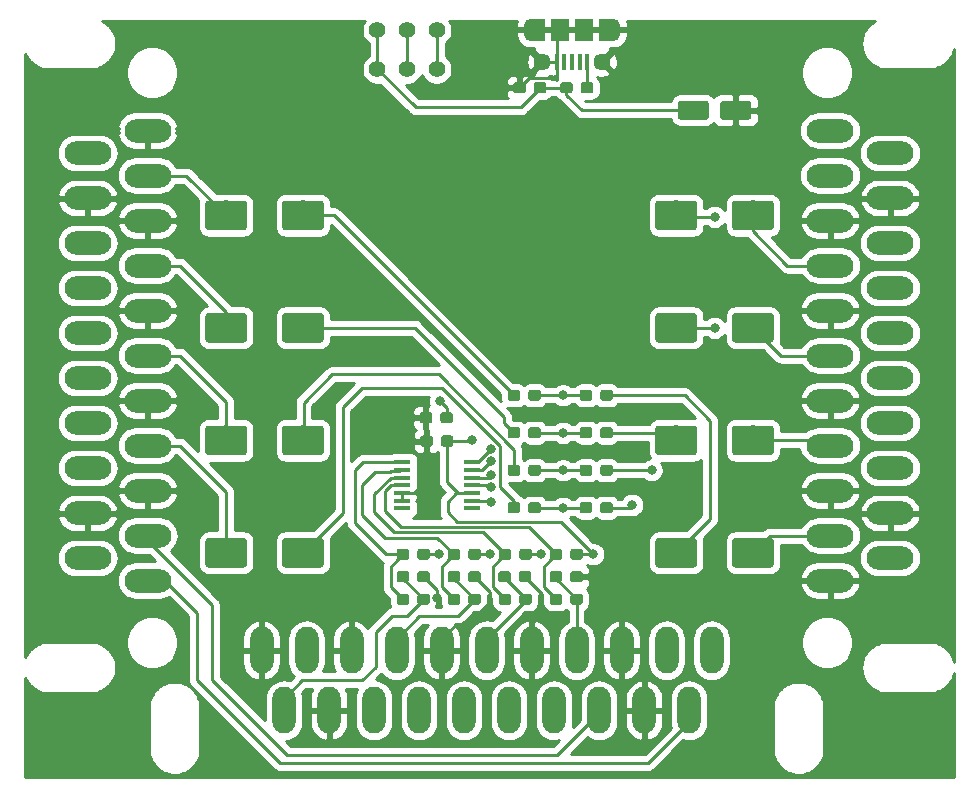
<source format=gtl>
G04 #@! TF.GenerationSoftware,KiCad,Pcbnew,(5.1.0)-1*
G04 #@! TF.CreationDate,2019-04-04T01:13:04-04:00*
G04 #@! TF.ProjectId,SCART Splitter,53434152-5420-4537-906c-69747465722e,rev?*
G04 #@! TF.SameCoordinates,Original*
G04 #@! TF.FileFunction,Copper,L1,Top*
G04 #@! TF.FilePolarity,Positive*
%FSLAX46Y46*%
G04 Gerber Fmt 4.6, Leading zero omitted, Abs format (unit mm)*
G04 Created by KiCad (PCBNEW (5.1.0)-1) date 2019-04-04 01:13:04*
%MOMM*%
%LPD*%
G04 APERTURE LIST*
%ADD10O,3.962400X1.981200*%
%ADD11R,1.450000X0.450000*%
%ADD12C,0.100000*%
%ADD13C,0.950000*%
%ADD14C,1.600000*%
%ADD15C,2.500000*%
%ADD16O,1.981200X3.962400*%
%ADD17R,1.500000X1.900000*%
%ADD18C,1.450000*%
%ADD19R,0.400000X1.350000*%
%ADD20O,1.200000X1.900000*%
%ADD21R,1.200000X1.900000*%
%ADD22C,1.408000*%
%ADD23C,0.800000*%
%ADD24C,0.250000*%
%ADD25C,0.254000*%
G04 APERTURE END LIST*
D10*
X85979000Y-76644500D03*
X80899000Y-78549500D03*
X85979000Y-80454500D03*
X80899000Y-82359500D03*
X85979000Y-84264500D03*
X80899000Y-86169500D03*
X85979000Y-88074500D03*
X80899000Y-89979500D03*
X85979000Y-91884500D03*
X80899000Y-93789500D03*
X85979000Y-95694500D03*
X80899000Y-97599500D03*
X85979000Y-99504500D03*
X80899000Y-101409500D03*
X85979000Y-103314500D03*
X80899000Y-105219500D03*
X85979000Y-107124500D03*
X80899000Y-109029500D03*
X85979000Y-110934500D03*
X80899000Y-112839500D03*
X85979000Y-114744500D03*
D11*
X107540000Y-104730000D03*
X107540000Y-105380000D03*
X107540000Y-106030000D03*
X107540000Y-106680000D03*
X107540000Y-107330000D03*
X107540000Y-107980000D03*
X107540000Y-108630000D03*
X113440000Y-108630000D03*
X113440000Y-107980000D03*
X113440000Y-107330000D03*
X113440000Y-106680000D03*
X113440000Y-106030000D03*
X113440000Y-105380000D03*
X113440000Y-104730000D03*
D12*
G36*
X117785779Y-72551144D02*
G01*
X117808834Y-72554563D01*
X117831443Y-72560227D01*
X117853387Y-72568079D01*
X117874457Y-72578044D01*
X117894448Y-72590026D01*
X117913168Y-72603910D01*
X117930438Y-72619562D01*
X117946090Y-72636832D01*
X117959974Y-72655552D01*
X117971956Y-72675543D01*
X117981921Y-72696613D01*
X117989773Y-72718557D01*
X117995437Y-72741166D01*
X117998856Y-72764221D01*
X118000000Y-72787500D01*
X118000000Y-73262500D01*
X117998856Y-73285779D01*
X117995437Y-73308834D01*
X117989773Y-73331443D01*
X117981921Y-73353387D01*
X117971956Y-73374457D01*
X117959974Y-73394448D01*
X117946090Y-73413168D01*
X117930438Y-73430438D01*
X117913168Y-73446090D01*
X117894448Y-73459974D01*
X117874457Y-73471956D01*
X117853387Y-73481921D01*
X117831443Y-73489773D01*
X117808834Y-73495437D01*
X117785779Y-73498856D01*
X117762500Y-73500000D01*
X117187500Y-73500000D01*
X117164221Y-73498856D01*
X117141166Y-73495437D01*
X117118557Y-73489773D01*
X117096613Y-73481921D01*
X117075543Y-73471956D01*
X117055552Y-73459974D01*
X117036832Y-73446090D01*
X117019562Y-73430438D01*
X117003910Y-73413168D01*
X116990026Y-73394448D01*
X116978044Y-73374457D01*
X116968079Y-73353387D01*
X116960227Y-73331443D01*
X116954563Y-73308834D01*
X116951144Y-73285779D01*
X116950000Y-73262500D01*
X116950000Y-72787500D01*
X116951144Y-72764221D01*
X116954563Y-72741166D01*
X116960227Y-72718557D01*
X116968079Y-72696613D01*
X116978044Y-72675543D01*
X116990026Y-72655552D01*
X117003910Y-72636832D01*
X117019562Y-72619562D01*
X117036832Y-72603910D01*
X117055552Y-72590026D01*
X117075543Y-72578044D01*
X117096613Y-72568079D01*
X117118557Y-72560227D01*
X117141166Y-72554563D01*
X117164221Y-72551144D01*
X117187500Y-72550000D01*
X117762500Y-72550000D01*
X117785779Y-72551144D01*
X117785779Y-72551144D01*
G37*
D13*
X117475000Y-73025000D03*
D12*
G36*
X119535779Y-72551144D02*
G01*
X119558834Y-72554563D01*
X119581443Y-72560227D01*
X119603387Y-72568079D01*
X119624457Y-72578044D01*
X119644448Y-72590026D01*
X119663168Y-72603910D01*
X119680438Y-72619562D01*
X119696090Y-72636832D01*
X119709974Y-72655552D01*
X119721956Y-72675543D01*
X119731921Y-72696613D01*
X119739773Y-72718557D01*
X119745437Y-72741166D01*
X119748856Y-72764221D01*
X119750000Y-72787500D01*
X119750000Y-73262500D01*
X119748856Y-73285779D01*
X119745437Y-73308834D01*
X119739773Y-73331443D01*
X119731921Y-73353387D01*
X119721956Y-73374457D01*
X119709974Y-73394448D01*
X119696090Y-73413168D01*
X119680438Y-73430438D01*
X119663168Y-73446090D01*
X119644448Y-73459974D01*
X119624457Y-73471956D01*
X119603387Y-73481921D01*
X119581443Y-73489773D01*
X119558834Y-73495437D01*
X119535779Y-73498856D01*
X119512500Y-73500000D01*
X118937500Y-73500000D01*
X118914221Y-73498856D01*
X118891166Y-73495437D01*
X118868557Y-73489773D01*
X118846613Y-73481921D01*
X118825543Y-73471956D01*
X118805552Y-73459974D01*
X118786832Y-73446090D01*
X118769562Y-73430438D01*
X118753910Y-73413168D01*
X118740026Y-73394448D01*
X118728044Y-73374457D01*
X118718079Y-73353387D01*
X118710227Y-73331443D01*
X118704563Y-73308834D01*
X118701144Y-73285779D01*
X118700000Y-73262500D01*
X118700000Y-72787500D01*
X118701144Y-72764221D01*
X118704563Y-72741166D01*
X118710227Y-72718557D01*
X118718079Y-72696613D01*
X118728044Y-72675543D01*
X118740026Y-72655552D01*
X118753910Y-72636832D01*
X118769562Y-72619562D01*
X118786832Y-72603910D01*
X118805552Y-72590026D01*
X118825543Y-72578044D01*
X118846613Y-72568079D01*
X118868557Y-72560227D01*
X118891166Y-72554563D01*
X118914221Y-72551144D01*
X118937500Y-72550000D01*
X119512500Y-72550000D01*
X119535779Y-72551144D01*
X119535779Y-72551144D01*
G37*
D13*
X119225000Y-73025000D03*
D12*
G36*
X111661779Y-102459644D02*
G01*
X111684834Y-102463063D01*
X111707443Y-102468727D01*
X111729387Y-102476579D01*
X111750457Y-102486544D01*
X111770448Y-102498526D01*
X111789168Y-102512410D01*
X111806438Y-102528062D01*
X111822090Y-102545332D01*
X111835974Y-102564052D01*
X111847956Y-102584043D01*
X111857921Y-102605113D01*
X111865773Y-102627057D01*
X111871437Y-102649666D01*
X111874856Y-102672721D01*
X111876000Y-102696000D01*
X111876000Y-103171000D01*
X111874856Y-103194279D01*
X111871437Y-103217334D01*
X111865773Y-103239943D01*
X111857921Y-103261887D01*
X111847956Y-103282957D01*
X111835974Y-103302948D01*
X111822090Y-103321668D01*
X111806438Y-103338938D01*
X111789168Y-103354590D01*
X111770448Y-103368474D01*
X111750457Y-103380456D01*
X111729387Y-103390421D01*
X111707443Y-103398273D01*
X111684834Y-103403937D01*
X111661779Y-103407356D01*
X111638500Y-103408500D01*
X111063500Y-103408500D01*
X111040221Y-103407356D01*
X111017166Y-103403937D01*
X110994557Y-103398273D01*
X110972613Y-103390421D01*
X110951543Y-103380456D01*
X110931552Y-103368474D01*
X110912832Y-103354590D01*
X110895562Y-103338938D01*
X110879910Y-103321668D01*
X110866026Y-103302948D01*
X110854044Y-103282957D01*
X110844079Y-103261887D01*
X110836227Y-103239943D01*
X110830563Y-103217334D01*
X110827144Y-103194279D01*
X110826000Y-103171000D01*
X110826000Y-102696000D01*
X110827144Y-102672721D01*
X110830563Y-102649666D01*
X110836227Y-102627057D01*
X110844079Y-102605113D01*
X110854044Y-102584043D01*
X110866026Y-102564052D01*
X110879910Y-102545332D01*
X110895562Y-102528062D01*
X110912832Y-102512410D01*
X110931552Y-102498526D01*
X110951543Y-102486544D01*
X110972613Y-102476579D01*
X110994557Y-102468727D01*
X111017166Y-102463063D01*
X111040221Y-102459644D01*
X111063500Y-102458500D01*
X111638500Y-102458500D01*
X111661779Y-102459644D01*
X111661779Y-102459644D01*
G37*
D13*
X111351000Y-102933500D03*
D12*
G36*
X109911779Y-102459644D02*
G01*
X109934834Y-102463063D01*
X109957443Y-102468727D01*
X109979387Y-102476579D01*
X110000457Y-102486544D01*
X110020448Y-102498526D01*
X110039168Y-102512410D01*
X110056438Y-102528062D01*
X110072090Y-102545332D01*
X110085974Y-102564052D01*
X110097956Y-102584043D01*
X110107921Y-102605113D01*
X110115773Y-102627057D01*
X110121437Y-102649666D01*
X110124856Y-102672721D01*
X110126000Y-102696000D01*
X110126000Y-103171000D01*
X110124856Y-103194279D01*
X110121437Y-103217334D01*
X110115773Y-103239943D01*
X110107921Y-103261887D01*
X110097956Y-103282957D01*
X110085974Y-103302948D01*
X110072090Y-103321668D01*
X110056438Y-103338938D01*
X110039168Y-103354590D01*
X110020448Y-103368474D01*
X110000457Y-103380456D01*
X109979387Y-103390421D01*
X109957443Y-103398273D01*
X109934834Y-103403937D01*
X109911779Y-103407356D01*
X109888500Y-103408500D01*
X109313500Y-103408500D01*
X109290221Y-103407356D01*
X109267166Y-103403937D01*
X109244557Y-103398273D01*
X109222613Y-103390421D01*
X109201543Y-103380456D01*
X109181552Y-103368474D01*
X109162832Y-103354590D01*
X109145562Y-103338938D01*
X109129910Y-103321668D01*
X109116026Y-103302948D01*
X109104044Y-103282957D01*
X109094079Y-103261887D01*
X109086227Y-103239943D01*
X109080563Y-103217334D01*
X109077144Y-103194279D01*
X109076000Y-103171000D01*
X109076000Y-102696000D01*
X109077144Y-102672721D01*
X109080563Y-102649666D01*
X109086227Y-102627057D01*
X109094079Y-102605113D01*
X109104044Y-102584043D01*
X109116026Y-102564052D01*
X109129910Y-102545332D01*
X109145562Y-102528062D01*
X109162832Y-102512410D01*
X109181552Y-102498526D01*
X109201543Y-102486544D01*
X109222613Y-102476579D01*
X109244557Y-102468727D01*
X109267166Y-102463063D01*
X109290221Y-102459644D01*
X109313500Y-102458500D01*
X109888500Y-102458500D01*
X109911779Y-102459644D01*
X109911779Y-102459644D01*
G37*
D13*
X109601000Y-102933500D03*
D12*
G36*
X133259504Y-74131204D02*
G01*
X133283773Y-74134804D01*
X133307571Y-74140765D01*
X133330671Y-74149030D01*
X133352849Y-74159520D01*
X133373893Y-74172133D01*
X133393598Y-74186747D01*
X133411777Y-74203223D01*
X133428253Y-74221402D01*
X133442867Y-74241107D01*
X133455480Y-74262151D01*
X133465970Y-74284329D01*
X133474235Y-74307429D01*
X133480196Y-74331227D01*
X133483796Y-74355496D01*
X133485000Y-74380000D01*
X133485000Y-75480000D01*
X133483796Y-75504504D01*
X133480196Y-75528773D01*
X133474235Y-75552571D01*
X133465970Y-75575671D01*
X133455480Y-75597849D01*
X133442867Y-75618893D01*
X133428253Y-75638598D01*
X133411777Y-75656777D01*
X133393598Y-75673253D01*
X133373893Y-75687867D01*
X133352849Y-75700480D01*
X133330671Y-75710970D01*
X133307571Y-75719235D01*
X133283773Y-75725196D01*
X133259504Y-75728796D01*
X133235000Y-75730000D01*
X131135000Y-75730000D01*
X131110496Y-75728796D01*
X131086227Y-75725196D01*
X131062429Y-75719235D01*
X131039329Y-75710970D01*
X131017151Y-75700480D01*
X130996107Y-75687867D01*
X130976402Y-75673253D01*
X130958223Y-75656777D01*
X130941747Y-75638598D01*
X130927133Y-75618893D01*
X130914520Y-75597849D01*
X130904030Y-75575671D01*
X130895765Y-75552571D01*
X130889804Y-75528773D01*
X130886204Y-75504504D01*
X130885000Y-75480000D01*
X130885000Y-74380000D01*
X130886204Y-74355496D01*
X130889804Y-74331227D01*
X130895765Y-74307429D01*
X130904030Y-74284329D01*
X130914520Y-74262151D01*
X130927133Y-74241107D01*
X130941747Y-74221402D01*
X130958223Y-74203223D01*
X130976402Y-74186747D01*
X130996107Y-74172133D01*
X131017151Y-74159520D01*
X131039329Y-74149030D01*
X131062429Y-74140765D01*
X131086227Y-74134804D01*
X131110496Y-74131204D01*
X131135000Y-74130000D01*
X133235000Y-74130000D01*
X133259504Y-74131204D01*
X133259504Y-74131204D01*
G37*
D14*
X132185000Y-74930000D03*
D12*
G36*
X136859504Y-74131204D02*
G01*
X136883773Y-74134804D01*
X136907571Y-74140765D01*
X136930671Y-74149030D01*
X136952849Y-74159520D01*
X136973893Y-74172133D01*
X136993598Y-74186747D01*
X137011777Y-74203223D01*
X137028253Y-74221402D01*
X137042867Y-74241107D01*
X137055480Y-74262151D01*
X137065970Y-74284329D01*
X137074235Y-74307429D01*
X137080196Y-74331227D01*
X137083796Y-74355496D01*
X137085000Y-74380000D01*
X137085000Y-75480000D01*
X137083796Y-75504504D01*
X137080196Y-75528773D01*
X137074235Y-75552571D01*
X137065970Y-75575671D01*
X137055480Y-75597849D01*
X137042867Y-75618893D01*
X137028253Y-75638598D01*
X137011777Y-75656777D01*
X136993598Y-75673253D01*
X136973893Y-75687867D01*
X136952849Y-75700480D01*
X136930671Y-75710970D01*
X136907571Y-75719235D01*
X136883773Y-75725196D01*
X136859504Y-75728796D01*
X136835000Y-75730000D01*
X134735000Y-75730000D01*
X134710496Y-75728796D01*
X134686227Y-75725196D01*
X134662429Y-75719235D01*
X134639329Y-75710970D01*
X134617151Y-75700480D01*
X134596107Y-75687867D01*
X134576402Y-75673253D01*
X134558223Y-75656777D01*
X134541747Y-75638598D01*
X134527133Y-75618893D01*
X134514520Y-75597849D01*
X134504030Y-75575671D01*
X134495765Y-75552571D01*
X134489804Y-75528773D01*
X134486204Y-75504504D01*
X134485000Y-75480000D01*
X134485000Y-74380000D01*
X134486204Y-74355496D01*
X134489804Y-74331227D01*
X134495765Y-74307429D01*
X134504030Y-74284329D01*
X134514520Y-74262151D01*
X134527133Y-74241107D01*
X134541747Y-74221402D01*
X134558223Y-74203223D01*
X134576402Y-74186747D01*
X134596107Y-74172133D01*
X134617151Y-74159520D01*
X134639329Y-74149030D01*
X134662429Y-74140765D01*
X134686227Y-74134804D01*
X134710496Y-74131204D01*
X134735000Y-74130000D01*
X136835000Y-74130000D01*
X136859504Y-74131204D01*
X136859504Y-74131204D01*
G37*
D14*
X135785000Y-74930000D03*
D12*
G36*
X107907779Y-115858144D02*
G01*
X107930834Y-115861563D01*
X107953443Y-115867227D01*
X107975387Y-115875079D01*
X107996457Y-115885044D01*
X108016448Y-115897026D01*
X108035168Y-115910910D01*
X108052438Y-115926562D01*
X108068090Y-115943832D01*
X108081974Y-115962552D01*
X108093956Y-115982543D01*
X108103921Y-116003613D01*
X108111773Y-116025557D01*
X108117437Y-116048166D01*
X108120856Y-116071221D01*
X108122000Y-116094500D01*
X108122000Y-116569500D01*
X108120856Y-116592779D01*
X108117437Y-116615834D01*
X108111773Y-116638443D01*
X108103921Y-116660387D01*
X108093956Y-116681457D01*
X108081974Y-116701448D01*
X108068090Y-116720168D01*
X108052438Y-116737438D01*
X108035168Y-116753090D01*
X108016448Y-116766974D01*
X107996457Y-116778956D01*
X107975387Y-116788921D01*
X107953443Y-116796773D01*
X107930834Y-116802437D01*
X107907779Y-116805856D01*
X107884500Y-116807000D01*
X107309500Y-116807000D01*
X107286221Y-116805856D01*
X107263166Y-116802437D01*
X107240557Y-116796773D01*
X107218613Y-116788921D01*
X107197543Y-116778956D01*
X107177552Y-116766974D01*
X107158832Y-116753090D01*
X107141562Y-116737438D01*
X107125910Y-116720168D01*
X107112026Y-116701448D01*
X107100044Y-116681457D01*
X107090079Y-116660387D01*
X107082227Y-116638443D01*
X107076563Y-116615834D01*
X107073144Y-116592779D01*
X107072000Y-116569500D01*
X107072000Y-116094500D01*
X107073144Y-116071221D01*
X107076563Y-116048166D01*
X107082227Y-116025557D01*
X107090079Y-116003613D01*
X107100044Y-115982543D01*
X107112026Y-115962552D01*
X107125910Y-115943832D01*
X107141562Y-115926562D01*
X107158832Y-115910910D01*
X107177552Y-115897026D01*
X107197543Y-115885044D01*
X107218613Y-115875079D01*
X107240557Y-115867227D01*
X107263166Y-115861563D01*
X107286221Y-115858144D01*
X107309500Y-115857000D01*
X107884500Y-115857000D01*
X107907779Y-115858144D01*
X107907779Y-115858144D01*
G37*
D13*
X107597000Y-116332000D03*
D12*
G36*
X109657779Y-115858144D02*
G01*
X109680834Y-115861563D01*
X109703443Y-115867227D01*
X109725387Y-115875079D01*
X109746457Y-115885044D01*
X109766448Y-115897026D01*
X109785168Y-115910910D01*
X109802438Y-115926562D01*
X109818090Y-115943832D01*
X109831974Y-115962552D01*
X109843956Y-115982543D01*
X109853921Y-116003613D01*
X109861773Y-116025557D01*
X109867437Y-116048166D01*
X109870856Y-116071221D01*
X109872000Y-116094500D01*
X109872000Y-116569500D01*
X109870856Y-116592779D01*
X109867437Y-116615834D01*
X109861773Y-116638443D01*
X109853921Y-116660387D01*
X109843956Y-116681457D01*
X109831974Y-116701448D01*
X109818090Y-116720168D01*
X109802438Y-116737438D01*
X109785168Y-116753090D01*
X109766448Y-116766974D01*
X109746457Y-116778956D01*
X109725387Y-116788921D01*
X109703443Y-116796773D01*
X109680834Y-116802437D01*
X109657779Y-116805856D01*
X109634500Y-116807000D01*
X109059500Y-116807000D01*
X109036221Y-116805856D01*
X109013166Y-116802437D01*
X108990557Y-116796773D01*
X108968613Y-116788921D01*
X108947543Y-116778956D01*
X108927552Y-116766974D01*
X108908832Y-116753090D01*
X108891562Y-116737438D01*
X108875910Y-116720168D01*
X108862026Y-116701448D01*
X108850044Y-116681457D01*
X108840079Y-116660387D01*
X108832227Y-116638443D01*
X108826563Y-116615834D01*
X108823144Y-116592779D01*
X108822000Y-116569500D01*
X108822000Y-116094500D01*
X108823144Y-116071221D01*
X108826563Y-116048166D01*
X108832227Y-116025557D01*
X108840079Y-116003613D01*
X108850044Y-115982543D01*
X108862026Y-115962552D01*
X108875910Y-115943832D01*
X108891562Y-115926562D01*
X108908832Y-115910910D01*
X108927552Y-115897026D01*
X108947543Y-115885044D01*
X108968613Y-115875079D01*
X108990557Y-115867227D01*
X109013166Y-115861563D01*
X109036221Y-115858144D01*
X109059500Y-115857000D01*
X109634500Y-115857000D01*
X109657779Y-115858144D01*
X109657779Y-115858144D01*
G37*
D13*
X109347000Y-116332000D03*
D12*
G36*
X113975779Y-115858144D02*
G01*
X113998834Y-115861563D01*
X114021443Y-115867227D01*
X114043387Y-115875079D01*
X114064457Y-115885044D01*
X114084448Y-115897026D01*
X114103168Y-115910910D01*
X114120438Y-115926562D01*
X114136090Y-115943832D01*
X114149974Y-115962552D01*
X114161956Y-115982543D01*
X114171921Y-116003613D01*
X114179773Y-116025557D01*
X114185437Y-116048166D01*
X114188856Y-116071221D01*
X114190000Y-116094500D01*
X114190000Y-116569500D01*
X114188856Y-116592779D01*
X114185437Y-116615834D01*
X114179773Y-116638443D01*
X114171921Y-116660387D01*
X114161956Y-116681457D01*
X114149974Y-116701448D01*
X114136090Y-116720168D01*
X114120438Y-116737438D01*
X114103168Y-116753090D01*
X114084448Y-116766974D01*
X114064457Y-116778956D01*
X114043387Y-116788921D01*
X114021443Y-116796773D01*
X113998834Y-116802437D01*
X113975779Y-116805856D01*
X113952500Y-116807000D01*
X113377500Y-116807000D01*
X113354221Y-116805856D01*
X113331166Y-116802437D01*
X113308557Y-116796773D01*
X113286613Y-116788921D01*
X113265543Y-116778956D01*
X113245552Y-116766974D01*
X113226832Y-116753090D01*
X113209562Y-116737438D01*
X113193910Y-116720168D01*
X113180026Y-116701448D01*
X113168044Y-116681457D01*
X113158079Y-116660387D01*
X113150227Y-116638443D01*
X113144563Y-116615834D01*
X113141144Y-116592779D01*
X113140000Y-116569500D01*
X113140000Y-116094500D01*
X113141144Y-116071221D01*
X113144563Y-116048166D01*
X113150227Y-116025557D01*
X113158079Y-116003613D01*
X113168044Y-115982543D01*
X113180026Y-115962552D01*
X113193910Y-115943832D01*
X113209562Y-115926562D01*
X113226832Y-115910910D01*
X113245552Y-115897026D01*
X113265543Y-115885044D01*
X113286613Y-115875079D01*
X113308557Y-115867227D01*
X113331166Y-115861563D01*
X113354221Y-115858144D01*
X113377500Y-115857000D01*
X113952500Y-115857000D01*
X113975779Y-115858144D01*
X113975779Y-115858144D01*
G37*
D13*
X113665000Y-116332000D03*
D12*
G36*
X112225779Y-115858144D02*
G01*
X112248834Y-115861563D01*
X112271443Y-115867227D01*
X112293387Y-115875079D01*
X112314457Y-115885044D01*
X112334448Y-115897026D01*
X112353168Y-115910910D01*
X112370438Y-115926562D01*
X112386090Y-115943832D01*
X112399974Y-115962552D01*
X112411956Y-115982543D01*
X112421921Y-116003613D01*
X112429773Y-116025557D01*
X112435437Y-116048166D01*
X112438856Y-116071221D01*
X112440000Y-116094500D01*
X112440000Y-116569500D01*
X112438856Y-116592779D01*
X112435437Y-116615834D01*
X112429773Y-116638443D01*
X112421921Y-116660387D01*
X112411956Y-116681457D01*
X112399974Y-116701448D01*
X112386090Y-116720168D01*
X112370438Y-116737438D01*
X112353168Y-116753090D01*
X112334448Y-116766974D01*
X112314457Y-116778956D01*
X112293387Y-116788921D01*
X112271443Y-116796773D01*
X112248834Y-116802437D01*
X112225779Y-116805856D01*
X112202500Y-116807000D01*
X111627500Y-116807000D01*
X111604221Y-116805856D01*
X111581166Y-116802437D01*
X111558557Y-116796773D01*
X111536613Y-116788921D01*
X111515543Y-116778956D01*
X111495552Y-116766974D01*
X111476832Y-116753090D01*
X111459562Y-116737438D01*
X111443910Y-116720168D01*
X111430026Y-116701448D01*
X111418044Y-116681457D01*
X111408079Y-116660387D01*
X111400227Y-116638443D01*
X111394563Y-116615834D01*
X111391144Y-116592779D01*
X111390000Y-116569500D01*
X111390000Y-116094500D01*
X111391144Y-116071221D01*
X111394563Y-116048166D01*
X111400227Y-116025557D01*
X111408079Y-116003613D01*
X111418044Y-115982543D01*
X111430026Y-115962552D01*
X111443910Y-115943832D01*
X111459562Y-115926562D01*
X111476832Y-115910910D01*
X111495552Y-115897026D01*
X111515543Y-115885044D01*
X111536613Y-115875079D01*
X111558557Y-115867227D01*
X111581166Y-115861563D01*
X111604221Y-115858144D01*
X111627500Y-115857000D01*
X112202500Y-115857000D01*
X112225779Y-115858144D01*
X112225779Y-115858144D01*
G37*
D13*
X111915000Y-116332000D03*
D12*
G36*
X116543779Y-115858144D02*
G01*
X116566834Y-115861563D01*
X116589443Y-115867227D01*
X116611387Y-115875079D01*
X116632457Y-115885044D01*
X116652448Y-115897026D01*
X116671168Y-115910910D01*
X116688438Y-115926562D01*
X116704090Y-115943832D01*
X116717974Y-115962552D01*
X116729956Y-115982543D01*
X116739921Y-116003613D01*
X116747773Y-116025557D01*
X116753437Y-116048166D01*
X116756856Y-116071221D01*
X116758000Y-116094500D01*
X116758000Y-116569500D01*
X116756856Y-116592779D01*
X116753437Y-116615834D01*
X116747773Y-116638443D01*
X116739921Y-116660387D01*
X116729956Y-116681457D01*
X116717974Y-116701448D01*
X116704090Y-116720168D01*
X116688438Y-116737438D01*
X116671168Y-116753090D01*
X116652448Y-116766974D01*
X116632457Y-116778956D01*
X116611387Y-116788921D01*
X116589443Y-116796773D01*
X116566834Y-116802437D01*
X116543779Y-116805856D01*
X116520500Y-116807000D01*
X115945500Y-116807000D01*
X115922221Y-116805856D01*
X115899166Y-116802437D01*
X115876557Y-116796773D01*
X115854613Y-116788921D01*
X115833543Y-116778956D01*
X115813552Y-116766974D01*
X115794832Y-116753090D01*
X115777562Y-116737438D01*
X115761910Y-116720168D01*
X115748026Y-116701448D01*
X115736044Y-116681457D01*
X115726079Y-116660387D01*
X115718227Y-116638443D01*
X115712563Y-116615834D01*
X115709144Y-116592779D01*
X115708000Y-116569500D01*
X115708000Y-116094500D01*
X115709144Y-116071221D01*
X115712563Y-116048166D01*
X115718227Y-116025557D01*
X115726079Y-116003613D01*
X115736044Y-115982543D01*
X115748026Y-115962552D01*
X115761910Y-115943832D01*
X115777562Y-115926562D01*
X115794832Y-115910910D01*
X115813552Y-115897026D01*
X115833543Y-115885044D01*
X115854613Y-115875079D01*
X115876557Y-115867227D01*
X115899166Y-115861563D01*
X115922221Y-115858144D01*
X115945500Y-115857000D01*
X116520500Y-115857000D01*
X116543779Y-115858144D01*
X116543779Y-115858144D01*
G37*
D13*
X116233000Y-116332000D03*
D12*
G36*
X118293779Y-115858144D02*
G01*
X118316834Y-115861563D01*
X118339443Y-115867227D01*
X118361387Y-115875079D01*
X118382457Y-115885044D01*
X118402448Y-115897026D01*
X118421168Y-115910910D01*
X118438438Y-115926562D01*
X118454090Y-115943832D01*
X118467974Y-115962552D01*
X118479956Y-115982543D01*
X118489921Y-116003613D01*
X118497773Y-116025557D01*
X118503437Y-116048166D01*
X118506856Y-116071221D01*
X118508000Y-116094500D01*
X118508000Y-116569500D01*
X118506856Y-116592779D01*
X118503437Y-116615834D01*
X118497773Y-116638443D01*
X118489921Y-116660387D01*
X118479956Y-116681457D01*
X118467974Y-116701448D01*
X118454090Y-116720168D01*
X118438438Y-116737438D01*
X118421168Y-116753090D01*
X118402448Y-116766974D01*
X118382457Y-116778956D01*
X118361387Y-116788921D01*
X118339443Y-116796773D01*
X118316834Y-116802437D01*
X118293779Y-116805856D01*
X118270500Y-116807000D01*
X117695500Y-116807000D01*
X117672221Y-116805856D01*
X117649166Y-116802437D01*
X117626557Y-116796773D01*
X117604613Y-116788921D01*
X117583543Y-116778956D01*
X117563552Y-116766974D01*
X117544832Y-116753090D01*
X117527562Y-116737438D01*
X117511910Y-116720168D01*
X117498026Y-116701448D01*
X117486044Y-116681457D01*
X117476079Y-116660387D01*
X117468227Y-116638443D01*
X117462563Y-116615834D01*
X117459144Y-116592779D01*
X117458000Y-116569500D01*
X117458000Y-116094500D01*
X117459144Y-116071221D01*
X117462563Y-116048166D01*
X117468227Y-116025557D01*
X117476079Y-116003613D01*
X117486044Y-115982543D01*
X117498026Y-115962552D01*
X117511910Y-115943832D01*
X117527562Y-115926562D01*
X117544832Y-115910910D01*
X117563552Y-115897026D01*
X117583543Y-115885044D01*
X117604613Y-115875079D01*
X117626557Y-115867227D01*
X117649166Y-115861563D01*
X117672221Y-115858144D01*
X117695500Y-115857000D01*
X118270500Y-115857000D01*
X118293779Y-115858144D01*
X118293779Y-115858144D01*
G37*
D13*
X117983000Y-116332000D03*
D12*
G36*
X122611779Y-115858144D02*
G01*
X122634834Y-115861563D01*
X122657443Y-115867227D01*
X122679387Y-115875079D01*
X122700457Y-115885044D01*
X122720448Y-115897026D01*
X122739168Y-115910910D01*
X122756438Y-115926562D01*
X122772090Y-115943832D01*
X122785974Y-115962552D01*
X122797956Y-115982543D01*
X122807921Y-116003613D01*
X122815773Y-116025557D01*
X122821437Y-116048166D01*
X122824856Y-116071221D01*
X122826000Y-116094500D01*
X122826000Y-116569500D01*
X122824856Y-116592779D01*
X122821437Y-116615834D01*
X122815773Y-116638443D01*
X122807921Y-116660387D01*
X122797956Y-116681457D01*
X122785974Y-116701448D01*
X122772090Y-116720168D01*
X122756438Y-116737438D01*
X122739168Y-116753090D01*
X122720448Y-116766974D01*
X122700457Y-116778956D01*
X122679387Y-116788921D01*
X122657443Y-116796773D01*
X122634834Y-116802437D01*
X122611779Y-116805856D01*
X122588500Y-116807000D01*
X122013500Y-116807000D01*
X121990221Y-116805856D01*
X121967166Y-116802437D01*
X121944557Y-116796773D01*
X121922613Y-116788921D01*
X121901543Y-116778956D01*
X121881552Y-116766974D01*
X121862832Y-116753090D01*
X121845562Y-116737438D01*
X121829910Y-116720168D01*
X121816026Y-116701448D01*
X121804044Y-116681457D01*
X121794079Y-116660387D01*
X121786227Y-116638443D01*
X121780563Y-116615834D01*
X121777144Y-116592779D01*
X121776000Y-116569500D01*
X121776000Y-116094500D01*
X121777144Y-116071221D01*
X121780563Y-116048166D01*
X121786227Y-116025557D01*
X121794079Y-116003613D01*
X121804044Y-115982543D01*
X121816026Y-115962552D01*
X121829910Y-115943832D01*
X121845562Y-115926562D01*
X121862832Y-115910910D01*
X121881552Y-115897026D01*
X121901543Y-115885044D01*
X121922613Y-115875079D01*
X121944557Y-115867227D01*
X121967166Y-115861563D01*
X121990221Y-115858144D01*
X122013500Y-115857000D01*
X122588500Y-115857000D01*
X122611779Y-115858144D01*
X122611779Y-115858144D01*
G37*
D13*
X122301000Y-116332000D03*
D12*
G36*
X120861779Y-115858144D02*
G01*
X120884834Y-115861563D01*
X120907443Y-115867227D01*
X120929387Y-115875079D01*
X120950457Y-115885044D01*
X120970448Y-115897026D01*
X120989168Y-115910910D01*
X121006438Y-115926562D01*
X121022090Y-115943832D01*
X121035974Y-115962552D01*
X121047956Y-115982543D01*
X121057921Y-116003613D01*
X121065773Y-116025557D01*
X121071437Y-116048166D01*
X121074856Y-116071221D01*
X121076000Y-116094500D01*
X121076000Y-116569500D01*
X121074856Y-116592779D01*
X121071437Y-116615834D01*
X121065773Y-116638443D01*
X121057921Y-116660387D01*
X121047956Y-116681457D01*
X121035974Y-116701448D01*
X121022090Y-116720168D01*
X121006438Y-116737438D01*
X120989168Y-116753090D01*
X120970448Y-116766974D01*
X120950457Y-116778956D01*
X120929387Y-116788921D01*
X120907443Y-116796773D01*
X120884834Y-116802437D01*
X120861779Y-116805856D01*
X120838500Y-116807000D01*
X120263500Y-116807000D01*
X120240221Y-116805856D01*
X120217166Y-116802437D01*
X120194557Y-116796773D01*
X120172613Y-116788921D01*
X120151543Y-116778956D01*
X120131552Y-116766974D01*
X120112832Y-116753090D01*
X120095562Y-116737438D01*
X120079910Y-116720168D01*
X120066026Y-116701448D01*
X120054044Y-116681457D01*
X120044079Y-116660387D01*
X120036227Y-116638443D01*
X120030563Y-116615834D01*
X120027144Y-116592779D01*
X120026000Y-116569500D01*
X120026000Y-116094500D01*
X120027144Y-116071221D01*
X120030563Y-116048166D01*
X120036227Y-116025557D01*
X120044079Y-116003613D01*
X120054044Y-115982543D01*
X120066026Y-115962552D01*
X120079910Y-115943832D01*
X120095562Y-115926562D01*
X120112832Y-115910910D01*
X120131552Y-115897026D01*
X120151543Y-115885044D01*
X120172613Y-115875079D01*
X120194557Y-115867227D01*
X120217166Y-115861563D01*
X120240221Y-115858144D01*
X120263500Y-115857000D01*
X120838500Y-115857000D01*
X120861779Y-115858144D01*
X120861779Y-115858144D01*
G37*
D13*
X120551000Y-116332000D03*
D12*
G36*
X94159504Y-82571204D02*
G01*
X94183773Y-82574804D01*
X94207571Y-82580765D01*
X94230671Y-82589030D01*
X94252849Y-82599520D01*
X94273893Y-82612133D01*
X94293598Y-82626747D01*
X94311777Y-82643223D01*
X94328253Y-82661402D01*
X94342867Y-82681107D01*
X94355480Y-82702151D01*
X94365970Y-82724329D01*
X94374235Y-82747429D01*
X94380196Y-82771227D01*
X94383796Y-82795496D01*
X94385000Y-82820000D01*
X94385000Y-84820000D01*
X94383796Y-84844504D01*
X94380196Y-84868773D01*
X94374235Y-84892571D01*
X94365970Y-84915671D01*
X94355480Y-84937849D01*
X94342867Y-84958893D01*
X94328253Y-84978598D01*
X94311777Y-84996777D01*
X94293598Y-85013253D01*
X94273893Y-85027867D01*
X94252849Y-85040480D01*
X94230671Y-85050970D01*
X94207571Y-85059235D01*
X94183773Y-85065196D01*
X94159504Y-85068796D01*
X94135000Y-85070000D01*
X91135000Y-85070000D01*
X91110496Y-85068796D01*
X91086227Y-85065196D01*
X91062429Y-85059235D01*
X91039329Y-85050970D01*
X91017151Y-85040480D01*
X90996107Y-85027867D01*
X90976402Y-85013253D01*
X90958223Y-84996777D01*
X90941747Y-84978598D01*
X90927133Y-84958893D01*
X90914520Y-84937849D01*
X90904030Y-84915671D01*
X90895765Y-84892571D01*
X90889804Y-84868773D01*
X90886204Y-84844504D01*
X90885000Y-84820000D01*
X90885000Y-82820000D01*
X90886204Y-82795496D01*
X90889804Y-82771227D01*
X90895765Y-82747429D01*
X90904030Y-82724329D01*
X90914520Y-82702151D01*
X90927133Y-82681107D01*
X90941747Y-82661402D01*
X90958223Y-82643223D01*
X90976402Y-82626747D01*
X90996107Y-82612133D01*
X91017151Y-82599520D01*
X91039329Y-82589030D01*
X91062429Y-82580765D01*
X91086227Y-82574804D01*
X91110496Y-82571204D01*
X91135000Y-82570000D01*
X94135000Y-82570000D01*
X94159504Y-82571204D01*
X94159504Y-82571204D01*
G37*
D15*
X92635000Y-83820000D03*
D12*
G36*
X100659504Y-82571204D02*
G01*
X100683773Y-82574804D01*
X100707571Y-82580765D01*
X100730671Y-82589030D01*
X100752849Y-82599520D01*
X100773893Y-82612133D01*
X100793598Y-82626747D01*
X100811777Y-82643223D01*
X100828253Y-82661402D01*
X100842867Y-82681107D01*
X100855480Y-82702151D01*
X100865970Y-82724329D01*
X100874235Y-82747429D01*
X100880196Y-82771227D01*
X100883796Y-82795496D01*
X100885000Y-82820000D01*
X100885000Y-84820000D01*
X100883796Y-84844504D01*
X100880196Y-84868773D01*
X100874235Y-84892571D01*
X100865970Y-84915671D01*
X100855480Y-84937849D01*
X100842867Y-84958893D01*
X100828253Y-84978598D01*
X100811777Y-84996777D01*
X100793598Y-85013253D01*
X100773893Y-85027867D01*
X100752849Y-85040480D01*
X100730671Y-85050970D01*
X100707571Y-85059235D01*
X100683773Y-85065196D01*
X100659504Y-85068796D01*
X100635000Y-85070000D01*
X97635000Y-85070000D01*
X97610496Y-85068796D01*
X97586227Y-85065196D01*
X97562429Y-85059235D01*
X97539329Y-85050970D01*
X97517151Y-85040480D01*
X97496107Y-85027867D01*
X97476402Y-85013253D01*
X97458223Y-84996777D01*
X97441747Y-84978598D01*
X97427133Y-84958893D01*
X97414520Y-84937849D01*
X97404030Y-84915671D01*
X97395765Y-84892571D01*
X97389804Y-84868773D01*
X97386204Y-84844504D01*
X97385000Y-84820000D01*
X97385000Y-82820000D01*
X97386204Y-82795496D01*
X97389804Y-82771227D01*
X97395765Y-82747429D01*
X97404030Y-82724329D01*
X97414520Y-82702151D01*
X97427133Y-82681107D01*
X97441747Y-82661402D01*
X97458223Y-82643223D01*
X97476402Y-82626747D01*
X97496107Y-82612133D01*
X97517151Y-82599520D01*
X97539329Y-82589030D01*
X97562429Y-82580765D01*
X97586227Y-82574804D01*
X97610496Y-82571204D01*
X97635000Y-82570000D01*
X100635000Y-82570000D01*
X100659504Y-82571204D01*
X100659504Y-82571204D01*
G37*
D15*
X99135000Y-83820000D03*
D12*
G36*
X100659504Y-92096204D02*
G01*
X100683773Y-92099804D01*
X100707571Y-92105765D01*
X100730671Y-92114030D01*
X100752849Y-92124520D01*
X100773893Y-92137133D01*
X100793598Y-92151747D01*
X100811777Y-92168223D01*
X100828253Y-92186402D01*
X100842867Y-92206107D01*
X100855480Y-92227151D01*
X100865970Y-92249329D01*
X100874235Y-92272429D01*
X100880196Y-92296227D01*
X100883796Y-92320496D01*
X100885000Y-92345000D01*
X100885000Y-94345000D01*
X100883796Y-94369504D01*
X100880196Y-94393773D01*
X100874235Y-94417571D01*
X100865970Y-94440671D01*
X100855480Y-94462849D01*
X100842867Y-94483893D01*
X100828253Y-94503598D01*
X100811777Y-94521777D01*
X100793598Y-94538253D01*
X100773893Y-94552867D01*
X100752849Y-94565480D01*
X100730671Y-94575970D01*
X100707571Y-94584235D01*
X100683773Y-94590196D01*
X100659504Y-94593796D01*
X100635000Y-94595000D01*
X97635000Y-94595000D01*
X97610496Y-94593796D01*
X97586227Y-94590196D01*
X97562429Y-94584235D01*
X97539329Y-94575970D01*
X97517151Y-94565480D01*
X97496107Y-94552867D01*
X97476402Y-94538253D01*
X97458223Y-94521777D01*
X97441747Y-94503598D01*
X97427133Y-94483893D01*
X97414520Y-94462849D01*
X97404030Y-94440671D01*
X97395765Y-94417571D01*
X97389804Y-94393773D01*
X97386204Y-94369504D01*
X97385000Y-94345000D01*
X97385000Y-92345000D01*
X97386204Y-92320496D01*
X97389804Y-92296227D01*
X97395765Y-92272429D01*
X97404030Y-92249329D01*
X97414520Y-92227151D01*
X97427133Y-92206107D01*
X97441747Y-92186402D01*
X97458223Y-92168223D01*
X97476402Y-92151747D01*
X97496107Y-92137133D01*
X97517151Y-92124520D01*
X97539329Y-92114030D01*
X97562429Y-92105765D01*
X97586227Y-92099804D01*
X97610496Y-92096204D01*
X97635000Y-92095000D01*
X100635000Y-92095000D01*
X100659504Y-92096204D01*
X100659504Y-92096204D01*
G37*
D15*
X99135000Y-93345000D03*
D12*
G36*
X94159504Y-92096204D02*
G01*
X94183773Y-92099804D01*
X94207571Y-92105765D01*
X94230671Y-92114030D01*
X94252849Y-92124520D01*
X94273893Y-92137133D01*
X94293598Y-92151747D01*
X94311777Y-92168223D01*
X94328253Y-92186402D01*
X94342867Y-92206107D01*
X94355480Y-92227151D01*
X94365970Y-92249329D01*
X94374235Y-92272429D01*
X94380196Y-92296227D01*
X94383796Y-92320496D01*
X94385000Y-92345000D01*
X94385000Y-94345000D01*
X94383796Y-94369504D01*
X94380196Y-94393773D01*
X94374235Y-94417571D01*
X94365970Y-94440671D01*
X94355480Y-94462849D01*
X94342867Y-94483893D01*
X94328253Y-94503598D01*
X94311777Y-94521777D01*
X94293598Y-94538253D01*
X94273893Y-94552867D01*
X94252849Y-94565480D01*
X94230671Y-94575970D01*
X94207571Y-94584235D01*
X94183773Y-94590196D01*
X94159504Y-94593796D01*
X94135000Y-94595000D01*
X91135000Y-94595000D01*
X91110496Y-94593796D01*
X91086227Y-94590196D01*
X91062429Y-94584235D01*
X91039329Y-94575970D01*
X91017151Y-94565480D01*
X90996107Y-94552867D01*
X90976402Y-94538253D01*
X90958223Y-94521777D01*
X90941747Y-94503598D01*
X90927133Y-94483893D01*
X90914520Y-94462849D01*
X90904030Y-94440671D01*
X90895765Y-94417571D01*
X90889804Y-94393773D01*
X90886204Y-94369504D01*
X90885000Y-94345000D01*
X90885000Y-92345000D01*
X90886204Y-92320496D01*
X90889804Y-92296227D01*
X90895765Y-92272429D01*
X90904030Y-92249329D01*
X90914520Y-92227151D01*
X90927133Y-92206107D01*
X90941747Y-92186402D01*
X90958223Y-92168223D01*
X90976402Y-92151747D01*
X90996107Y-92137133D01*
X91017151Y-92124520D01*
X91039329Y-92114030D01*
X91062429Y-92105765D01*
X91086227Y-92099804D01*
X91110496Y-92096204D01*
X91135000Y-92095000D01*
X94135000Y-92095000D01*
X94159504Y-92096204D01*
X94159504Y-92096204D01*
G37*
D15*
X92635000Y-93345000D03*
D12*
G36*
X94159504Y-101621204D02*
G01*
X94183773Y-101624804D01*
X94207571Y-101630765D01*
X94230671Y-101639030D01*
X94252849Y-101649520D01*
X94273893Y-101662133D01*
X94293598Y-101676747D01*
X94311777Y-101693223D01*
X94328253Y-101711402D01*
X94342867Y-101731107D01*
X94355480Y-101752151D01*
X94365970Y-101774329D01*
X94374235Y-101797429D01*
X94380196Y-101821227D01*
X94383796Y-101845496D01*
X94385000Y-101870000D01*
X94385000Y-103870000D01*
X94383796Y-103894504D01*
X94380196Y-103918773D01*
X94374235Y-103942571D01*
X94365970Y-103965671D01*
X94355480Y-103987849D01*
X94342867Y-104008893D01*
X94328253Y-104028598D01*
X94311777Y-104046777D01*
X94293598Y-104063253D01*
X94273893Y-104077867D01*
X94252849Y-104090480D01*
X94230671Y-104100970D01*
X94207571Y-104109235D01*
X94183773Y-104115196D01*
X94159504Y-104118796D01*
X94135000Y-104120000D01*
X91135000Y-104120000D01*
X91110496Y-104118796D01*
X91086227Y-104115196D01*
X91062429Y-104109235D01*
X91039329Y-104100970D01*
X91017151Y-104090480D01*
X90996107Y-104077867D01*
X90976402Y-104063253D01*
X90958223Y-104046777D01*
X90941747Y-104028598D01*
X90927133Y-104008893D01*
X90914520Y-103987849D01*
X90904030Y-103965671D01*
X90895765Y-103942571D01*
X90889804Y-103918773D01*
X90886204Y-103894504D01*
X90885000Y-103870000D01*
X90885000Y-101870000D01*
X90886204Y-101845496D01*
X90889804Y-101821227D01*
X90895765Y-101797429D01*
X90904030Y-101774329D01*
X90914520Y-101752151D01*
X90927133Y-101731107D01*
X90941747Y-101711402D01*
X90958223Y-101693223D01*
X90976402Y-101676747D01*
X90996107Y-101662133D01*
X91017151Y-101649520D01*
X91039329Y-101639030D01*
X91062429Y-101630765D01*
X91086227Y-101624804D01*
X91110496Y-101621204D01*
X91135000Y-101620000D01*
X94135000Y-101620000D01*
X94159504Y-101621204D01*
X94159504Y-101621204D01*
G37*
D15*
X92635000Y-102870000D03*
D12*
G36*
X100659504Y-101621204D02*
G01*
X100683773Y-101624804D01*
X100707571Y-101630765D01*
X100730671Y-101639030D01*
X100752849Y-101649520D01*
X100773893Y-101662133D01*
X100793598Y-101676747D01*
X100811777Y-101693223D01*
X100828253Y-101711402D01*
X100842867Y-101731107D01*
X100855480Y-101752151D01*
X100865970Y-101774329D01*
X100874235Y-101797429D01*
X100880196Y-101821227D01*
X100883796Y-101845496D01*
X100885000Y-101870000D01*
X100885000Y-103870000D01*
X100883796Y-103894504D01*
X100880196Y-103918773D01*
X100874235Y-103942571D01*
X100865970Y-103965671D01*
X100855480Y-103987849D01*
X100842867Y-104008893D01*
X100828253Y-104028598D01*
X100811777Y-104046777D01*
X100793598Y-104063253D01*
X100773893Y-104077867D01*
X100752849Y-104090480D01*
X100730671Y-104100970D01*
X100707571Y-104109235D01*
X100683773Y-104115196D01*
X100659504Y-104118796D01*
X100635000Y-104120000D01*
X97635000Y-104120000D01*
X97610496Y-104118796D01*
X97586227Y-104115196D01*
X97562429Y-104109235D01*
X97539329Y-104100970D01*
X97517151Y-104090480D01*
X97496107Y-104077867D01*
X97476402Y-104063253D01*
X97458223Y-104046777D01*
X97441747Y-104028598D01*
X97427133Y-104008893D01*
X97414520Y-103987849D01*
X97404030Y-103965671D01*
X97395765Y-103942571D01*
X97389804Y-103918773D01*
X97386204Y-103894504D01*
X97385000Y-103870000D01*
X97385000Y-101870000D01*
X97386204Y-101845496D01*
X97389804Y-101821227D01*
X97395765Y-101797429D01*
X97404030Y-101774329D01*
X97414520Y-101752151D01*
X97427133Y-101731107D01*
X97441747Y-101711402D01*
X97458223Y-101693223D01*
X97476402Y-101676747D01*
X97496107Y-101662133D01*
X97517151Y-101649520D01*
X97539329Y-101639030D01*
X97562429Y-101630765D01*
X97586227Y-101624804D01*
X97610496Y-101621204D01*
X97635000Y-101620000D01*
X100635000Y-101620000D01*
X100659504Y-101621204D01*
X100659504Y-101621204D01*
G37*
D15*
X99135000Y-102870000D03*
D12*
G36*
X100659504Y-111146204D02*
G01*
X100683773Y-111149804D01*
X100707571Y-111155765D01*
X100730671Y-111164030D01*
X100752849Y-111174520D01*
X100773893Y-111187133D01*
X100793598Y-111201747D01*
X100811777Y-111218223D01*
X100828253Y-111236402D01*
X100842867Y-111256107D01*
X100855480Y-111277151D01*
X100865970Y-111299329D01*
X100874235Y-111322429D01*
X100880196Y-111346227D01*
X100883796Y-111370496D01*
X100885000Y-111395000D01*
X100885000Y-113395000D01*
X100883796Y-113419504D01*
X100880196Y-113443773D01*
X100874235Y-113467571D01*
X100865970Y-113490671D01*
X100855480Y-113512849D01*
X100842867Y-113533893D01*
X100828253Y-113553598D01*
X100811777Y-113571777D01*
X100793598Y-113588253D01*
X100773893Y-113602867D01*
X100752849Y-113615480D01*
X100730671Y-113625970D01*
X100707571Y-113634235D01*
X100683773Y-113640196D01*
X100659504Y-113643796D01*
X100635000Y-113645000D01*
X97635000Y-113645000D01*
X97610496Y-113643796D01*
X97586227Y-113640196D01*
X97562429Y-113634235D01*
X97539329Y-113625970D01*
X97517151Y-113615480D01*
X97496107Y-113602867D01*
X97476402Y-113588253D01*
X97458223Y-113571777D01*
X97441747Y-113553598D01*
X97427133Y-113533893D01*
X97414520Y-113512849D01*
X97404030Y-113490671D01*
X97395765Y-113467571D01*
X97389804Y-113443773D01*
X97386204Y-113419504D01*
X97385000Y-113395000D01*
X97385000Y-111395000D01*
X97386204Y-111370496D01*
X97389804Y-111346227D01*
X97395765Y-111322429D01*
X97404030Y-111299329D01*
X97414520Y-111277151D01*
X97427133Y-111256107D01*
X97441747Y-111236402D01*
X97458223Y-111218223D01*
X97476402Y-111201747D01*
X97496107Y-111187133D01*
X97517151Y-111174520D01*
X97539329Y-111164030D01*
X97562429Y-111155765D01*
X97586227Y-111149804D01*
X97610496Y-111146204D01*
X97635000Y-111145000D01*
X100635000Y-111145000D01*
X100659504Y-111146204D01*
X100659504Y-111146204D01*
G37*
D15*
X99135000Y-112395000D03*
D12*
G36*
X94159504Y-111146204D02*
G01*
X94183773Y-111149804D01*
X94207571Y-111155765D01*
X94230671Y-111164030D01*
X94252849Y-111174520D01*
X94273893Y-111187133D01*
X94293598Y-111201747D01*
X94311777Y-111218223D01*
X94328253Y-111236402D01*
X94342867Y-111256107D01*
X94355480Y-111277151D01*
X94365970Y-111299329D01*
X94374235Y-111322429D01*
X94380196Y-111346227D01*
X94383796Y-111370496D01*
X94385000Y-111395000D01*
X94385000Y-113395000D01*
X94383796Y-113419504D01*
X94380196Y-113443773D01*
X94374235Y-113467571D01*
X94365970Y-113490671D01*
X94355480Y-113512849D01*
X94342867Y-113533893D01*
X94328253Y-113553598D01*
X94311777Y-113571777D01*
X94293598Y-113588253D01*
X94273893Y-113602867D01*
X94252849Y-113615480D01*
X94230671Y-113625970D01*
X94207571Y-113634235D01*
X94183773Y-113640196D01*
X94159504Y-113643796D01*
X94135000Y-113645000D01*
X91135000Y-113645000D01*
X91110496Y-113643796D01*
X91086227Y-113640196D01*
X91062429Y-113634235D01*
X91039329Y-113625970D01*
X91017151Y-113615480D01*
X90996107Y-113602867D01*
X90976402Y-113588253D01*
X90958223Y-113571777D01*
X90941747Y-113553598D01*
X90927133Y-113533893D01*
X90914520Y-113512849D01*
X90904030Y-113490671D01*
X90895765Y-113467571D01*
X90889804Y-113443773D01*
X90886204Y-113419504D01*
X90885000Y-113395000D01*
X90885000Y-111395000D01*
X90886204Y-111370496D01*
X90889804Y-111346227D01*
X90895765Y-111322429D01*
X90904030Y-111299329D01*
X90914520Y-111277151D01*
X90927133Y-111256107D01*
X90941747Y-111236402D01*
X90958223Y-111218223D01*
X90976402Y-111201747D01*
X90996107Y-111187133D01*
X91017151Y-111174520D01*
X91039329Y-111164030D01*
X91062429Y-111155765D01*
X91086227Y-111149804D01*
X91110496Y-111146204D01*
X91135000Y-111145000D01*
X94135000Y-111145000D01*
X94159504Y-111146204D01*
X94159504Y-111146204D01*
G37*
D15*
X92635000Y-112395000D03*
D12*
G36*
X138759504Y-111146204D02*
G01*
X138783773Y-111149804D01*
X138807571Y-111155765D01*
X138830671Y-111164030D01*
X138852849Y-111174520D01*
X138873893Y-111187133D01*
X138893598Y-111201747D01*
X138911777Y-111218223D01*
X138928253Y-111236402D01*
X138942867Y-111256107D01*
X138955480Y-111277151D01*
X138965970Y-111299329D01*
X138974235Y-111322429D01*
X138980196Y-111346227D01*
X138983796Y-111370496D01*
X138985000Y-111395000D01*
X138985000Y-113395000D01*
X138983796Y-113419504D01*
X138980196Y-113443773D01*
X138974235Y-113467571D01*
X138965970Y-113490671D01*
X138955480Y-113512849D01*
X138942867Y-113533893D01*
X138928253Y-113553598D01*
X138911777Y-113571777D01*
X138893598Y-113588253D01*
X138873893Y-113602867D01*
X138852849Y-113615480D01*
X138830671Y-113625970D01*
X138807571Y-113634235D01*
X138783773Y-113640196D01*
X138759504Y-113643796D01*
X138735000Y-113645000D01*
X135735000Y-113645000D01*
X135710496Y-113643796D01*
X135686227Y-113640196D01*
X135662429Y-113634235D01*
X135639329Y-113625970D01*
X135617151Y-113615480D01*
X135596107Y-113602867D01*
X135576402Y-113588253D01*
X135558223Y-113571777D01*
X135541747Y-113553598D01*
X135527133Y-113533893D01*
X135514520Y-113512849D01*
X135504030Y-113490671D01*
X135495765Y-113467571D01*
X135489804Y-113443773D01*
X135486204Y-113419504D01*
X135485000Y-113395000D01*
X135485000Y-111395000D01*
X135486204Y-111370496D01*
X135489804Y-111346227D01*
X135495765Y-111322429D01*
X135504030Y-111299329D01*
X135514520Y-111277151D01*
X135527133Y-111256107D01*
X135541747Y-111236402D01*
X135558223Y-111218223D01*
X135576402Y-111201747D01*
X135596107Y-111187133D01*
X135617151Y-111174520D01*
X135639329Y-111164030D01*
X135662429Y-111155765D01*
X135686227Y-111149804D01*
X135710496Y-111146204D01*
X135735000Y-111145000D01*
X138735000Y-111145000D01*
X138759504Y-111146204D01*
X138759504Y-111146204D01*
G37*
D15*
X137235000Y-112395000D03*
D12*
G36*
X132259504Y-111146204D02*
G01*
X132283773Y-111149804D01*
X132307571Y-111155765D01*
X132330671Y-111164030D01*
X132352849Y-111174520D01*
X132373893Y-111187133D01*
X132393598Y-111201747D01*
X132411777Y-111218223D01*
X132428253Y-111236402D01*
X132442867Y-111256107D01*
X132455480Y-111277151D01*
X132465970Y-111299329D01*
X132474235Y-111322429D01*
X132480196Y-111346227D01*
X132483796Y-111370496D01*
X132485000Y-111395000D01*
X132485000Y-113395000D01*
X132483796Y-113419504D01*
X132480196Y-113443773D01*
X132474235Y-113467571D01*
X132465970Y-113490671D01*
X132455480Y-113512849D01*
X132442867Y-113533893D01*
X132428253Y-113553598D01*
X132411777Y-113571777D01*
X132393598Y-113588253D01*
X132373893Y-113602867D01*
X132352849Y-113615480D01*
X132330671Y-113625970D01*
X132307571Y-113634235D01*
X132283773Y-113640196D01*
X132259504Y-113643796D01*
X132235000Y-113645000D01*
X129235000Y-113645000D01*
X129210496Y-113643796D01*
X129186227Y-113640196D01*
X129162429Y-113634235D01*
X129139329Y-113625970D01*
X129117151Y-113615480D01*
X129096107Y-113602867D01*
X129076402Y-113588253D01*
X129058223Y-113571777D01*
X129041747Y-113553598D01*
X129027133Y-113533893D01*
X129014520Y-113512849D01*
X129004030Y-113490671D01*
X128995765Y-113467571D01*
X128989804Y-113443773D01*
X128986204Y-113419504D01*
X128985000Y-113395000D01*
X128985000Y-111395000D01*
X128986204Y-111370496D01*
X128989804Y-111346227D01*
X128995765Y-111322429D01*
X129004030Y-111299329D01*
X129014520Y-111277151D01*
X129027133Y-111256107D01*
X129041747Y-111236402D01*
X129058223Y-111218223D01*
X129076402Y-111201747D01*
X129096107Y-111187133D01*
X129117151Y-111174520D01*
X129139329Y-111164030D01*
X129162429Y-111155765D01*
X129186227Y-111149804D01*
X129210496Y-111146204D01*
X129235000Y-111145000D01*
X132235000Y-111145000D01*
X132259504Y-111146204D01*
X132259504Y-111146204D01*
G37*
D15*
X130735000Y-112395000D03*
D12*
G36*
X132259504Y-101621204D02*
G01*
X132283773Y-101624804D01*
X132307571Y-101630765D01*
X132330671Y-101639030D01*
X132352849Y-101649520D01*
X132373893Y-101662133D01*
X132393598Y-101676747D01*
X132411777Y-101693223D01*
X132428253Y-101711402D01*
X132442867Y-101731107D01*
X132455480Y-101752151D01*
X132465970Y-101774329D01*
X132474235Y-101797429D01*
X132480196Y-101821227D01*
X132483796Y-101845496D01*
X132485000Y-101870000D01*
X132485000Y-103870000D01*
X132483796Y-103894504D01*
X132480196Y-103918773D01*
X132474235Y-103942571D01*
X132465970Y-103965671D01*
X132455480Y-103987849D01*
X132442867Y-104008893D01*
X132428253Y-104028598D01*
X132411777Y-104046777D01*
X132393598Y-104063253D01*
X132373893Y-104077867D01*
X132352849Y-104090480D01*
X132330671Y-104100970D01*
X132307571Y-104109235D01*
X132283773Y-104115196D01*
X132259504Y-104118796D01*
X132235000Y-104120000D01*
X129235000Y-104120000D01*
X129210496Y-104118796D01*
X129186227Y-104115196D01*
X129162429Y-104109235D01*
X129139329Y-104100970D01*
X129117151Y-104090480D01*
X129096107Y-104077867D01*
X129076402Y-104063253D01*
X129058223Y-104046777D01*
X129041747Y-104028598D01*
X129027133Y-104008893D01*
X129014520Y-103987849D01*
X129004030Y-103965671D01*
X128995765Y-103942571D01*
X128989804Y-103918773D01*
X128986204Y-103894504D01*
X128985000Y-103870000D01*
X128985000Y-101870000D01*
X128986204Y-101845496D01*
X128989804Y-101821227D01*
X128995765Y-101797429D01*
X129004030Y-101774329D01*
X129014520Y-101752151D01*
X129027133Y-101731107D01*
X129041747Y-101711402D01*
X129058223Y-101693223D01*
X129076402Y-101676747D01*
X129096107Y-101662133D01*
X129117151Y-101649520D01*
X129139329Y-101639030D01*
X129162429Y-101630765D01*
X129186227Y-101624804D01*
X129210496Y-101621204D01*
X129235000Y-101620000D01*
X132235000Y-101620000D01*
X132259504Y-101621204D01*
X132259504Y-101621204D01*
G37*
D15*
X130735000Y-102870000D03*
D12*
G36*
X138759504Y-101621204D02*
G01*
X138783773Y-101624804D01*
X138807571Y-101630765D01*
X138830671Y-101639030D01*
X138852849Y-101649520D01*
X138873893Y-101662133D01*
X138893598Y-101676747D01*
X138911777Y-101693223D01*
X138928253Y-101711402D01*
X138942867Y-101731107D01*
X138955480Y-101752151D01*
X138965970Y-101774329D01*
X138974235Y-101797429D01*
X138980196Y-101821227D01*
X138983796Y-101845496D01*
X138985000Y-101870000D01*
X138985000Y-103870000D01*
X138983796Y-103894504D01*
X138980196Y-103918773D01*
X138974235Y-103942571D01*
X138965970Y-103965671D01*
X138955480Y-103987849D01*
X138942867Y-104008893D01*
X138928253Y-104028598D01*
X138911777Y-104046777D01*
X138893598Y-104063253D01*
X138873893Y-104077867D01*
X138852849Y-104090480D01*
X138830671Y-104100970D01*
X138807571Y-104109235D01*
X138783773Y-104115196D01*
X138759504Y-104118796D01*
X138735000Y-104120000D01*
X135735000Y-104120000D01*
X135710496Y-104118796D01*
X135686227Y-104115196D01*
X135662429Y-104109235D01*
X135639329Y-104100970D01*
X135617151Y-104090480D01*
X135596107Y-104077867D01*
X135576402Y-104063253D01*
X135558223Y-104046777D01*
X135541747Y-104028598D01*
X135527133Y-104008893D01*
X135514520Y-103987849D01*
X135504030Y-103965671D01*
X135495765Y-103942571D01*
X135489804Y-103918773D01*
X135486204Y-103894504D01*
X135485000Y-103870000D01*
X135485000Y-101870000D01*
X135486204Y-101845496D01*
X135489804Y-101821227D01*
X135495765Y-101797429D01*
X135504030Y-101774329D01*
X135514520Y-101752151D01*
X135527133Y-101731107D01*
X135541747Y-101711402D01*
X135558223Y-101693223D01*
X135576402Y-101676747D01*
X135596107Y-101662133D01*
X135617151Y-101649520D01*
X135639329Y-101639030D01*
X135662429Y-101630765D01*
X135686227Y-101624804D01*
X135710496Y-101621204D01*
X135735000Y-101620000D01*
X138735000Y-101620000D01*
X138759504Y-101621204D01*
X138759504Y-101621204D01*
G37*
D15*
X137235000Y-102870000D03*
D12*
G36*
X138759504Y-92096204D02*
G01*
X138783773Y-92099804D01*
X138807571Y-92105765D01*
X138830671Y-92114030D01*
X138852849Y-92124520D01*
X138873893Y-92137133D01*
X138893598Y-92151747D01*
X138911777Y-92168223D01*
X138928253Y-92186402D01*
X138942867Y-92206107D01*
X138955480Y-92227151D01*
X138965970Y-92249329D01*
X138974235Y-92272429D01*
X138980196Y-92296227D01*
X138983796Y-92320496D01*
X138985000Y-92345000D01*
X138985000Y-94345000D01*
X138983796Y-94369504D01*
X138980196Y-94393773D01*
X138974235Y-94417571D01*
X138965970Y-94440671D01*
X138955480Y-94462849D01*
X138942867Y-94483893D01*
X138928253Y-94503598D01*
X138911777Y-94521777D01*
X138893598Y-94538253D01*
X138873893Y-94552867D01*
X138852849Y-94565480D01*
X138830671Y-94575970D01*
X138807571Y-94584235D01*
X138783773Y-94590196D01*
X138759504Y-94593796D01*
X138735000Y-94595000D01*
X135735000Y-94595000D01*
X135710496Y-94593796D01*
X135686227Y-94590196D01*
X135662429Y-94584235D01*
X135639329Y-94575970D01*
X135617151Y-94565480D01*
X135596107Y-94552867D01*
X135576402Y-94538253D01*
X135558223Y-94521777D01*
X135541747Y-94503598D01*
X135527133Y-94483893D01*
X135514520Y-94462849D01*
X135504030Y-94440671D01*
X135495765Y-94417571D01*
X135489804Y-94393773D01*
X135486204Y-94369504D01*
X135485000Y-94345000D01*
X135485000Y-92345000D01*
X135486204Y-92320496D01*
X135489804Y-92296227D01*
X135495765Y-92272429D01*
X135504030Y-92249329D01*
X135514520Y-92227151D01*
X135527133Y-92206107D01*
X135541747Y-92186402D01*
X135558223Y-92168223D01*
X135576402Y-92151747D01*
X135596107Y-92137133D01*
X135617151Y-92124520D01*
X135639329Y-92114030D01*
X135662429Y-92105765D01*
X135686227Y-92099804D01*
X135710496Y-92096204D01*
X135735000Y-92095000D01*
X138735000Y-92095000D01*
X138759504Y-92096204D01*
X138759504Y-92096204D01*
G37*
D15*
X137235000Y-93345000D03*
D12*
G36*
X132259504Y-92096204D02*
G01*
X132283773Y-92099804D01*
X132307571Y-92105765D01*
X132330671Y-92114030D01*
X132352849Y-92124520D01*
X132373893Y-92137133D01*
X132393598Y-92151747D01*
X132411777Y-92168223D01*
X132428253Y-92186402D01*
X132442867Y-92206107D01*
X132455480Y-92227151D01*
X132465970Y-92249329D01*
X132474235Y-92272429D01*
X132480196Y-92296227D01*
X132483796Y-92320496D01*
X132485000Y-92345000D01*
X132485000Y-94345000D01*
X132483796Y-94369504D01*
X132480196Y-94393773D01*
X132474235Y-94417571D01*
X132465970Y-94440671D01*
X132455480Y-94462849D01*
X132442867Y-94483893D01*
X132428253Y-94503598D01*
X132411777Y-94521777D01*
X132393598Y-94538253D01*
X132373893Y-94552867D01*
X132352849Y-94565480D01*
X132330671Y-94575970D01*
X132307571Y-94584235D01*
X132283773Y-94590196D01*
X132259504Y-94593796D01*
X132235000Y-94595000D01*
X129235000Y-94595000D01*
X129210496Y-94593796D01*
X129186227Y-94590196D01*
X129162429Y-94584235D01*
X129139329Y-94575970D01*
X129117151Y-94565480D01*
X129096107Y-94552867D01*
X129076402Y-94538253D01*
X129058223Y-94521777D01*
X129041747Y-94503598D01*
X129027133Y-94483893D01*
X129014520Y-94462849D01*
X129004030Y-94440671D01*
X128995765Y-94417571D01*
X128989804Y-94393773D01*
X128986204Y-94369504D01*
X128985000Y-94345000D01*
X128985000Y-92345000D01*
X128986204Y-92320496D01*
X128989804Y-92296227D01*
X128995765Y-92272429D01*
X129004030Y-92249329D01*
X129014520Y-92227151D01*
X129027133Y-92206107D01*
X129041747Y-92186402D01*
X129058223Y-92168223D01*
X129076402Y-92151747D01*
X129096107Y-92137133D01*
X129117151Y-92124520D01*
X129139329Y-92114030D01*
X129162429Y-92105765D01*
X129186227Y-92099804D01*
X129210496Y-92096204D01*
X129235000Y-92095000D01*
X132235000Y-92095000D01*
X132259504Y-92096204D01*
X132259504Y-92096204D01*
G37*
D15*
X130735000Y-93345000D03*
D12*
G36*
X132259504Y-82571204D02*
G01*
X132283773Y-82574804D01*
X132307571Y-82580765D01*
X132330671Y-82589030D01*
X132352849Y-82599520D01*
X132373893Y-82612133D01*
X132393598Y-82626747D01*
X132411777Y-82643223D01*
X132428253Y-82661402D01*
X132442867Y-82681107D01*
X132455480Y-82702151D01*
X132465970Y-82724329D01*
X132474235Y-82747429D01*
X132480196Y-82771227D01*
X132483796Y-82795496D01*
X132485000Y-82820000D01*
X132485000Y-84820000D01*
X132483796Y-84844504D01*
X132480196Y-84868773D01*
X132474235Y-84892571D01*
X132465970Y-84915671D01*
X132455480Y-84937849D01*
X132442867Y-84958893D01*
X132428253Y-84978598D01*
X132411777Y-84996777D01*
X132393598Y-85013253D01*
X132373893Y-85027867D01*
X132352849Y-85040480D01*
X132330671Y-85050970D01*
X132307571Y-85059235D01*
X132283773Y-85065196D01*
X132259504Y-85068796D01*
X132235000Y-85070000D01*
X129235000Y-85070000D01*
X129210496Y-85068796D01*
X129186227Y-85065196D01*
X129162429Y-85059235D01*
X129139329Y-85050970D01*
X129117151Y-85040480D01*
X129096107Y-85027867D01*
X129076402Y-85013253D01*
X129058223Y-84996777D01*
X129041747Y-84978598D01*
X129027133Y-84958893D01*
X129014520Y-84937849D01*
X129004030Y-84915671D01*
X128995765Y-84892571D01*
X128989804Y-84868773D01*
X128986204Y-84844504D01*
X128985000Y-84820000D01*
X128985000Y-82820000D01*
X128986204Y-82795496D01*
X128989804Y-82771227D01*
X128995765Y-82747429D01*
X129004030Y-82724329D01*
X129014520Y-82702151D01*
X129027133Y-82681107D01*
X129041747Y-82661402D01*
X129058223Y-82643223D01*
X129076402Y-82626747D01*
X129096107Y-82612133D01*
X129117151Y-82599520D01*
X129139329Y-82589030D01*
X129162429Y-82580765D01*
X129186227Y-82574804D01*
X129210496Y-82571204D01*
X129235000Y-82570000D01*
X132235000Y-82570000D01*
X132259504Y-82571204D01*
X132259504Y-82571204D01*
G37*
D15*
X130735000Y-83820000D03*
D12*
G36*
X138759504Y-82571204D02*
G01*
X138783773Y-82574804D01*
X138807571Y-82580765D01*
X138830671Y-82589030D01*
X138852849Y-82599520D01*
X138873893Y-82612133D01*
X138893598Y-82626747D01*
X138911777Y-82643223D01*
X138928253Y-82661402D01*
X138942867Y-82681107D01*
X138955480Y-82702151D01*
X138965970Y-82724329D01*
X138974235Y-82747429D01*
X138980196Y-82771227D01*
X138983796Y-82795496D01*
X138985000Y-82820000D01*
X138985000Y-84820000D01*
X138983796Y-84844504D01*
X138980196Y-84868773D01*
X138974235Y-84892571D01*
X138965970Y-84915671D01*
X138955480Y-84937849D01*
X138942867Y-84958893D01*
X138928253Y-84978598D01*
X138911777Y-84996777D01*
X138893598Y-85013253D01*
X138873893Y-85027867D01*
X138852849Y-85040480D01*
X138830671Y-85050970D01*
X138807571Y-85059235D01*
X138783773Y-85065196D01*
X138759504Y-85068796D01*
X138735000Y-85070000D01*
X135735000Y-85070000D01*
X135710496Y-85068796D01*
X135686227Y-85065196D01*
X135662429Y-85059235D01*
X135639329Y-85050970D01*
X135617151Y-85040480D01*
X135596107Y-85027867D01*
X135576402Y-85013253D01*
X135558223Y-84996777D01*
X135541747Y-84978598D01*
X135527133Y-84958893D01*
X135514520Y-84937849D01*
X135504030Y-84915671D01*
X135495765Y-84892571D01*
X135489804Y-84868773D01*
X135486204Y-84844504D01*
X135485000Y-84820000D01*
X135485000Y-82820000D01*
X135486204Y-82795496D01*
X135489804Y-82771227D01*
X135495765Y-82747429D01*
X135504030Y-82724329D01*
X135514520Y-82702151D01*
X135527133Y-82681107D01*
X135541747Y-82661402D01*
X135558223Y-82643223D01*
X135576402Y-82626747D01*
X135596107Y-82612133D01*
X135617151Y-82599520D01*
X135639329Y-82589030D01*
X135662429Y-82580765D01*
X135686227Y-82574804D01*
X135710496Y-82571204D01*
X135735000Y-82570000D01*
X138735000Y-82570000D01*
X138759504Y-82571204D01*
X138759504Y-82571204D01*
G37*
D15*
X137235000Y-83820000D03*
D12*
G36*
X121750779Y-72551144D02*
G01*
X121773834Y-72554563D01*
X121796443Y-72560227D01*
X121818387Y-72568079D01*
X121839457Y-72578044D01*
X121859448Y-72590026D01*
X121878168Y-72603910D01*
X121895438Y-72619562D01*
X121911090Y-72636832D01*
X121924974Y-72655552D01*
X121936956Y-72675543D01*
X121946921Y-72696613D01*
X121954773Y-72718557D01*
X121960437Y-72741166D01*
X121963856Y-72764221D01*
X121965000Y-72787500D01*
X121965000Y-73262500D01*
X121963856Y-73285779D01*
X121960437Y-73308834D01*
X121954773Y-73331443D01*
X121946921Y-73353387D01*
X121936956Y-73374457D01*
X121924974Y-73394448D01*
X121911090Y-73413168D01*
X121895438Y-73430438D01*
X121878168Y-73446090D01*
X121859448Y-73459974D01*
X121839457Y-73471956D01*
X121818387Y-73481921D01*
X121796443Y-73489773D01*
X121773834Y-73495437D01*
X121750779Y-73498856D01*
X121727500Y-73500000D01*
X121152500Y-73500000D01*
X121129221Y-73498856D01*
X121106166Y-73495437D01*
X121083557Y-73489773D01*
X121061613Y-73481921D01*
X121040543Y-73471956D01*
X121020552Y-73459974D01*
X121001832Y-73446090D01*
X120984562Y-73430438D01*
X120968910Y-73413168D01*
X120955026Y-73394448D01*
X120943044Y-73374457D01*
X120933079Y-73353387D01*
X120925227Y-73331443D01*
X120919563Y-73308834D01*
X120916144Y-73285779D01*
X120915000Y-73262500D01*
X120915000Y-72787500D01*
X120916144Y-72764221D01*
X120919563Y-72741166D01*
X120925227Y-72718557D01*
X120933079Y-72696613D01*
X120943044Y-72675543D01*
X120955026Y-72655552D01*
X120968910Y-72636832D01*
X120984562Y-72619562D01*
X121001832Y-72603910D01*
X121020552Y-72590026D01*
X121040543Y-72578044D01*
X121061613Y-72568079D01*
X121083557Y-72560227D01*
X121106166Y-72554563D01*
X121129221Y-72551144D01*
X121152500Y-72550000D01*
X121727500Y-72550000D01*
X121750779Y-72551144D01*
X121750779Y-72551144D01*
G37*
D13*
X121440000Y-73025000D03*
D12*
G36*
X123500779Y-72551144D02*
G01*
X123523834Y-72554563D01*
X123546443Y-72560227D01*
X123568387Y-72568079D01*
X123589457Y-72578044D01*
X123609448Y-72590026D01*
X123628168Y-72603910D01*
X123645438Y-72619562D01*
X123661090Y-72636832D01*
X123674974Y-72655552D01*
X123686956Y-72675543D01*
X123696921Y-72696613D01*
X123704773Y-72718557D01*
X123710437Y-72741166D01*
X123713856Y-72764221D01*
X123715000Y-72787500D01*
X123715000Y-73262500D01*
X123713856Y-73285779D01*
X123710437Y-73308834D01*
X123704773Y-73331443D01*
X123696921Y-73353387D01*
X123686956Y-73374457D01*
X123674974Y-73394448D01*
X123661090Y-73413168D01*
X123645438Y-73430438D01*
X123628168Y-73446090D01*
X123609448Y-73459974D01*
X123589457Y-73471956D01*
X123568387Y-73481921D01*
X123546443Y-73489773D01*
X123523834Y-73495437D01*
X123500779Y-73498856D01*
X123477500Y-73500000D01*
X122902500Y-73500000D01*
X122879221Y-73498856D01*
X122856166Y-73495437D01*
X122833557Y-73489773D01*
X122811613Y-73481921D01*
X122790543Y-73471956D01*
X122770552Y-73459974D01*
X122751832Y-73446090D01*
X122734562Y-73430438D01*
X122718910Y-73413168D01*
X122705026Y-73394448D01*
X122693044Y-73374457D01*
X122683079Y-73353387D01*
X122675227Y-73331443D01*
X122669563Y-73308834D01*
X122666144Y-73285779D01*
X122665000Y-73262500D01*
X122665000Y-72787500D01*
X122666144Y-72764221D01*
X122669563Y-72741166D01*
X122675227Y-72718557D01*
X122683079Y-72696613D01*
X122693044Y-72675543D01*
X122705026Y-72655552D01*
X122718910Y-72636832D01*
X122734562Y-72619562D01*
X122751832Y-72603910D01*
X122770552Y-72590026D01*
X122790543Y-72578044D01*
X122811613Y-72568079D01*
X122833557Y-72560227D01*
X122856166Y-72554563D01*
X122879221Y-72551144D01*
X122902500Y-72550000D01*
X123477500Y-72550000D01*
X123500779Y-72551144D01*
X123500779Y-72551144D01*
G37*
D13*
X123190000Y-73025000D03*
D16*
X133731000Y-120650000D03*
X131826000Y-125730000D03*
X129921000Y-120650000D03*
X128016000Y-125730000D03*
X126111000Y-120650000D03*
X124206000Y-125730000D03*
X122301000Y-120650000D03*
X120396000Y-125730000D03*
X118491000Y-120650000D03*
X116586000Y-125730000D03*
X114681000Y-120650000D03*
X112776000Y-125730000D03*
X110871000Y-120650000D03*
X108966000Y-125730000D03*
X107061000Y-120650000D03*
X105156000Y-125730000D03*
X103251000Y-120650000D03*
X101346000Y-125730000D03*
X99441000Y-120650000D03*
X97536000Y-125730000D03*
X95631000Y-120650000D03*
D17*
X120920000Y-68104500D03*
D18*
X124420000Y-70804500D03*
D19*
X122570000Y-70804500D03*
X123220000Y-70804500D03*
X120620000Y-70804500D03*
X121270000Y-70804500D03*
X121920000Y-70804500D03*
D18*
X119420000Y-70804500D03*
D17*
X122920000Y-68104500D03*
D20*
X125420000Y-68104500D03*
X118420000Y-68104500D03*
D21*
X119020000Y-68104500D03*
X124820000Y-68104500D03*
D10*
X143764000Y-76644500D03*
X148844000Y-78549500D03*
X143764000Y-80454500D03*
X148844000Y-82359500D03*
X143764000Y-84264500D03*
X148844000Y-86169500D03*
X143764000Y-88074500D03*
X148844000Y-89979500D03*
X143764000Y-91884500D03*
X148844000Y-93789500D03*
X143764000Y-95694500D03*
X148844000Y-97599500D03*
X143764000Y-99504500D03*
X148844000Y-101409500D03*
X143764000Y-103314500D03*
X148844000Y-105219500D03*
X143764000Y-107124500D03*
X148844000Y-109029500D03*
X143764000Y-110934500D03*
X148844000Y-112839500D03*
X143764000Y-114744500D03*
D12*
G36*
X109657779Y-113953144D02*
G01*
X109680834Y-113956563D01*
X109703443Y-113962227D01*
X109725387Y-113970079D01*
X109746457Y-113980044D01*
X109766448Y-113992026D01*
X109785168Y-114005910D01*
X109802438Y-114021562D01*
X109818090Y-114038832D01*
X109831974Y-114057552D01*
X109843956Y-114077543D01*
X109853921Y-114098613D01*
X109861773Y-114120557D01*
X109867437Y-114143166D01*
X109870856Y-114166221D01*
X109872000Y-114189500D01*
X109872000Y-114664500D01*
X109870856Y-114687779D01*
X109867437Y-114710834D01*
X109861773Y-114733443D01*
X109853921Y-114755387D01*
X109843956Y-114776457D01*
X109831974Y-114796448D01*
X109818090Y-114815168D01*
X109802438Y-114832438D01*
X109785168Y-114848090D01*
X109766448Y-114861974D01*
X109746457Y-114873956D01*
X109725387Y-114883921D01*
X109703443Y-114891773D01*
X109680834Y-114897437D01*
X109657779Y-114900856D01*
X109634500Y-114902000D01*
X109059500Y-114902000D01*
X109036221Y-114900856D01*
X109013166Y-114897437D01*
X108990557Y-114891773D01*
X108968613Y-114883921D01*
X108947543Y-114873956D01*
X108927552Y-114861974D01*
X108908832Y-114848090D01*
X108891562Y-114832438D01*
X108875910Y-114815168D01*
X108862026Y-114796448D01*
X108850044Y-114776457D01*
X108840079Y-114755387D01*
X108832227Y-114733443D01*
X108826563Y-114710834D01*
X108823144Y-114687779D01*
X108822000Y-114664500D01*
X108822000Y-114189500D01*
X108823144Y-114166221D01*
X108826563Y-114143166D01*
X108832227Y-114120557D01*
X108840079Y-114098613D01*
X108850044Y-114077543D01*
X108862026Y-114057552D01*
X108875910Y-114038832D01*
X108891562Y-114021562D01*
X108908832Y-114005910D01*
X108927552Y-113992026D01*
X108947543Y-113980044D01*
X108968613Y-113970079D01*
X108990557Y-113962227D01*
X109013166Y-113956563D01*
X109036221Y-113953144D01*
X109059500Y-113952000D01*
X109634500Y-113952000D01*
X109657779Y-113953144D01*
X109657779Y-113953144D01*
G37*
D13*
X109347000Y-114427000D03*
D12*
G36*
X107907779Y-113953144D02*
G01*
X107930834Y-113956563D01*
X107953443Y-113962227D01*
X107975387Y-113970079D01*
X107996457Y-113980044D01*
X108016448Y-113992026D01*
X108035168Y-114005910D01*
X108052438Y-114021562D01*
X108068090Y-114038832D01*
X108081974Y-114057552D01*
X108093956Y-114077543D01*
X108103921Y-114098613D01*
X108111773Y-114120557D01*
X108117437Y-114143166D01*
X108120856Y-114166221D01*
X108122000Y-114189500D01*
X108122000Y-114664500D01*
X108120856Y-114687779D01*
X108117437Y-114710834D01*
X108111773Y-114733443D01*
X108103921Y-114755387D01*
X108093956Y-114776457D01*
X108081974Y-114796448D01*
X108068090Y-114815168D01*
X108052438Y-114832438D01*
X108035168Y-114848090D01*
X108016448Y-114861974D01*
X107996457Y-114873956D01*
X107975387Y-114883921D01*
X107953443Y-114891773D01*
X107930834Y-114897437D01*
X107907779Y-114900856D01*
X107884500Y-114902000D01*
X107309500Y-114902000D01*
X107286221Y-114900856D01*
X107263166Y-114897437D01*
X107240557Y-114891773D01*
X107218613Y-114883921D01*
X107197543Y-114873956D01*
X107177552Y-114861974D01*
X107158832Y-114848090D01*
X107141562Y-114832438D01*
X107125910Y-114815168D01*
X107112026Y-114796448D01*
X107100044Y-114776457D01*
X107090079Y-114755387D01*
X107082227Y-114733443D01*
X107076563Y-114710834D01*
X107073144Y-114687779D01*
X107072000Y-114664500D01*
X107072000Y-114189500D01*
X107073144Y-114166221D01*
X107076563Y-114143166D01*
X107082227Y-114120557D01*
X107090079Y-114098613D01*
X107100044Y-114077543D01*
X107112026Y-114057552D01*
X107125910Y-114038832D01*
X107141562Y-114021562D01*
X107158832Y-114005910D01*
X107177552Y-113992026D01*
X107197543Y-113980044D01*
X107218613Y-113970079D01*
X107240557Y-113962227D01*
X107263166Y-113956563D01*
X107286221Y-113953144D01*
X107309500Y-113952000D01*
X107884500Y-113952000D01*
X107907779Y-113953144D01*
X107907779Y-113953144D01*
G37*
D13*
X107597000Y-114427000D03*
D12*
G36*
X112225779Y-113953144D02*
G01*
X112248834Y-113956563D01*
X112271443Y-113962227D01*
X112293387Y-113970079D01*
X112314457Y-113980044D01*
X112334448Y-113992026D01*
X112353168Y-114005910D01*
X112370438Y-114021562D01*
X112386090Y-114038832D01*
X112399974Y-114057552D01*
X112411956Y-114077543D01*
X112421921Y-114098613D01*
X112429773Y-114120557D01*
X112435437Y-114143166D01*
X112438856Y-114166221D01*
X112440000Y-114189500D01*
X112440000Y-114664500D01*
X112438856Y-114687779D01*
X112435437Y-114710834D01*
X112429773Y-114733443D01*
X112421921Y-114755387D01*
X112411956Y-114776457D01*
X112399974Y-114796448D01*
X112386090Y-114815168D01*
X112370438Y-114832438D01*
X112353168Y-114848090D01*
X112334448Y-114861974D01*
X112314457Y-114873956D01*
X112293387Y-114883921D01*
X112271443Y-114891773D01*
X112248834Y-114897437D01*
X112225779Y-114900856D01*
X112202500Y-114902000D01*
X111627500Y-114902000D01*
X111604221Y-114900856D01*
X111581166Y-114897437D01*
X111558557Y-114891773D01*
X111536613Y-114883921D01*
X111515543Y-114873956D01*
X111495552Y-114861974D01*
X111476832Y-114848090D01*
X111459562Y-114832438D01*
X111443910Y-114815168D01*
X111430026Y-114796448D01*
X111418044Y-114776457D01*
X111408079Y-114755387D01*
X111400227Y-114733443D01*
X111394563Y-114710834D01*
X111391144Y-114687779D01*
X111390000Y-114664500D01*
X111390000Y-114189500D01*
X111391144Y-114166221D01*
X111394563Y-114143166D01*
X111400227Y-114120557D01*
X111408079Y-114098613D01*
X111418044Y-114077543D01*
X111430026Y-114057552D01*
X111443910Y-114038832D01*
X111459562Y-114021562D01*
X111476832Y-114005910D01*
X111495552Y-113992026D01*
X111515543Y-113980044D01*
X111536613Y-113970079D01*
X111558557Y-113962227D01*
X111581166Y-113956563D01*
X111604221Y-113953144D01*
X111627500Y-113952000D01*
X112202500Y-113952000D01*
X112225779Y-113953144D01*
X112225779Y-113953144D01*
G37*
D13*
X111915000Y-114427000D03*
D12*
G36*
X113975779Y-113953144D02*
G01*
X113998834Y-113956563D01*
X114021443Y-113962227D01*
X114043387Y-113970079D01*
X114064457Y-113980044D01*
X114084448Y-113992026D01*
X114103168Y-114005910D01*
X114120438Y-114021562D01*
X114136090Y-114038832D01*
X114149974Y-114057552D01*
X114161956Y-114077543D01*
X114171921Y-114098613D01*
X114179773Y-114120557D01*
X114185437Y-114143166D01*
X114188856Y-114166221D01*
X114190000Y-114189500D01*
X114190000Y-114664500D01*
X114188856Y-114687779D01*
X114185437Y-114710834D01*
X114179773Y-114733443D01*
X114171921Y-114755387D01*
X114161956Y-114776457D01*
X114149974Y-114796448D01*
X114136090Y-114815168D01*
X114120438Y-114832438D01*
X114103168Y-114848090D01*
X114084448Y-114861974D01*
X114064457Y-114873956D01*
X114043387Y-114883921D01*
X114021443Y-114891773D01*
X113998834Y-114897437D01*
X113975779Y-114900856D01*
X113952500Y-114902000D01*
X113377500Y-114902000D01*
X113354221Y-114900856D01*
X113331166Y-114897437D01*
X113308557Y-114891773D01*
X113286613Y-114883921D01*
X113265543Y-114873956D01*
X113245552Y-114861974D01*
X113226832Y-114848090D01*
X113209562Y-114832438D01*
X113193910Y-114815168D01*
X113180026Y-114796448D01*
X113168044Y-114776457D01*
X113158079Y-114755387D01*
X113150227Y-114733443D01*
X113144563Y-114710834D01*
X113141144Y-114687779D01*
X113140000Y-114664500D01*
X113140000Y-114189500D01*
X113141144Y-114166221D01*
X113144563Y-114143166D01*
X113150227Y-114120557D01*
X113158079Y-114098613D01*
X113168044Y-114077543D01*
X113180026Y-114057552D01*
X113193910Y-114038832D01*
X113209562Y-114021562D01*
X113226832Y-114005910D01*
X113245552Y-113992026D01*
X113265543Y-113980044D01*
X113286613Y-113970079D01*
X113308557Y-113962227D01*
X113331166Y-113956563D01*
X113354221Y-113953144D01*
X113377500Y-113952000D01*
X113952500Y-113952000D01*
X113975779Y-113953144D01*
X113975779Y-113953144D01*
G37*
D13*
X113665000Y-114427000D03*
D12*
G36*
X118265779Y-113953144D02*
G01*
X118288834Y-113956563D01*
X118311443Y-113962227D01*
X118333387Y-113970079D01*
X118354457Y-113980044D01*
X118374448Y-113992026D01*
X118393168Y-114005910D01*
X118410438Y-114021562D01*
X118426090Y-114038832D01*
X118439974Y-114057552D01*
X118451956Y-114077543D01*
X118461921Y-114098613D01*
X118469773Y-114120557D01*
X118475437Y-114143166D01*
X118478856Y-114166221D01*
X118480000Y-114189500D01*
X118480000Y-114664500D01*
X118478856Y-114687779D01*
X118475437Y-114710834D01*
X118469773Y-114733443D01*
X118461921Y-114755387D01*
X118451956Y-114776457D01*
X118439974Y-114796448D01*
X118426090Y-114815168D01*
X118410438Y-114832438D01*
X118393168Y-114848090D01*
X118374448Y-114861974D01*
X118354457Y-114873956D01*
X118333387Y-114883921D01*
X118311443Y-114891773D01*
X118288834Y-114897437D01*
X118265779Y-114900856D01*
X118242500Y-114902000D01*
X117667500Y-114902000D01*
X117644221Y-114900856D01*
X117621166Y-114897437D01*
X117598557Y-114891773D01*
X117576613Y-114883921D01*
X117555543Y-114873956D01*
X117535552Y-114861974D01*
X117516832Y-114848090D01*
X117499562Y-114832438D01*
X117483910Y-114815168D01*
X117470026Y-114796448D01*
X117458044Y-114776457D01*
X117448079Y-114755387D01*
X117440227Y-114733443D01*
X117434563Y-114710834D01*
X117431144Y-114687779D01*
X117430000Y-114664500D01*
X117430000Y-114189500D01*
X117431144Y-114166221D01*
X117434563Y-114143166D01*
X117440227Y-114120557D01*
X117448079Y-114098613D01*
X117458044Y-114077543D01*
X117470026Y-114057552D01*
X117483910Y-114038832D01*
X117499562Y-114021562D01*
X117516832Y-114005910D01*
X117535552Y-113992026D01*
X117555543Y-113980044D01*
X117576613Y-113970079D01*
X117598557Y-113962227D01*
X117621166Y-113956563D01*
X117644221Y-113953144D01*
X117667500Y-113952000D01*
X118242500Y-113952000D01*
X118265779Y-113953144D01*
X118265779Y-113953144D01*
G37*
D13*
X117955000Y-114427000D03*
D12*
G36*
X116515779Y-113953144D02*
G01*
X116538834Y-113956563D01*
X116561443Y-113962227D01*
X116583387Y-113970079D01*
X116604457Y-113980044D01*
X116624448Y-113992026D01*
X116643168Y-114005910D01*
X116660438Y-114021562D01*
X116676090Y-114038832D01*
X116689974Y-114057552D01*
X116701956Y-114077543D01*
X116711921Y-114098613D01*
X116719773Y-114120557D01*
X116725437Y-114143166D01*
X116728856Y-114166221D01*
X116730000Y-114189500D01*
X116730000Y-114664500D01*
X116728856Y-114687779D01*
X116725437Y-114710834D01*
X116719773Y-114733443D01*
X116711921Y-114755387D01*
X116701956Y-114776457D01*
X116689974Y-114796448D01*
X116676090Y-114815168D01*
X116660438Y-114832438D01*
X116643168Y-114848090D01*
X116624448Y-114861974D01*
X116604457Y-114873956D01*
X116583387Y-114883921D01*
X116561443Y-114891773D01*
X116538834Y-114897437D01*
X116515779Y-114900856D01*
X116492500Y-114902000D01*
X115917500Y-114902000D01*
X115894221Y-114900856D01*
X115871166Y-114897437D01*
X115848557Y-114891773D01*
X115826613Y-114883921D01*
X115805543Y-114873956D01*
X115785552Y-114861974D01*
X115766832Y-114848090D01*
X115749562Y-114832438D01*
X115733910Y-114815168D01*
X115720026Y-114796448D01*
X115708044Y-114776457D01*
X115698079Y-114755387D01*
X115690227Y-114733443D01*
X115684563Y-114710834D01*
X115681144Y-114687779D01*
X115680000Y-114664500D01*
X115680000Y-114189500D01*
X115681144Y-114166221D01*
X115684563Y-114143166D01*
X115690227Y-114120557D01*
X115698079Y-114098613D01*
X115708044Y-114077543D01*
X115720026Y-114057552D01*
X115733910Y-114038832D01*
X115749562Y-114021562D01*
X115766832Y-114005910D01*
X115785552Y-113992026D01*
X115805543Y-113980044D01*
X115826613Y-113970079D01*
X115848557Y-113962227D01*
X115871166Y-113956563D01*
X115894221Y-113953144D01*
X115917500Y-113952000D01*
X116492500Y-113952000D01*
X116515779Y-113953144D01*
X116515779Y-113953144D01*
G37*
D13*
X116205000Y-114427000D03*
D12*
G36*
X120861779Y-113953144D02*
G01*
X120884834Y-113956563D01*
X120907443Y-113962227D01*
X120929387Y-113970079D01*
X120950457Y-113980044D01*
X120970448Y-113992026D01*
X120989168Y-114005910D01*
X121006438Y-114021562D01*
X121022090Y-114038832D01*
X121035974Y-114057552D01*
X121047956Y-114077543D01*
X121057921Y-114098613D01*
X121065773Y-114120557D01*
X121071437Y-114143166D01*
X121074856Y-114166221D01*
X121076000Y-114189500D01*
X121076000Y-114664500D01*
X121074856Y-114687779D01*
X121071437Y-114710834D01*
X121065773Y-114733443D01*
X121057921Y-114755387D01*
X121047956Y-114776457D01*
X121035974Y-114796448D01*
X121022090Y-114815168D01*
X121006438Y-114832438D01*
X120989168Y-114848090D01*
X120970448Y-114861974D01*
X120950457Y-114873956D01*
X120929387Y-114883921D01*
X120907443Y-114891773D01*
X120884834Y-114897437D01*
X120861779Y-114900856D01*
X120838500Y-114902000D01*
X120263500Y-114902000D01*
X120240221Y-114900856D01*
X120217166Y-114897437D01*
X120194557Y-114891773D01*
X120172613Y-114883921D01*
X120151543Y-114873956D01*
X120131552Y-114861974D01*
X120112832Y-114848090D01*
X120095562Y-114832438D01*
X120079910Y-114815168D01*
X120066026Y-114796448D01*
X120054044Y-114776457D01*
X120044079Y-114755387D01*
X120036227Y-114733443D01*
X120030563Y-114710834D01*
X120027144Y-114687779D01*
X120026000Y-114664500D01*
X120026000Y-114189500D01*
X120027144Y-114166221D01*
X120030563Y-114143166D01*
X120036227Y-114120557D01*
X120044079Y-114098613D01*
X120054044Y-114077543D01*
X120066026Y-114057552D01*
X120079910Y-114038832D01*
X120095562Y-114021562D01*
X120112832Y-114005910D01*
X120131552Y-113992026D01*
X120151543Y-113980044D01*
X120172613Y-113970079D01*
X120194557Y-113962227D01*
X120217166Y-113956563D01*
X120240221Y-113953144D01*
X120263500Y-113952000D01*
X120838500Y-113952000D01*
X120861779Y-113953144D01*
X120861779Y-113953144D01*
G37*
D13*
X120551000Y-114427000D03*
D12*
G36*
X122611779Y-113953144D02*
G01*
X122634834Y-113956563D01*
X122657443Y-113962227D01*
X122679387Y-113970079D01*
X122700457Y-113980044D01*
X122720448Y-113992026D01*
X122739168Y-114005910D01*
X122756438Y-114021562D01*
X122772090Y-114038832D01*
X122785974Y-114057552D01*
X122797956Y-114077543D01*
X122807921Y-114098613D01*
X122815773Y-114120557D01*
X122821437Y-114143166D01*
X122824856Y-114166221D01*
X122826000Y-114189500D01*
X122826000Y-114664500D01*
X122824856Y-114687779D01*
X122821437Y-114710834D01*
X122815773Y-114733443D01*
X122807921Y-114755387D01*
X122797956Y-114776457D01*
X122785974Y-114796448D01*
X122772090Y-114815168D01*
X122756438Y-114832438D01*
X122739168Y-114848090D01*
X122720448Y-114861974D01*
X122700457Y-114873956D01*
X122679387Y-114883921D01*
X122657443Y-114891773D01*
X122634834Y-114897437D01*
X122611779Y-114900856D01*
X122588500Y-114902000D01*
X122013500Y-114902000D01*
X121990221Y-114900856D01*
X121967166Y-114897437D01*
X121944557Y-114891773D01*
X121922613Y-114883921D01*
X121901543Y-114873956D01*
X121881552Y-114861974D01*
X121862832Y-114848090D01*
X121845562Y-114832438D01*
X121829910Y-114815168D01*
X121816026Y-114796448D01*
X121804044Y-114776457D01*
X121794079Y-114755387D01*
X121786227Y-114733443D01*
X121780563Y-114710834D01*
X121777144Y-114687779D01*
X121776000Y-114664500D01*
X121776000Y-114189500D01*
X121777144Y-114166221D01*
X121780563Y-114143166D01*
X121786227Y-114120557D01*
X121794079Y-114098613D01*
X121804044Y-114077543D01*
X121816026Y-114057552D01*
X121829910Y-114038832D01*
X121845562Y-114021562D01*
X121862832Y-114005910D01*
X121881552Y-113992026D01*
X121901543Y-113980044D01*
X121922613Y-113970079D01*
X121944557Y-113962227D01*
X121967166Y-113956563D01*
X121990221Y-113953144D01*
X122013500Y-113952000D01*
X122588500Y-113952000D01*
X122611779Y-113953144D01*
X122611779Y-113953144D01*
G37*
D13*
X122301000Y-114427000D03*
D12*
G36*
X109862279Y-100491144D02*
G01*
X109885334Y-100494563D01*
X109907943Y-100500227D01*
X109929887Y-100508079D01*
X109950957Y-100518044D01*
X109970948Y-100530026D01*
X109989668Y-100543910D01*
X110006938Y-100559562D01*
X110022590Y-100576832D01*
X110036474Y-100595552D01*
X110048456Y-100615543D01*
X110058421Y-100636613D01*
X110066273Y-100658557D01*
X110071937Y-100681166D01*
X110075356Y-100704221D01*
X110076500Y-100727500D01*
X110076500Y-101202500D01*
X110075356Y-101225779D01*
X110071937Y-101248834D01*
X110066273Y-101271443D01*
X110058421Y-101293387D01*
X110048456Y-101314457D01*
X110036474Y-101334448D01*
X110022590Y-101353168D01*
X110006938Y-101370438D01*
X109989668Y-101386090D01*
X109970948Y-101399974D01*
X109950957Y-101411956D01*
X109929887Y-101421921D01*
X109907943Y-101429773D01*
X109885334Y-101435437D01*
X109862279Y-101438856D01*
X109839000Y-101440000D01*
X109264000Y-101440000D01*
X109240721Y-101438856D01*
X109217666Y-101435437D01*
X109195057Y-101429773D01*
X109173113Y-101421921D01*
X109152043Y-101411956D01*
X109132052Y-101399974D01*
X109113332Y-101386090D01*
X109096062Y-101370438D01*
X109080410Y-101353168D01*
X109066526Y-101334448D01*
X109054544Y-101314457D01*
X109044579Y-101293387D01*
X109036727Y-101271443D01*
X109031063Y-101248834D01*
X109027644Y-101225779D01*
X109026500Y-101202500D01*
X109026500Y-100727500D01*
X109027644Y-100704221D01*
X109031063Y-100681166D01*
X109036727Y-100658557D01*
X109044579Y-100636613D01*
X109054544Y-100615543D01*
X109066526Y-100595552D01*
X109080410Y-100576832D01*
X109096062Y-100559562D01*
X109113332Y-100543910D01*
X109132052Y-100530026D01*
X109152043Y-100518044D01*
X109173113Y-100508079D01*
X109195057Y-100500227D01*
X109217666Y-100494563D01*
X109240721Y-100491144D01*
X109264000Y-100490000D01*
X109839000Y-100490000D01*
X109862279Y-100491144D01*
X109862279Y-100491144D01*
G37*
D13*
X109551500Y-100965000D03*
D12*
G36*
X111612279Y-100491144D02*
G01*
X111635334Y-100494563D01*
X111657943Y-100500227D01*
X111679887Y-100508079D01*
X111700957Y-100518044D01*
X111720948Y-100530026D01*
X111739668Y-100543910D01*
X111756938Y-100559562D01*
X111772590Y-100576832D01*
X111786474Y-100595552D01*
X111798456Y-100615543D01*
X111808421Y-100636613D01*
X111816273Y-100658557D01*
X111821937Y-100681166D01*
X111825356Y-100704221D01*
X111826500Y-100727500D01*
X111826500Y-101202500D01*
X111825356Y-101225779D01*
X111821937Y-101248834D01*
X111816273Y-101271443D01*
X111808421Y-101293387D01*
X111798456Y-101314457D01*
X111786474Y-101334448D01*
X111772590Y-101353168D01*
X111756938Y-101370438D01*
X111739668Y-101386090D01*
X111720948Y-101399974D01*
X111700957Y-101411956D01*
X111679887Y-101421921D01*
X111657943Y-101429773D01*
X111635334Y-101435437D01*
X111612279Y-101438856D01*
X111589000Y-101440000D01*
X111014000Y-101440000D01*
X110990721Y-101438856D01*
X110967666Y-101435437D01*
X110945057Y-101429773D01*
X110923113Y-101421921D01*
X110902043Y-101411956D01*
X110882052Y-101399974D01*
X110863332Y-101386090D01*
X110846062Y-101370438D01*
X110830410Y-101353168D01*
X110816526Y-101334448D01*
X110804544Y-101314457D01*
X110794579Y-101293387D01*
X110786727Y-101271443D01*
X110781063Y-101248834D01*
X110777644Y-101225779D01*
X110776500Y-101202500D01*
X110776500Y-100727500D01*
X110777644Y-100704221D01*
X110781063Y-100681166D01*
X110786727Y-100658557D01*
X110794579Y-100636613D01*
X110804544Y-100615543D01*
X110816526Y-100595552D01*
X110830410Y-100576832D01*
X110846062Y-100559562D01*
X110863332Y-100543910D01*
X110882052Y-100530026D01*
X110902043Y-100518044D01*
X110923113Y-100508079D01*
X110945057Y-100500227D01*
X110967666Y-100494563D01*
X110990721Y-100491144D01*
X111014000Y-100490000D01*
X111589000Y-100490000D01*
X111612279Y-100491144D01*
X111612279Y-100491144D01*
G37*
D13*
X111301500Y-100965000D03*
D12*
G36*
X109657779Y-112048144D02*
G01*
X109680834Y-112051563D01*
X109703443Y-112057227D01*
X109725387Y-112065079D01*
X109746457Y-112075044D01*
X109766448Y-112087026D01*
X109785168Y-112100910D01*
X109802438Y-112116562D01*
X109818090Y-112133832D01*
X109831974Y-112152552D01*
X109843956Y-112172543D01*
X109853921Y-112193613D01*
X109861773Y-112215557D01*
X109867437Y-112238166D01*
X109870856Y-112261221D01*
X109872000Y-112284500D01*
X109872000Y-112759500D01*
X109870856Y-112782779D01*
X109867437Y-112805834D01*
X109861773Y-112828443D01*
X109853921Y-112850387D01*
X109843956Y-112871457D01*
X109831974Y-112891448D01*
X109818090Y-112910168D01*
X109802438Y-112927438D01*
X109785168Y-112943090D01*
X109766448Y-112956974D01*
X109746457Y-112968956D01*
X109725387Y-112978921D01*
X109703443Y-112986773D01*
X109680834Y-112992437D01*
X109657779Y-112995856D01*
X109634500Y-112997000D01*
X109059500Y-112997000D01*
X109036221Y-112995856D01*
X109013166Y-112992437D01*
X108990557Y-112986773D01*
X108968613Y-112978921D01*
X108947543Y-112968956D01*
X108927552Y-112956974D01*
X108908832Y-112943090D01*
X108891562Y-112927438D01*
X108875910Y-112910168D01*
X108862026Y-112891448D01*
X108850044Y-112871457D01*
X108840079Y-112850387D01*
X108832227Y-112828443D01*
X108826563Y-112805834D01*
X108823144Y-112782779D01*
X108822000Y-112759500D01*
X108822000Y-112284500D01*
X108823144Y-112261221D01*
X108826563Y-112238166D01*
X108832227Y-112215557D01*
X108840079Y-112193613D01*
X108850044Y-112172543D01*
X108862026Y-112152552D01*
X108875910Y-112133832D01*
X108891562Y-112116562D01*
X108908832Y-112100910D01*
X108927552Y-112087026D01*
X108947543Y-112075044D01*
X108968613Y-112065079D01*
X108990557Y-112057227D01*
X109013166Y-112051563D01*
X109036221Y-112048144D01*
X109059500Y-112047000D01*
X109634500Y-112047000D01*
X109657779Y-112048144D01*
X109657779Y-112048144D01*
G37*
D13*
X109347000Y-112522000D03*
D12*
G36*
X107907779Y-112048144D02*
G01*
X107930834Y-112051563D01*
X107953443Y-112057227D01*
X107975387Y-112065079D01*
X107996457Y-112075044D01*
X108016448Y-112087026D01*
X108035168Y-112100910D01*
X108052438Y-112116562D01*
X108068090Y-112133832D01*
X108081974Y-112152552D01*
X108093956Y-112172543D01*
X108103921Y-112193613D01*
X108111773Y-112215557D01*
X108117437Y-112238166D01*
X108120856Y-112261221D01*
X108122000Y-112284500D01*
X108122000Y-112759500D01*
X108120856Y-112782779D01*
X108117437Y-112805834D01*
X108111773Y-112828443D01*
X108103921Y-112850387D01*
X108093956Y-112871457D01*
X108081974Y-112891448D01*
X108068090Y-112910168D01*
X108052438Y-112927438D01*
X108035168Y-112943090D01*
X108016448Y-112956974D01*
X107996457Y-112968956D01*
X107975387Y-112978921D01*
X107953443Y-112986773D01*
X107930834Y-112992437D01*
X107907779Y-112995856D01*
X107884500Y-112997000D01*
X107309500Y-112997000D01*
X107286221Y-112995856D01*
X107263166Y-112992437D01*
X107240557Y-112986773D01*
X107218613Y-112978921D01*
X107197543Y-112968956D01*
X107177552Y-112956974D01*
X107158832Y-112943090D01*
X107141562Y-112927438D01*
X107125910Y-112910168D01*
X107112026Y-112891448D01*
X107100044Y-112871457D01*
X107090079Y-112850387D01*
X107082227Y-112828443D01*
X107076563Y-112805834D01*
X107073144Y-112782779D01*
X107072000Y-112759500D01*
X107072000Y-112284500D01*
X107073144Y-112261221D01*
X107076563Y-112238166D01*
X107082227Y-112215557D01*
X107090079Y-112193613D01*
X107100044Y-112172543D01*
X107112026Y-112152552D01*
X107125910Y-112133832D01*
X107141562Y-112116562D01*
X107158832Y-112100910D01*
X107177552Y-112087026D01*
X107197543Y-112075044D01*
X107218613Y-112065079D01*
X107240557Y-112057227D01*
X107263166Y-112051563D01*
X107286221Y-112048144D01*
X107309500Y-112047000D01*
X107884500Y-112047000D01*
X107907779Y-112048144D01*
X107907779Y-112048144D01*
G37*
D13*
X107597000Y-112522000D03*
D12*
G36*
X112225779Y-112048144D02*
G01*
X112248834Y-112051563D01*
X112271443Y-112057227D01*
X112293387Y-112065079D01*
X112314457Y-112075044D01*
X112334448Y-112087026D01*
X112353168Y-112100910D01*
X112370438Y-112116562D01*
X112386090Y-112133832D01*
X112399974Y-112152552D01*
X112411956Y-112172543D01*
X112421921Y-112193613D01*
X112429773Y-112215557D01*
X112435437Y-112238166D01*
X112438856Y-112261221D01*
X112440000Y-112284500D01*
X112440000Y-112759500D01*
X112438856Y-112782779D01*
X112435437Y-112805834D01*
X112429773Y-112828443D01*
X112421921Y-112850387D01*
X112411956Y-112871457D01*
X112399974Y-112891448D01*
X112386090Y-112910168D01*
X112370438Y-112927438D01*
X112353168Y-112943090D01*
X112334448Y-112956974D01*
X112314457Y-112968956D01*
X112293387Y-112978921D01*
X112271443Y-112986773D01*
X112248834Y-112992437D01*
X112225779Y-112995856D01*
X112202500Y-112997000D01*
X111627500Y-112997000D01*
X111604221Y-112995856D01*
X111581166Y-112992437D01*
X111558557Y-112986773D01*
X111536613Y-112978921D01*
X111515543Y-112968956D01*
X111495552Y-112956974D01*
X111476832Y-112943090D01*
X111459562Y-112927438D01*
X111443910Y-112910168D01*
X111430026Y-112891448D01*
X111418044Y-112871457D01*
X111408079Y-112850387D01*
X111400227Y-112828443D01*
X111394563Y-112805834D01*
X111391144Y-112782779D01*
X111390000Y-112759500D01*
X111390000Y-112284500D01*
X111391144Y-112261221D01*
X111394563Y-112238166D01*
X111400227Y-112215557D01*
X111408079Y-112193613D01*
X111418044Y-112172543D01*
X111430026Y-112152552D01*
X111443910Y-112133832D01*
X111459562Y-112116562D01*
X111476832Y-112100910D01*
X111495552Y-112087026D01*
X111515543Y-112075044D01*
X111536613Y-112065079D01*
X111558557Y-112057227D01*
X111581166Y-112051563D01*
X111604221Y-112048144D01*
X111627500Y-112047000D01*
X112202500Y-112047000D01*
X112225779Y-112048144D01*
X112225779Y-112048144D01*
G37*
D13*
X111915000Y-112522000D03*
D12*
G36*
X113975779Y-112048144D02*
G01*
X113998834Y-112051563D01*
X114021443Y-112057227D01*
X114043387Y-112065079D01*
X114064457Y-112075044D01*
X114084448Y-112087026D01*
X114103168Y-112100910D01*
X114120438Y-112116562D01*
X114136090Y-112133832D01*
X114149974Y-112152552D01*
X114161956Y-112172543D01*
X114171921Y-112193613D01*
X114179773Y-112215557D01*
X114185437Y-112238166D01*
X114188856Y-112261221D01*
X114190000Y-112284500D01*
X114190000Y-112759500D01*
X114188856Y-112782779D01*
X114185437Y-112805834D01*
X114179773Y-112828443D01*
X114171921Y-112850387D01*
X114161956Y-112871457D01*
X114149974Y-112891448D01*
X114136090Y-112910168D01*
X114120438Y-112927438D01*
X114103168Y-112943090D01*
X114084448Y-112956974D01*
X114064457Y-112968956D01*
X114043387Y-112978921D01*
X114021443Y-112986773D01*
X113998834Y-112992437D01*
X113975779Y-112995856D01*
X113952500Y-112997000D01*
X113377500Y-112997000D01*
X113354221Y-112995856D01*
X113331166Y-112992437D01*
X113308557Y-112986773D01*
X113286613Y-112978921D01*
X113265543Y-112968956D01*
X113245552Y-112956974D01*
X113226832Y-112943090D01*
X113209562Y-112927438D01*
X113193910Y-112910168D01*
X113180026Y-112891448D01*
X113168044Y-112871457D01*
X113158079Y-112850387D01*
X113150227Y-112828443D01*
X113144563Y-112805834D01*
X113141144Y-112782779D01*
X113140000Y-112759500D01*
X113140000Y-112284500D01*
X113141144Y-112261221D01*
X113144563Y-112238166D01*
X113150227Y-112215557D01*
X113158079Y-112193613D01*
X113168044Y-112172543D01*
X113180026Y-112152552D01*
X113193910Y-112133832D01*
X113209562Y-112116562D01*
X113226832Y-112100910D01*
X113245552Y-112087026D01*
X113265543Y-112075044D01*
X113286613Y-112065079D01*
X113308557Y-112057227D01*
X113331166Y-112051563D01*
X113354221Y-112048144D01*
X113377500Y-112047000D01*
X113952500Y-112047000D01*
X113975779Y-112048144D01*
X113975779Y-112048144D01*
G37*
D13*
X113665000Y-112522000D03*
D12*
G36*
X116543779Y-112048144D02*
G01*
X116566834Y-112051563D01*
X116589443Y-112057227D01*
X116611387Y-112065079D01*
X116632457Y-112075044D01*
X116652448Y-112087026D01*
X116671168Y-112100910D01*
X116688438Y-112116562D01*
X116704090Y-112133832D01*
X116717974Y-112152552D01*
X116729956Y-112172543D01*
X116739921Y-112193613D01*
X116747773Y-112215557D01*
X116753437Y-112238166D01*
X116756856Y-112261221D01*
X116758000Y-112284500D01*
X116758000Y-112759500D01*
X116756856Y-112782779D01*
X116753437Y-112805834D01*
X116747773Y-112828443D01*
X116739921Y-112850387D01*
X116729956Y-112871457D01*
X116717974Y-112891448D01*
X116704090Y-112910168D01*
X116688438Y-112927438D01*
X116671168Y-112943090D01*
X116652448Y-112956974D01*
X116632457Y-112968956D01*
X116611387Y-112978921D01*
X116589443Y-112986773D01*
X116566834Y-112992437D01*
X116543779Y-112995856D01*
X116520500Y-112997000D01*
X115945500Y-112997000D01*
X115922221Y-112995856D01*
X115899166Y-112992437D01*
X115876557Y-112986773D01*
X115854613Y-112978921D01*
X115833543Y-112968956D01*
X115813552Y-112956974D01*
X115794832Y-112943090D01*
X115777562Y-112927438D01*
X115761910Y-112910168D01*
X115748026Y-112891448D01*
X115736044Y-112871457D01*
X115726079Y-112850387D01*
X115718227Y-112828443D01*
X115712563Y-112805834D01*
X115709144Y-112782779D01*
X115708000Y-112759500D01*
X115708000Y-112284500D01*
X115709144Y-112261221D01*
X115712563Y-112238166D01*
X115718227Y-112215557D01*
X115726079Y-112193613D01*
X115736044Y-112172543D01*
X115748026Y-112152552D01*
X115761910Y-112133832D01*
X115777562Y-112116562D01*
X115794832Y-112100910D01*
X115813552Y-112087026D01*
X115833543Y-112075044D01*
X115854613Y-112065079D01*
X115876557Y-112057227D01*
X115899166Y-112051563D01*
X115922221Y-112048144D01*
X115945500Y-112047000D01*
X116520500Y-112047000D01*
X116543779Y-112048144D01*
X116543779Y-112048144D01*
G37*
D13*
X116233000Y-112522000D03*
D12*
G36*
X118293779Y-112048144D02*
G01*
X118316834Y-112051563D01*
X118339443Y-112057227D01*
X118361387Y-112065079D01*
X118382457Y-112075044D01*
X118402448Y-112087026D01*
X118421168Y-112100910D01*
X118438438Y-112116562D01*
X118454090Y-112133832D01*
X118467974Y-112152552D01*
X118479956Y-112172543D01*
X118489921Y-112193613D01*
X118497773Y-112215557D01*
X118503437Y-112238166D01*
X118506856Y-112261221D01*
X118508000Y-112284500D01*
X118508000Y-112759500D01*
X118506856Y-112782779D01*
X118503437Y-112805834D01*
X118497773Y-112828443D01*
X118489921Y-112850387D01*
X118479956Y-112871457D01*
X118467974Y-112891448D01*
X118454090Y-112910168D01*
X118438438Y-112927438D01*
X118421168Y-112943090D01*
X118402448Y-112956974D01*
X118382457Y-112968956D01*
X118361387Y-112978921D01*
X118339443Y-112986773D01*
X118316834Y-112992437D01*
X118293779Y-112995856D01*
X118270500Y-112997000D01*
X117695500Y-112997000D01*
X117672221Y-112995856D01*
X117649166Y-112992437D01*
X117626557Y-112986773D01*
X117604613Y-112978921D01*
X117583543Y-112968956D01*
X117563552Y-112956974D01*
X117544832Y-112943090D01*
X117527562Y-112927438D01*
X117511910Y-112910168D01*
X117498026Y-112891448D01*
X117486044Y-112871457D01*
X117476079Y-112850387D01*
X117468227Y-112828443D01*
X117462563Y-112805834D01*
X117459144Y-112782779D01*
X117458000Y-112759500D01*
X117458000Y-112284500D01*
X117459144Y-112261221D01*
X117462563Y-112238166D01*
X117468227Y-112215557D01*
X117476079Y-112193613D01*
X117486044Y-112172543D01*
X117498026Y-112152552D01*
X117511910Y-112133832D01*
X117527562Y-112116562D01*
X117544832Y-112100910D01*
X117563552Y-112087026D01*
X117583543Y-112075044D01*
X117604613Y-112065079D01*
X117626557Y-112057227D01*
X117649166Y-112051563D01*
X117672221Y-112048144D01*
X117695500Y-112047000D01*
X118270500Y-112047000D01*
X118293779Y-112048144D01*
X118293779Y-112048144D01*
G37*
D13*
X117983000Y-112522000D03*
D12*
G36*
X122611779Y-112048144D02*
G01*
X122634834Y-112051563D01*
X122657443Y-112057227D01*
X122679387Y-112065079D01*
X122700457Y-112075044D01*
X122720448Y-112087026D01*
X122739168Y-112100910D01*
X122756438Y-112116562D01*
X122772090Y-112133832D01*
X122785974Y-112152552D01*
X122797956Y-112172543D01*
X122807921Y-112193613D01*
X122815773Y-112215557D01*
X122821437Y-112238166D01*
X122824856Y-112261221D01*
X122826000Y-112284500D01*
X122826000Y-112759500D01*
X122824856Y-112782779D01*
X122821437Y-112805834D01*
X122815773Y-112828443D01*
X122807921Y-112850387D01*
X122797956Y-112871457D01*
X122785974Y-112891448D01*
X122772090Y-112910168D01*
X122756438Y-112927438D01*
X122739168Y-112943090D01*
X122720448Y-112956974D01*
X122700457Y-112968956D01*
X122679387Y-112978921D01*
X122657443Y-112986773D01*
X122634834Y-112992437D01*
X122611779Y-112995856D01*
X122588500Y-112997000D01*
X122013500Y-112997000D01*
X121990221Y-112995856D01*
X121967166Y-112992437D01*
X121944557Y-112986773D01*
X121922613Y-112978921D01*
X121901543Y-112968956D01*
X121881552Y-112956974D01*
X121862832Y-112943090D01*
X121845562Y-112927438D01*
X121829910Y-112910168D01*
X121816026Y-112891448D01*
X121804044Y-112871457D01*
X121794079Y-112850387D01*
X121786227Y-112828443D01*
X121780563Y-112805834D01*
X121777144Y-112782779D01*
X121776000Y-112759500D01*
X121776000Y-112284500D01*
X121777144Y-112261221D01*
X121780563Y-112238166D01*
X121786227Y-112215557D01*
X121794079Y-112193613D01*
X121804044Y-112172543D01*
X121816026Y-112152552D01*
X121829910Y-112133832D01*
X121845562Y-112116562D01*
X121862832Y-112100910D01*
X121881552Y-112087026D01*
X121901543Y-112075044D01*
X121922613Y-112065079D01*
X121944557Y-112057227D01*
X121967166Y-112051563D01*
X121990221Y-112048144D01*
X122013500Y-112047000D01*
X122588500Y-112047000D01*
X122611779Y-112048144D01*
X122611779Y-112048144D01*
G37*
D13*
X122301000Y-112522000D03*
D12*
G36*
X120861779Y-112048144D02*
G01*
X120884834Y-112051563D01*
X120907443Y-112057227D01*
X120929387Y-112065079D01*
X120950457Y-112075044D01*
X120970448Y-112087026D01*
X120989168Y-112100910D01*
X121006438Y-112116562D01*
X121022090Y-112133832D01*
X121035974Y-112152552D01*
X121047956Y-112172543D01*
X121057921Y-112193613D01*
X121065773Y-112215557D01*
X121071437Y-112238166D01*
X121074856Y-112261221D01*
X121076000Y-112284500D01*
X121076000Y-112759500D01*
X121074856Y-112782779D01*
X121071437Y-112805834D01*
X121065773Y-112828443D01*
X121057921Y-112850387D01*
X121047956Y-112871457D01*
X121035974Y-112891448D01*
X121022090Y-112910168D01*
X121006438Y-112927438D01*
X120989168Y-112943090D01*
X120970448Y-112956974D01*
X120950457Y-112968956D01*
X120929387Y-112978921D01*
X120907443Y-112986773D01*
X120884834Y-112992437D01*
X120861779Y-112995856D01*
X120838500Y-112997000D01*
X120263500Y-112997000D01*
X120240221Y-112995856D01*
X120217166Y-112992437D01*
X120194557Y-112986773D01*
X120172613Y-112978921D01*
X120151543Y-112968956D01*
X120131552Y-112956974D01*
X120112832Y-112943090D01*
X120095562Y-112927438D01*
X120079910Y-112910168D01*
X120066026Y-112891448D01*
X120054044Y-112871457D01*
X120044079Y-112850387D01*
X120036227Y-112828443D01*
X120030563Y-112805834D01*
X120027144Y-112782779D01*
X120026000Y-112759500D01*
X120026000Y-112284500D01*
X120027144Y-112261221D01*
X120030563Y-112238166D01*
X120036227Y-112215557D01*
X120044079Y-112193613D01*
X120054044Y-112172543D01*
X120066026Y-112152552D01*
X120079910Y-112133832D01*
X120095562Y-112116562D01*
X120112832Y-112100910D01*
X120131552Y-112087026D01*
X120151543Y-112075044D01*
X120172613Y-112065079D01*
X120194557Y-112057227D01*
X120217166Y-112051563D01*
X120240221Y-112048144D01*
X120263500Y-112047000D01*
X120838500Y-112047000D01*
X120861779Y-112048144D01*
X120861779Y-112048144D01*
G37*
D13*
X120551000Y-112522000D03*
D12*
G36*
X119055779Y-98586144D02*
G01*
X119078834Y-98589563D01*
X119101443Y-98595227D01*
X119123387Y-98603079D01*
X119144457Y-98613044D01*
X119164448Y-98625026D01*
X119183168Y-98638910D01*
X119200438Y-98654562D01*
X119216090Y-98671832D01*
X119229974Y-98690552D01*
X119241956Y-98710543D01*
X119251921Y-98731613D01*
X119259773Y-98753557D01*
X119265437Y-98776166D01*
X119268856Y-98799221D01*
X119270000Y-98822500D01*
X119270000Y-99297500D01*
X119268856Y-99320779D01*
X119265437Y-99343834D01*
X119259773Y-99366443D01*
X119251921Y-99388387D01*
X119241956Y-99409457D01*
X119229974Y-99429448D01*
X119216090Y-99448168D01*
X119200438Y-99465438D01*
X119183168Y-99481090D01*
X119164448Y-99494974D01*
X119144457Y-99506956D01*
X119123387Y-99516921D01*
X119101443Y-99524773D01*
X119078834Y-99530437D01*
X119055779Y-99533856D01*
X119032500Y-99535000D01*
X118457500Y-99535000D01*
X118434221Y-99533856D01*
X118411166Y-99530437D01*
X118388557Y-99524773D01*
X118366613Y-99516921D01*
X118345543Y-99506956D01*
X118325552Y-99494974D01*
X118306832Y-99481090D01*
X118289562Y-99465438D01*
X118273910Y-99448168D01*
X118260026Y-99429448D01*
X118248044Y-99409457D01*
X118238079Y-99388387D01*
X118230227Y-99366443D01*
X118224563Y-99343834D01*
X118221144Y-99320779D01*
X118220000Y-99297500D01*
X118220000Y-98822500D01*
X118221144Y-98799221D01*
X118224563Y-98776166D01*
X118230227Y-98753557D01*
X118238079Y-98731613D01*
X118248044Y-98710543D01*
X118260026Y-98690552D01*
X118273910Y-98671832D01*
X118289562Y-98654562D01*
X118306832Y-98638910D01*
X118325552Y-98625026D01*
X118345543Y-98613044D01*
X118366613Y-98603079D01*
X118388557Y-98595227D01*
X118411166Y-98589563D01*
X118434221Y-98586144D01*
X118457500Y-98585000D01*
X119032500Y-98585000D01*
X119055779Y-98586144D01*
X119055779Y-98586144D01*
G37*
D13*
X118745000Y-99060000D03*
D12*
G36*
X117305779Y-98586144D02*
G01*
X117328834Y-98589563D01*
X117351443Y-98595227D01*
X117373387Y-98603079D01*
X117394457Y-98613044D01*
X117414448Y-98625026D01*
X117433168Y-98638910D01*
X117450438Y-98654562D01*
X117466090Y-98671832D01*
X117479974Y-98690552D01*
X117491956Y-98710543D01*
X117501921Y-98731613D01*
X117509773Y-98753557D01*
X117515437Y-98776166D01*
X117518856Y-98799221D01*
X117520000Y-98822500D01*
X117520000Y-99297500D01*
X117518856Y-99320779D01*
X117515437Y-99343834D01*
X117509773Y-99366443D01*
X117501921Y-99388387D01*
X117491956Y-99409457D01*
X117479974Y-99429448D01*
X117466090Y-99448168D01*
X117450438Y-99465438D01*
X117433168Y-99481090D01*
X117414448Y-99494974D01*
X117394457Y-99506956D01*
X117373387Y-99516921D01*
X117351443Y-99524773D01*
X117328834Y-99530437D01*
X117305779Y-99533856D01*
X117282500Y-99535000D01*
X116707500Y-99535000D01*
X116684221Y-99533856D01*
X116661166Y-99530437D01*
X116638557Y-99524773D01*
X116616613Y-99516921D01*
X116595543Y-99506956D01*
X116575552Y-99494974D01*
X116556832Y-99481090D01*
X116539562Y-99465438D01*
X116523910Y-99448168D01*
X116510026Y-99429448D01*
X116498044Y-99409457D01*
X116488079Y-99388387D01*
X116480227Y-99366443D01*
X116474563Y-99343834D01*
X116471144Y-99320779D01*
X116470000Y-99297500D01*
X116470000Y-98822500D01*
X116471144Y-98799221D01*
X116474563Y-98776166D01*
X116480227Y-98753557D01*
X116488079Y-98731613D01*
X116498044Y-98710543D01*
X116510026Y-98690552D01*
X116523910Y-98671832D01*
X116539562Y-98654562D01*
X116556832Y-98638910D01*
X116575552Y-98625026D01*
X116595543Y-98613044D01*
X116616613Y-98603079D01*
X116638557Y-98595227D01*
X116661166Y-98589563D01*
X116684221Y-98586144D01*
X116707500Y-98585000D01*
X117282500Y-98585000D01*
X117305779Y-98586144D01*
X117305779Y-98586144D01*
G37*
D13*
X116995000Y-99060000D03*
D12*
G36*
X117305779Y-101761144D02*
G01*
X117328834Y-101764563D01*
X117351443Y-101770227D01*
X117373387Y-101778079D01*
X117394457Y-101788044D01*
X117414448Y-101800026D01*
X117433168Y-101813910D01*
X117450438Y-101829562D01*
X117466090Y-101846832D01*
X117479974Y-101865552D01*
X117491956Y-101885543D01*
X117501921Y-101906613D01*
X117509773Y-101928557D01*
X117515437Y-101951166D01*
X117518856Y-101974221D01*
X117520000Y-101997500D01*
X117520000Y-102472500D01*
X117518856Y-102495779D01*
X117515437Y-102518834D01*
X117509773Y-102541443D01*
X117501921Y-102563387D01*
X117491956Y-102584457D01*
X117479974Y-102604448D01*
X117466090Y-102623168D01*
X117450438Y-102640438D01*
X117433168Y-102656090D01*
X117414448Y-102669974D01*
X117394457Y-102681956D01*
X117373387Y-102691921D01*
X117351443Y-102699773D01*
X117328834Y-102705437D01*
X117305779Y-102708856D01*
X117282500Y-102710000D01*
X116707500Y-102710000D01*
X116684221Y-102708856D01*
X116661166Y-102705437D01*
X116638557Y-102699773D01*
X116616613Y-102691921D01*
X116595543Y-102681956D01*
X116575552Y-102669974D01*
X116556832Y-102656090D01*
X116539562Y-102640438D01*
X116523910Y-102623168D01*
X116510026Y-102604448D01*
X116498044Y-102584457D01*
X116488079Y-102563387D01*
X116480227Y-102541443D01*
X116474563Y-102518834D01*
X116471144Y-102495779D01*
X116470000Y-102472500D01*
X116470000Y-101997500D01*
X116471144Y-101974221D01*
X116474563Y-101951166D01*
X116480227Y-101928557D01*
X116488079Y-101906613D01*
X116498044Y-101885543D01*
X116510026Y-101865552D01*
X116523910Y-101846832D01*
X116539562Y-101829562D01*
X116556832Y-101813910D01*
X116575552Y-101800026D01*
X116595543Y-101788044D01*
X116616613Y-101778079D01*
X116638557Y-101770227D01*
X116661166Y-101764563D01*
X116684221Y-101761144D01*
X116707500Y-101760000D01*
X117282500Y-101760000D01*
X117305779Y-101761144D01*
X117305779Y-101761144D01*
G37*
D13*
X116995000Y-102235000D03*
D12*
G36*
X119055779Y-101761144D02*
G01*
X119078834Y-101764563D01*
X119101443Y-101770227D01*
X119123387Y-101778079D01*
X119144457Y-101788044D01*
X119164448Y-101800026D01*
X119183168Y-101813910D01*
X119200438Y-101829562D01*
X119216090Y-101846832D01*
X119229974Y-101865552D01*
X119241956Y-101885543D01*
X119251921Y-101906613D01*
X119259773Y-101928557D01*
X119265437Y-101951166D01*
X119268856Y-101974221D01*
X119270000Y-101997500D01*
X119270000Y-102472500D01*
X119268856Y-102495779D01*
X119265437Y-102518834D01*
X119259773Y-102541443D01*
X119251921Y-102563387D01*
X119241956Y-102584457D01*
X119229974Y-102604448D01*
X119216090Y-102623168D01*
X119200438Y-102640438D01*
X119183168Y-102656090D01*
X119164448Y-102669974D01*
X119144457Y-102681956D01*
X119123387Y-102691921D01*
X119101443Y-102699773D01*
X119078834Y-102705437D01*
X119055779Y-102708856D01*
X119032500Y-102710000D01*
X118457500Y-102710000D01*
X118434221Y-102708856D01*
X118411166Y-102705437D01*
X118388557Y-102699773D01*
X118366613Y-102691921D01*
X118345543Y-102681956D01*
X118325552Y-102669974D01*
X118306832Y-102656090D01*
X118289562Y-102640438D01*
X118273910Y-102623168D01*
X118260026Y-102604448D01*
X118248044Y-102584457D01*
X118238079Y-102563387D01*
X118230227Y-102541443D01*
X118224563Y-102518834D01*
X118221144Y-102495779D01*
X118220000Y-102472500D01*
X118220000Y-101997500D01*
X118221144Y-101974221D01*
X118224563Y-101951166D01*
X118230227Y-101928557D01*
X118238079Y-101906613D01*
X118248044Y-101885543D01*
X118260026Y-101865552D01*
X118273910Y-101846832D01*
X118289562Y-101829562D01*
X118306832Y-101813910D01*
X118325552Y-101800026D01*
X118345543Y-101788044D01*
X118366613Y-101778079D01*
X118388557Y-101770227D01*
X118411166Y-101764563D01*
X118434221Y-101761144D01*
X118457500Y-101760000D01*
X119032500Y-101760000D01*
X119055779Y-101761144D01*
X119055779Y-101761144D01*
G37*
D13*
X118745000Y-102235000D03*
D12*
G36*
X119055779Y-104936144D02*
G01*
X119078834Y-104939563D01*
X119101443Y-104945227D01*
X119123387Y-104953079D01*
X119144457Y-104963044D01*
X119164448Y-104975026D01*
X119183168Y-104988910D01*
X119200438Y-105004562D01*
X119216090Y-105021832D01*
X119229974Y-105040552D01*
X119241956Y-105060543D01*
X119251921Y-105081613D01*
X119259773Y-105103557D01*
X119265437Y-105126166D01*
X119268856Y-105149221D01*
X119270000Y-105172500D01*
X119270000Y-105647500D01*
X119268856Y-105670779D01*
X119265437Y-105693834D01*
X119259773Y-105716443D01*
X119251921Y-105738387D01*
X119241956Y-105759457D01*
X119229974Y-105779448D01*
X119216090Y-105798168D01*
X119200438Y-105815438D01*
X119183168Y-105831090D01*
X119164448Y-105844974D01*
X119144457Y-105856956D01*
X119123387Y-105866921D01*
X119101443Y-105874773D01*
X119078834Y-105880437D01*
X119055779Y-105883856D01*
X119032500Y-105885000D01*
X118457500Y-105885000D01*
X118434221Y-105883856D01*
X118411166Y-105880437D01*
X118388557Y-105874773D01*
X118366613Y-105866921D01*
X118345543Y-105856956D01*
X118325552Y-105844974D01*
X118306832Y-105831090D01*
X118289562Y-105815438D01*
X118273910Y-105798168D01*
X118260026Y-105779448D01*
X118248044Y-105759457D01*
X118238079Y-105738387D01*
X118230227Y-105716443D01*
X118224563Y-105693834D01*
X118221144Y-105670779D01*
X118220000Y-105647500D01*
X118220000Y-105172500D01*
X118221144Y-105149221D01*
X118224563Y-105126166D01*
X118230227Y-105103557D01*
X118238079Y-105081613D01*
X118248044Y-105060543D01*
X118260026Y-105040552D01*
X118273910Y-105021832D01*
X118289562Y-105004562D01*
X118306832Y-104988910D01*
X118325552Y-104975026D01*
X118345543Y-104963044D01*
X118366613Y-104953079D01*
X118388557Y-104945227D01*
X118411166Y-104939563D01*
X118434221Y-104936144D01*
X118457500Y-104935000D01*
X119032500Y-104935000D01*
X119055779Y-104936144D01*
X119055779Y-104936144D01*
G37*
D13*
X118745000Y-105410000D03*
D12*
G36*
X117305779Y-104936144D02*
G01*
X117328834Y-104939563D01*
X117351443Y-104945227D01*
X117373387Y-104953079D01*
X117394457Y-104963044D01*
X117414448Y-104975026D01*
X117433168Y-104988910D01*
X117450438Y-105004562D01*
X117466090Y-105021832D01*
X117479974Y-105040552D01*
X117491956Y-105060543D01*
X117501921Y-105081613D01*
X117509773Y-105103557D01*
X117515437Y-105126166D01*
X117518856Y-105149221D01*
X117520000Y-105172500D01*
X117520000Y-105647500D01*
X117518856Y-105670779D01*
X117515437Y-105693834D01*
X117509773Y-105716443D01*
X117501921Y-105738387D01*
X117491956Y-105759457D01*
X117479974Y-105779448D01*
X117466090Y-105798168D01*
X117450438Y-105815438D01*
X117433168Y-105831090D01*
X117414448Y-105844974D01*
X117394457Y-105856956D01*
X117373387Y-105866921D01*
X117351443Y-105874773D01*
X117328834Y-105880437D01*
X117305779Y-105883856D01*
X117282500Y-105885000D01*
X116707500Y-105885000D01*
X116684221Y-105883856D01*
X116661166Y-105880437D01*
X116638557Y-105874773D01*
X116616613Y-105866921D01*
X116595543Y-105856956D01*
X116575552Y-105844974D01*
X116556832Y-105831090D01*
X116539562Y-105815438D01*
X116523910Y-105798168D01*
X116510026Y-105779448D01*
X116498044Y-105759457D01*
X116488079Y-105738387D01*
X116480227Y-105716443D01*
X116474563Y-105693834D01*
X116471144Y-105670779D01*
X116470000Y-105647500D01*
X116470000Y-105172500D01*
X116471144Y-105149221D01*
X116474563Y-105126166D01*
X116480227Y-105103557D01*
X116488079Y-105081613D01*
X116498044Y-105060543D01*
X116510026Y-105040552D01*
X116523910Y-105021832D01*
X116539562Y-105004562D01*
X116556832Y-104988910D01*
X116575552Y-104975026D01*
X116595543Y-104963044D01*
X116616613Y-104953079D01*
X116638557Y-104945227D01*
X116661166Y-104939563D01*
X116684221Y-104936144D01*
X116707500Y-104935000D01*
X117282500Y-104935000D01*
X117305779Y-104936144D01*
X117305779Y-104936144D01*
G37*
D13*
X116995000Y-105410000D03*
D12*
G36*
X117305779Y-108111144D02*
G01*
X117328834Y-108114563D01*
X117351443Y-108120227D01*
X117373387Y-108128079D01*
X117394457Y-108138044D01*
X117414448Y-108150026D01*
X117433168Y-108163910D01*
X117450438Y-108179562D01*
X117466090Y-108196832D01*
X117479974Y-108215552D01*
X117491956Y-108235543D01*
X117501921Y-108256613D01*
X117509773Y-108278557D01*
X117515437Y-108301166D01*
X117518856Y-108324221D01*
X117520000Y-108347500D01*
X117520000Y-108822500D01*
X117518856Y-108845779D01*
X117515437Y-108868834D01*
X117509773Y-108891443D01*
X117501921Y-108913387D01*
X117491956Y-108934457D01*
X117479974Y-108954448D01*
X117466090Y-108973168D01*
X117450438Y-108990438D01*
X117433168Y-109006090D01*
X117414448Y-109019974D01*
X117394457Y-109031956D01*
X117373387Y-109041921D01*
X117351443Y-109049773D01*
X117328834Y-109055437D01*
X117305779Y-109058856D01*
X117282500Y-109060000D01*
X116707500Y-109060000D01*
X116684221Y-109058856D01*
X116661166Y-109055437D01*
X116638557Y-109049773D01*
X116616613Y-109041921D01*
X116595543Y-109031956D01*
X116575552Y-109019974D01*
X116556832Y-109006090D01*
X116539562Y-108990438D01*
X116523910Y-108973168D01*
X116510026Y-108954448D01*
X116498044Y-108934457D01*
X116488079Y-108913387D01*
X116480227Y-108891443D01*
X116474563Y-108868834D01*
X116471144Y-108845779D01*
X116470000Y-108822500D01*
X116470000Y-108347500D01*
X116471144Y-108324221D01*
X116474563Y-108301166D01*
X116480227Y-108278557D01*
X116488079Y-108256613D01*
X116498044Y-108235543D01*
X116510026Y-108215552D01*
X116523910Y-108196832D01*
X116539562Y-108179562D01*
X116556832Y-108163910D01*
X116575552Y-108150026D01*
X116595543Y-108138044D01*
X116616613Y-108128079D01*
X116638557Y-108120227D01*
X116661166Y-108114563D01*
X116684221Y-108111144D01*
X116707500Y-108110000D01*
X117282500Y-108110000D01*
X117305779Y-108111144D01*
X117305779Y-108111144D01*
G37*
D13*
X116995000Y-108585000D03*
D12*
G36*
X119055779Y-108111144D02*
G01*
X119078834Y-108114563D01*
X119101443Y-108120227D01*
X119123387Y-108128079D01*
X119144457Y-108138044D01*
X119164448Y-108150026D01*
X119183168Y-108163910D01*
X119200438Y-108179562D01*
X119216090Y-108196832D01*
X119229974Y-108215552D01*
X119241956Y-108235543D01*
X119251921Y-108256613D01*
X119259773Y-108278557D01*
X119265437Y-108301166D01*
X119268856Y-108324221D01*
X119270000Y-108347500D01*
X119270000Y-108822500D01*
X119268856Y-108845779D01*
X119265437Y-108868834D01*
X119259773Y-108891443D01*
X119251921Y-108913387D01*
X119241956Y-108934457D01*
X119229974Y-108954448D01*
X119216090Y-108973168D01*
X119200438Y-108990438D01*
X119183168Y-109006090D01*
X119164448Y-109019974D01*
X119144457Y-109031956D01*
X119123387Y-109041921D01*
X119101443Y-109049773D01*
X119078834Y-109055437D01*
X119055779Y-109058856D01*
X119032500Y-109060000D01*
X118457500Y-109060000D01*
X118434221Y-109058856D01*
X118411166Y-109055437D01*
X118388557Y-109049773D01*
X118366613Y-109041921D01*
X118345543Y-109031956D01*
X118325552Y-109019974D01*
X118306832Y-109006090D01*
X118289562Y-108990438D01*
X118273910Y-108973168D01*
X118260026Y-108954448D01*
X118248044Y-108934457D01*
X118238079Y-108913387D01*
X118230227Y-108891443D01*
X118224563Y-108868834D01*
X118221144Y-108845779D01*
X118220000Y-108822500D01*
X118220000Y-108347500D01*
X118221144Y-108324221D01*
X118224563Y-108301166D01*
X118230227Y-108278557D01*
X118238079Y-108256613D01*
X118248044Y-108235543D01*
X118260026Y-108215552D01*
X118273910Y-108196832D01*
X118289562Y-108179562D01*
X118306832Y-108163910D01*
X118325552Y-108150026D01*
X118345543Y-108138044D01*
X118366613Y-108128079D01*
X118388557Y-108120227D01*
X118411166Y-108114563D01*
X118434221Y-108111144D01*
X118457500Y-108110000D01*
X119032500Y-108110000D01*
X119055779Y-108111144D01*
X119055779Y-108111144D01*
G37*
D13*
X118745000Y-108585000D03*
D12*
G36*
X123401779Y-98586144D02*
G01*
X123424834Y-98589563D01*
X123447443Y-98595227D01*
X123469387Y-98603079D01*
X123490457Y-98613044D01*
X123510448Y-98625026D01*
X123529168Y-98638910D01*
X123546438Y-98654562D01*
X123562090Y-98671832D01*
X123575974Y-98690552D01*
X123587956Y-98710543D01*
X123597921Y-98731613D01*
X123605773Y-98753557D01*
X123611437Y-98776166D01*
X123614856Y-98799221D01*
X123616000Y-98822500D01*
X123616000Y-99297500D01*
X123614856Y-99320779D01*
X123611437Y-99343834D01*
X123605773Y-99366443D01*
X123597921Y-99388387D01*
X123587956Y-99409457D01*
X123575974Y-99429448D01*
X123562090Y-99448168D01*
X123546438Y-99465438D01*
X123529168Y-99481090D01*
X123510448Y-99494974D01*
X123490457Y-99506956D01*
X123469387Y-99516921D01*
X123447443Y-99524773D01*
X123424834Y-99530437D01*
X123401779Y-99533856D01*
X123378500Y-99535000D01*
X122803500Y-99535000D01*
X122780221Y-99533856D01*
X122757166Y-99530437D01*
X122734557Y-99524773D01*
X122712613Y-99516921D01*
X122691543Y-99506956D01*
X122671552Y-99494974D01*
X122652832Y-99481090D01*
X122635562Y-99465438D01*
X122619910Y-99448168D01*
X122606026Y-99429448D01*
X122594044Y-99409457D01*
X122584079Y-99388387D01*
X122576227Y-99366443D01*
X122570563Y-99343834D01*
X122567144Y-99320779D01*
X122566000Y-99297500D01*
X122566000Y-98822500D01*
X122567144Y-98799221D01*
X122570563Y-98776166D01*
X122576227Y-98753557D01*
X122584079Y-98731613D01*
X122594044Y-98710543D01*
X122606026Y-98690552D01*
X122619910Y-98671832D01*
X122635562Y-98654562D01*
X122652832Y-98638910D01*
X122671552Y-98625026D01*
X122691543Y-98613044D01*
X122712613Y-98603079D01*
X122734557Y-98595227D01*
X122757166Y-98589563D01*
X122780221Y-98586144D01*
X122803500Y-98585000D01*
X123378500Y-98585000D01*
X123401779Y-98586144D01*
X123401779Y-98586144D01*
G37*
D13*
X123091000Y-99060000D03*
D12*
G36*
X125151779Y-98586144D02*
G01*
X125174834Y-98589563D01*
X125197443Y-98595227D01*
X125219387Y-98603079D01*
X125240457Y-98613044D01*
X125260448Y-98625026D01*
X125279168Y-98638910D01*
X125296438Y-98654562D01*
X125312090Y-98671832D01*
X125325974Y-98690552D01*
X125337956Y-98710543D01*
X125347921Y-98731613D01*
X125355773Y-98753557D01*
X125361437Y-98776166D01*
X125364856Y-98799221D01*
X125366000Y-98822500D01*
X125366000Y-99297500D01*
X125364856Y-99320779D01*
X125361437Y-99343834D01*
X125355773Y-99366443D01*
X125347921Y-99388387D01*
X125337956Y-99409457D01*
X125325974Y-99429448D01*
X125312090Y-99448168D01*
X125296438Y-99465438D01*
X125279168Y-99481090D01*
X125260448Y-99494974D01*
X125240457Y-99506956D01*
X125219387Y-99516921D01*
X125197443Y-99524773D01*
X125174834Y-99530437D01*
X125151779Y-99533856D01*
X125128500Y-99535000D01*
X124553500Y-99535000D01*
X124530221Y-99533856D01*
X124507166Y-99530437D01*
X124484557Y-99524773D01*
X124462613Y-99516921D01*
X124441543Y-99506956D01*
X124421552Y-99494974D01*
X124402832Y-99481090D01*
X124385562Y-99465438D01*
X124369910Y-99448168D01*
X124356026Y-99429448D01*
X124344044Y-99409457D01*
X124334079Y-99388387D01*
X124326227Y-99366443D01*
X124320563Y-99343834D01*
X124317144Y-99320779D01*
X124316000Y-99297500D01*
X124316000Y-98822500D01*
X124317144Y-98799221D01*
X124320563Y-98776166D01*
X124326227Y-98753557D01*
X124334079Y-98731613D01*
X124344044Y-98710543D01*
X124356026Y-98690552D01*
X124369910Y-98671832D01*
X124385562Y-98654562D01*
X124402832Y-98638910D01*
X124421552Y-98625026D01*
X124441543Y-98613044D01*
X124462613Y-98603079D01*
X124484557Y-98595227D01*
X124507166Y-98589563D01*
X124530221Y-98586144D01*
X124553500Y-98585000D01*
X125128500Y-98585000D01*
X125151779Y-98586144D01*
X125151779Y-98586144D01*
G37*
D13*
X124841000Y-99060000D03*
D12*
G36*
X125151779Y-101761144D02*
G01*
X125174834Y-101764563D01*
X125197443Y-101770227D01*
X125219387Y-101778079D01*
X125240457Y-101788044D01*
X125260448Y-101800026D01*
X125279168Y-101813910D01*
X125296438Y-101829562D01*
X125312090Y-101846832D01*
X125325974Y-101865552D01*
X125337956Y-101885543D01*
X125347921Y-101906613D01*
X125355773Y-101928557D01*
X125361437Y-101951166D01*
X125364856Y-101974221D01*
X125366000Y-101997500D01*
X125366000Y-102472500D01*
X125364856Y-102495779D01*
X125361437Y-102518834D01*
X125355773Y-102541443D01*
X125347921Y-102563387D01*
X125337956Y-102584457D01*
X125325974Y-102604448D01*
X125312090Y-102623168D01*
X125296438Y-102640438D01*
X125279168Y-102656090D01*
X125260448Y-102669974D01*
X125240457Y-102681956D01*
X125219387Y-102691921D01*
X125197443Y-102699773D01*
X125174834Y-102705437D01*
X125151779Y-102708856D01*
X125128500Y-102710000D01*
X124553500Y-102710000D01*
X124530221Y-102708856D01*
X124507166Y-102705437D01*
X124484557Y-102699773D01*
X124462613Y-102691921D01*
X124441543Y-102681956D01*
X124421552Y-102669974D01*
X124402832Y-102656090D01*
X124385562Y-102640438D01*
X124369910Y-102623168D01*
X124356026Y-102604448D01*
X124344044Y-102584457D01*
X124334079Y-102563387D01*
X124326227Y-102541443D01*
X124320563Y-102518834D01*
X124317144Y-102495779D01*
X124316000Y-102472500D01*
X124316000Y-101997500D01*
X124317144Y-101974221D01*
X124320563Y-101951166D01*
X124326227Y-101928557D01*
X124334079Y-101906613D01*
X124344044Y-101885543D01*
X124356026Y-101865552D01*
X124369910Y-101846832D01*
X124385562Y-101829562D01*
X124402832Y-101813910D01*
X124421552Y-101800026D01*
X124441543Y-101788044D01*
X124462613Y-101778079D01*
X124484557Y-101770227D01*
X124507166Y-101764563D01*
X124530221Y-101761144D01*
X124553500Y-101760000D01*
X125128500Y-101760000D01*
X125151779Y-101761144D01*
X125151779Y-101761144D01*
G37*
D13*
X124841000Y-102235000D03*
D12*
G36*
X123401779Y-101761144D02*
G01*
X123424834Y-101764563D01*
X123447443Y-101770227D01*
X123469387Y-101778079D01*
X123490457Y-101788044D01*
X123510448Y-101800026D01*
X123529168Y-101813910D01*
X123546438Y-101829562D01*
X123562090Y-101846832D01*
X123575974Y-101865552D01*
X123587956Y-101885543D01*
X123597921Y-101906613D01*
X123605773Y-101928557D01*
X123611437Y-101951166D01*
X123614856Y-101974221D01*
X123616000Y-101997500D01*
X123616000Y-102472500D01*
X123614856Y-102495779D01*
X123611437Y-102518834D01*
X123605773Y-102541443D01*
X123597921Y-102563387D01*
X123587956Y-102584457D01*
X123575974Y-102604448D01*
X123562090Y-102623168D01*
X123546438Y-102640438D01*
X123529168Y-102656090D01*
X123510448Y-102669974D01*
X123490457Y-102681956D01*
X123469387Y-102691921D01*
X123447443Y-102699773D01*
X123424834Y-102705437D01*
X123401779Y-102708856D01*
X123378500Y-102710000D01*
X122803500Y-102710000D01*
X122780221Y-102708856D01*
X122757166Y-102705437D01*
X122734557Y-102699773D01*
X122712613Y-102691921D01*
X122691543Y-102681956D01*
X122671552Y-102669974D01*
X122652832Y-102656090D01*
X122635562Y-102640438D01*
X122619910Y-102623168D01*
X122606026Y-102604448D01*
X122594044Y-102584457D01*
X122584079Y-102563387D01*
X122576227Y-102541443D01*
X122570563Y-102518834D01*
X122567144Y-102495779D01*
X122566000Y-102472500D01*
X122566000Y-101997500D01*
X122567144Y-101974221D01*
X122570563Y-101951166D01*
X122576227Y-101928557D01*
X122584079Y-101906613D01*
X122594044Y-101885543D01*
X122606026Y-101865552D01*
X122619910Y-101846832D01*
X122635562Y-101829562D01*
X122652832Y-101813910D01*
X122671552Y-101800026D01*
X122691543Y-101788044D01*
X122712613Y-101778079D01*
X122734557Y-101770227D01*
X122757166Y-101764563D01*
X122780221Y-101761144D01*
X122803500Y-101760000D01*
X123378500Y-101760000D01*
X123401779Y-101761144D01*
X123401779Y-101761144D01*
G37*
D13*
X123091000Y-102235000D03*
D12*
G36*
X123401779Y-104936144D02*
G01*
X123424834Y-104939563D01*
X123447443Y-104945227D01*
X123469387Y-104953079D01*
X123490457Y-104963044D01*
X123510448Y-104975026D01*
X123529168Y-104988910D01*
X123546438Y-105004562D01*
X123562090Y-105021832D01*
X123575974Y-105040552D01*
X123587956Y-105060543D01*
X123597921Y-105081613D01*
X123605773Y-105103557D01*
X123611437Y-105126166D01*
X123614856Y-105149221D01*
X123616000Y-105172500D01*
X123616000Y-105647500D01*
X123614856Y-105670779D01*
X123611437Y-105693834D01*
X123605773Y-105716443D01*
X123597921Y-105738387D01*
X123587956Y-105759457D01*
X123575974Y-105779448D01*
X123562090Y-105798168D01*
X123546438Y-105815438D01*
X123529168Y-105831090D01*
X123510448Y-105844974D01*
X123490457Y-105856956D01*
X123469387Y-105866921D01*
X123447443Y-105874773D01*
X123424834Y-105880437D01*
X123401779Y-105883856D01*
X123378500Y-105885000D01*
X122803500Y-105885000D01*
X122780221Y-105883856D01*
X122757166Y-105880437D01*
X122734557Y-105874773D01*
X122712613Y-105866921D01*
X122691543Y-105856956D01*
X122671552Y-105844974D01*
X122652832Y-105831090D01*
X122635562Y-105815438D01*
X122619910Y-105798168D01*
X122606026Y-105779448D01*
X122594044Y-105759457D01*
X122584079Y-105738387D01*
X122576227Y-105716443D01*
X122570563Y-105693834D01*
X122567144Y-105670779D01*
X122566000Y-105647500D01*
X122566000Y-105172500D01*
X122567144Y-105149221D01*
X122570563Y-105126166D01*
X122576227Y-105103557D01*
X122584079Y-105081613D01*
X122594044Y-105060543D01*
X122606026Y-105040552D01*
X122619910Y-105021832D01*
X122635562Y-105004562D01*
X122652832Y-104988910D01*
X122671552Y-104975026D01*
X122691543Y-104963044D01*
X122712613Y-104953079D01*
X122734557Y-104945227D01*
X122757166Y-104939563D01*
X122780221Y-104936144D01*
X122803500Y-104935000D01*
X123378500Y-104935000D01*
X123401779Y-104936144D01*
X123401779Y-104936144D01*
G37*
D13*
X123091000Y-105410000D03*
D12*
G36*
X125151779Y-104936144D02*
G01*
X125174834Y-104939563D01*
X125197443Y-104945227D01*
X125219387Y-104953079D01*
X125240457Y-104963044D01*
X125260448Y-104975026D01*
X125279168Y-104988910D01*
X125296438Y-105004562D01*
X125312090Y-105021832D01*
X125325974Y-105040552D01*
X125337956Y-105060543D01*
X125347921Y-105081613D01*
X125355773Y-105103557D01*
X125361437Y-105126166D01*
X125364856Y-105149221D01*
X125366000Y-105172500D01*
X125366000Y-105647500D01*
X125364856Y-105670779D01*
X125361437Y-105693834D01*
X125355773Y-105716443D01*
X125347921Y-105738387D01*
X125337956Y-105759457D01*
X125325974Y-105779448D01*
X125312090Y-105798168D01*
X125296438Y-105815438D01*
X125279168Y-105831090D01*
X125260448Y-105844974D01*
X125240457Y-105856956D01*
X125219387Y-105866921D01*
X125197443Y-105874773D01*
X125174834Y-105880437D01*
X125151779Y-105883856D01*
X125128500Y-105885000D01*
X124553500Y-105885000D01*
X124530221Y-105883856D01*
X124507166Y-105880437D01*
X124484557Y-105874773D01*
X124462613Y-105866921D01*
X124441543Y-105856956D01*
X124421552Y-105844974D01*
X124402832Y-105831090D01*
X124385562Y-105815438D01*
X124369910Y-105798168D01*
X124356026Y-105779448D01*
X124344044Y-105759457D01*
X124334079Y-105738387D01*
X124326227Y-105716443D01*
X124320563Y-105693834D01*
X124317144Y-105670779D01*
X124316000Y-105647500D01*
X124316000Y-105172500D01*
X124317144Y-105149221D01*
X124320563Y-105126166D01*
X124326227Y-105103557D01*
X124334079Y-105081613D01*
X124344044Y-105060543D01*
X124356026Y-105040552D01*
X124369910Y-105021832D01*
X124385562Y-105004562D01*
X124402832Y-104988910D01*
X124421552Y-104975026D01*
X124441543Y-104963044D01*
X124462613Y-104953079D01*
X124484557Y-104945227D01*
X124507166Y-104939563D01*
X124530221Y-104936144D01*
X124553500Y-104935000D01*
X125128500Y-104935000D01*
X125151779Y-104936144D01*
X125151779Y-104936144D01*
G37*
D13*
X124841000Y-105410000D03*
D12*
G36*
X125151779Y-108111144D02*
G01*
X125174834Y-108114563D01*
X125197443Y-108120227D01*
X125219387Y-108128079D01*
X125240457Y-108138044D01*
X125260448Y-108150026D01*
X125279168Y-108163910D01*
X125296438Y-108179562D01*
X125312090Y-108196832D01*
X125325974Y-108215552D01*
X125337956Y-108235543D01*
X125347921Y-108256613D01*
X125355773Y-108278557D01*
X125361437Y-108301166D01*
X125364856Y-108324221D01*
X125366000Y-108347500D01*
X125366000Y-108822500D01*
X125364856Y-108845779D01*
X125361437Y-108868834D01*
X125355773Y-108891443D01*
X125347921Y-108913387D01*
X125337956Y-108934457D01*
X125325974Y-108954448D01*
X125312090Y-108973168D01*
X125296438Y-108990438D01*
X125279168Y-109006090D01*
X125260448Y-109019974D01*
X125240457Y-109031956D01*
X125219387Y-109041921D01*
X125197443Y-109049773D01*
X125174834Y-109055437D01*
X125151779Y-109058856D01*
X125128500Y-109060000D01*
X124553500Y-109060000D01*
X124530221Y-109058856D01*
X124507166Y-109055437D01*
X124484557Y-109049773D01*
X124462613Y-109041921D01*
X124441543Y-109031956D01*
X124421552Y-109019974D01*
X124402832Y-109006090D01*
X124385562Y-108990438D01*
X124369910Y-108973168D01*
X124356026Y-108954448D01*
X124344044Y-108934457D01*
X124334079Y-108913387D01*
X124326227Y-108891443D01*
X124320563Y-108868834D01*
X124317144Y-108845779D01*
X124316000Y-108822500D01*
X124316000Y-108347500D01*
X124317144Y-108324221D01*
X124320563Y-108301166D01*
X124326227Y-108278557D01*
X124334079Y-108256613D01*
X124344044Y-108235543D01*
X124356026Y-108215552D01*
X124369910Y-108196832D01*
X124385562Y-108179562D01*
X124402832Y-108163910D01*
X124421552Y-108150026D01*
X124441543Y-108138044D01*
X124462613Y-108128079D01*
X124484557Y-108120227D01*
X124507166Y-108114563D01*
X124530221Y-108111144D01*
X124553500Y-108110000D01*
X125128500Y-108110000D01*
X125151779Y-108111144D01*
X125151779Y-108111144D01*
G37*
D13*
X124841000Y-108585000D03*
D12*
G36*
X123401779Y-108111144D02*
G01*
X123424834Y-108114563D01*
X123447443Y-108120227D01*
X123469387Y-108128079D01*
X123490457Y-108138044D01*
X123510448Y-108150026D01*
X123529168Y-108163910D01*
X123546438Y-108179562D01*
X123562090Y-108196832D01*
X123575974Y-108215552D01*
X123587956Y-108235543D01*
X123597921Y-108256613D01*
X123605773Y-108278557D01*
X123611437Y-108301166D01*
X123614856Y-108324221D01*
X123616000Y-108347500D01*
X123616000Y-108822500D01*
X123614856Y-108845779D01*
X123611437Y-108868834D01*
X123605773Y-108891443D01*
X123597921Y-108913387D01*
X123587956Y-108934457D01*
X123575974Y-108954448D01*
X123562090Y-108973168D01*
X123546438Y-108990438D01*
X123529168Y-109006090D01*
X123510448Y-109019974D01*
X123490457Y-109031956D01*
X123469387Y-109041921D01*
X123447443Y-109049773D01*
X123424834Y-109055437D01*
X123401779Y-109058856D01*
X123378500Y-109060000D01*
X122803500Y-109060000D01*
X122780221Y-109058856D01*
X122757166Y-109055437D01*
X122734557Y-109049773D01*
X122712613Y-109041921D01*
X122691543Y-109031956D01*
X122671552Y-109019974D01*
X122652832Y-109006090D01*
X122635562Y-108990438D01*
X122619910Y-108973168D01*
X122606026Y-108954448D01*
X122594044Y-108934457D01*
X122584079Y-108913387D01*
X122576227Y-108891443D01*
X122570563Y-108868834D01*
X122567144Y-108845779D01*
X122566000Y-108822500D01*
X122566000Y-108347500D01*
X122567144Y-108324221D01*
X122570563Y-108301166D01*
X122576227Y-108278557D01*
X122584079Y-108256613D01*
X122594044Y-108235543D01*
X122606026Y-108215552D01*
X122619910Y-108196832D01*
X122635562Y-108179562D01*
X122652832Y-108163910D01*
X122671552Y-108150026D01*
X122691543Y-108138044D01*
X122712613Y-108128079D01*
X122734557Y-108120227D01*
X122757166Y-108114563D01*
X122780221Y-108111144D01*
X122803500Y-108110000D01*
X123378500Y-108110000D01*
X123401779Y-108111144D01*
X123401779Y-108111144D01*
G37*
D13*
X123091000Y-108585000D03*
D22*
X110450000Y-68150000D03*
X107950000Y-68150000D03*
X105450000Y-68150000D03*
X105450000Y-71450000D03*
X107950000Y-71450000D03*
X110450000Y-71450000D03*
D23*
X121031000Y-103886000D03*
X121158000Y-100584000D03*
X110109000Y-76327000D03*
X110490000Y-116205000D03*
X109601000Y-105664000D03*
X109601000Y-106807000D03*
X109601000Y-108204000D03*
X110744000Y-99568000D03*
X115062000Y-108077000D03*
X113411000Y-102870000D03*
X110617000Y-112522000D03*
X114935000Y-112522000D03*
X119253000Y-112522000D03*
X123698000Y-112522000D03*
X115062000Y-106807000D03*
X121158000Y-108585000D03*
X115062000Y-105791000D03*
X121158000Y-105410000D03*
X115066653Y-104652653D03*
X121158000Y-102235000D03*
X115057347Y-103636653D03*
X121158000Y-99060000D03*
X128651000Y-105410000D03*
X133985000Y-93345000D03*
X127000000Y-108331000D03*
X133985000Y-83947000D03*
D24*
X107097928Y-113021072D02*
X107597000Y-112522000D01*
X106553000Y-113566000D02*
X107097928Y-113021072D01*
X107597000Y-116332000D02*
X106553000Y-115288000D01*
X106553000Y-115288000D02*
X106553000Y-113566000D01*
X104185000Y-104730000D02*
X107540000Y-104730000D01*
X103505000Y-105410000D02*
X104185000Y-104730000D01*
X103505000Y-109855000D02*
X103505000Y-105410000D01*
X107597000Y-112522000D02*
X106172000Y-112522000D01*
X106172000Y-112522000D02*
X103505000Y-109855000D01*
X111415928Y-113021072D02*
X111915000Y-112522000D01*
X110871000Y-113566000D02*
X111415928Y-113021072D01*
X111915000Y-116332000D02*
X110871000Y-115288000D01*
X110871000Y-115288000D02*
X110871000Y-113566000D01*
X107345000Y-105380000D02*
X107540000Y-105380000D01*
X107245001Y-105479999D02*
X107345000Y-105380000D01*
X106554999Y-105479999D02*
X107245001Y-105479999D01*
X106489999Y-105544999D02*
X106554999Y-105479999D01*
X110518000Y-111125000D02*
X106045000Y-111125000D01*
X111915000Y-112522000D02*
X110518000Y-111125000D01*
X106045000Y-111125000D02*
X104140000Y-109220000D01*
X104140000Y-109220000D02*
X104140000Y-106680000D01*
X104140000Y-106680000D02*
X105275001Y-105544999D01*
X105275001Y-105544999D02*
X106489999Y-105544999D01*
X115733928Y-113021072D02*
X116233000Y-112522000D01*
X115189000Y-113566000D02*
X115733928Y-113021072D01*
X116233000Y-116332000D02*
X115189000Y-115288000D01*
X115189000Y-115288000D02*
X115189000Y-113566000D01*
X106565000Y-106030000D02*
X107540000Y-106030000D01*
X105156000Y-107439000D02*
X106565000Y-106030000D01*
X105156000Y-108967411D02*
X105156000Y-107439000D01*
X106863580Y-110674991D02*
X105156000Y-108967411D01*
X116233000Y-112522000D02*
X114385991Y-110674991D01*
X114385991Y-110674991D02*
X106863580Y-110674991D01*
X120051928Y-113021072D02*
X120551000Y-112522000D01*
X119507000Y-113566000D02*
X120051928Y-113021072D01*
X120551000Y-116332000D02*
X119507000Y-115288000D01*
X119507000Y-115288000D02*
X119507000Y-113566000D01*
X106565000Y-106680000D02*
X107540000Y-106680000D01*
X106045000Y-107200000D02*
X106565000Y-106680000D01*
X106045000Y-108839000D02*
X106045000Y-107200000D01*
X107430980Y-110224980D02*
X106045000Y-108839000D01*
X120551000Y-112522000D02*
X118253980Y-110224980D01*
X118253980Y-110224980D02*
X107430980Y-110224980D01*
X107540000Y-107980000D02*
X107540000Y-107330000D01*
X109601000Y-103508500D02*
X109601000Y-102933500D01*
X108515000Y-107330000D02*
X109601000Y-106244000D01*
X107540000Y-107330000D02*
X108515000Y-107330000D01*
X109347000Y-114427000D02*
X110490000Y-115570000D01*
X110490000Y-115570000D02*
X110490000Y-116205000D01*
X110871000Y-119659400D02*
X110871000Y-120650000D01*
X112111600Y-118418800D02*
X110871000Y-119659400D01*
X113102200Y-118418800D02*
X112111600Y-118418800D01*
X114935000Y-116586000D02*
X113102200Y-118418800D01*
X114935000Y-115697000D02*
X114935000Y-116586000D01*
X113665000Y-114427000D02*
X114935000Y-115697000D01*
X118491000Y-118418800D02*
X118491000Y-120650000D01*
X119380000Y-117529800D02*
X118491000Y-118418800D01*
X119380000Y-115852000D02*
X119380000Y-117529800D01*
X117955000Y-114427000D02*
X119380000Y-115852000D01*
X109601000Y-105664000D02*
X109601000Y-103508500D01*
X109601000Y-106244000D02*
X109601000Y-105664000D01*
X109601000Y-105664000D02*
X109601000Y-106807000D01*
X109601000Y-106807000D02*
X109601000Y-108204000D01*
X119420000Y-70804500D02*
X120620000Y-70804500D01*
X120620000Y-68404500D02*
X120920000Y-68104500D01*
X120620000Y-70804500D02*
X120620000Y-68404500D01*
X120620000Y-70804500D02*
X120620000Y-72360000D01*
X117974072Y-72525928D02*
X117475000Y-73025000D01*
X118275010Y-72224990D02*
X117974072Y-72525928D01*
X120484990Y-72224990D02*
X118275010Y-72224990D01*
X120620000Y-72360000D02*
X120484990Y-72224990D01*
X107950000Y-68150000D02*
X107950000Y-71450000D01*
X111301500Y-100965000D02*
X111301500Y-100125500D01*
X111301500Y-100125500D02*
X110744000Y-99568000D01*
X113440000Y-107980000D02*
X114965000Y-107980000D01*
X114965000Y-107980000D02*
X115062000Y-108077000D01*
X105450000Y-68150000D02*
X105450000Y-71450000D01*
X121440000Y-73025000D02*
X119225000Y-73025000D01*
X130785000Y-74930000D02*
X132185000Y-74930000D01*
X122770000Y-74930000D02*
X130785000Y-74930000D01*
X121440000Y-73600000D02*
X122770000Y-74930000D01*
X121440000Y-73025000D02*
X121440000Y-73600000D01*
X111351000Y-102933500D02*
X113347500Y-102933500D01*
X113347500Y-102933500D02*
X113411000Y-102870000D01*
X118725928Y-73524072D02*
X119225000Y-73025000D01*
X117574000Y-74676000D02*
X118725928Y-73524072D01*
X105450000Y-71450000D02*
X108676000Y-74676000D01*
X108676000Y-74676000D02*
X117574000Y-74676000D01*
X109347000Y-112522000D02*
X110617000Y-112522000D01*
X114935000Y-112522000D02*
X113665000Y-112522000D01*
X119253000Y-112522000D02*
X117983000Y-112522000D01*
X123698000Y-112522000D02*
X122301000Y-112522000D01*
X112465000Y-107330000D02*
X113440000Y-107330000D01*
X112126000Y-107330000D02*
X112465000Y-107330000D01*
X111379000Y-108077000D02*
X112126000Y-107330000D01*
X111379000Y-108966000D02*
X111379000Y-108077000D01*
X112187970Y-109774970D02*
X111379000Y-108966000D01*
X123698000Y-112522000D02*
X120950970Y-109774970D01*
X120950970Y-109774970D02*
X112187970Y-109774970D01*
X111351000Y-103508500D02*
X111351000Y-102933500D01*
X111351000Y-106398000D02*
X111351000Y-103508500D01*
X112465000Y-107330000D02*
X112283000Y-107330000D01*
X112283000Y-107330000D02*
X111351000Y-106398000D01*
X113440000Y-106680000D02*
X114935000Y-106680000D01*
X114935000Y-106680000D02*
X115062000Y-106807000D01*
X121158000Y-108585000D02*
X123091000Y-108585000D01*
X121158000Y-108585000D02*
X118745000Y-108585000D01*
X113440000Y-106030000D02*
X114823000Y-106030000D01*
X114823000Y-106030000D02*
X115062000Y-105791000D01*
X121158000Y-105410000D02*
X123091000Y-105410000D01*
X121158000Y-105410000D02*
X118745000Y-105410000D01*
X113440000Y-105380000D02*
X114339306Y-105380000D01*
X114339306Y-105380000D02*
X115066653Y-104652653D01*
X121158000Y-102235000D02*
X123091000Y-102235000D01*
X121158000Y-102235000D02*
X118745000Y-102235000D01*
X113440000Y-104730000D02*
X113964000Y-104730000D01*
X113964000Y-104730000D02*
X115057347Y-103636653D01*
X121158000Y-99060000D02*
X123091000Y-99060000D01*
X118745000Y-99060000D02*
X121158000Y-99060000D01*
X108847928Y-116831072D02*
X109347000Y-116332000D01*
X106680000Y-117729000D02*
X107950000Y-117729000D01*
X97536000Y-124739400D02*
X99085400Y-123190000D01*
X97536000Y-125730000D02*
X97536000Y-124739400D01*
X99085400Y-123190000D02*
X104140000Y-123190000D01*
X107950000Y-117729000D02*
X108847928Y-116831072D01*
X104140000Y-123190000D02*
X105283000Y-122047000D01*
X105283000Y-122047000D02*
X105283000Y-119126000D01*
X105283000Y-119126000D02*
X106680000Y-117729000D01*
X107597000Y-114582000D02*
X107597000Y-114427000D01*
X109347000Y-116332000D02*
X107597000Y-114582000D01*
X113165928Y-116831072D02*
X113665000Y-116332000D01*
X112268000Y-117729000D02*
X113165928Y-116831072D01*
X108991400Y-117729000D02*
X112268000Y-117729000D01*
X107061000Y-120650000D02*
X107061000Y-119659400D01*
X107061000Y-119659400D02*
X108991400Y-117729000D01*
X111915000Y-114582000D02*
X111915000Y-114427000D01*
X113665000Y-116332000D02*
X111915000Y-114582000D01*
X117983000Y-116357400D02*
X117983000Y-116332000D01*
X114681000Y-119659400D02*
X117983000Y-116357400D01*
X114681000Y-120650000D02*
X114681000Y-119659400D01*
X116205000Y-114554000D02*
X116205000Y-114427000D01*
X117983000Y-116332000D02*
X116205000Y-114554000D01*
X122301000Y-118418800D02*
X122301000Y-116332000D01*
X122301000Y-120650000D02*
X122301000Y-118418800D01*
X120551000Y-114582000D02*
X120551000Y-114427000D01*
X122301000Y-116332000D02*
X120551000Y-114582000D01*
X89269500Y-80454500D02*
X85979000Y-80454500D01*
X92635000Y-83820000D02*
X89269500Y-80454500D01*
X116995000Y-99060000D02*
X101755000Y-83820000D01*
X101755000Y-83820000D02*
X99135000Y-83820000D01*
X116144990Y-101384990D02*
X116144990Y-100904990D01*
X116995000Y-102235000D02*
X116144990Y-101384990D01*
X108585000Y-93345000D02*
X99135000Y-93345000D01*
X116144990Y-100904990D02*
X108585000Y-93345000D01*
X88210200Y-88074500D02*
X85979000Y-88074500D01*
X88714500Y-88074500D02*
X88210200Y-88074500D01*
X92635000Y-91995000D02*
X88714500Y-88074500D01*
X92635000Y-93345000D02*
X92635000Y-91995000D01*
X92635000Y-102870000D02*
X92635000Y-99620000D01*
X88709500Y-95694500D02*
X85979000Y-95694500D01*
X92635000Y-99620000D02*
X88709500Y-95694500D01*
X99187000Y-102818000D02*
X99135000Y-102870000D01*
X99187000Y-99695000D02*
X99187000Y-102818000D01*
X101600000Y-97282000D02*
X99187000Y-99695000D01*
X110617000Y-97282000D02*
X101600000Y-97282000D01*
X116995000Y-105410000D02*
X116995000Y-103660000D01*
X116995000Y-103660000D02*
X110617000Y-97282000D01*
X116995000Y-108010000D02*
X115824000Y-106839000D01*
X116995000Y-108585000D02*
X116995000Y-108010000D01*
X115824000Y-106839000D02*
X115824000Y-103378000D01*
X115824000Y-103378000D02*
X110871000Y-98425000D01*
X110871000Y-98425000D02*
X104140000Y-98425000D01*
X104140000Y-98425000D02*
X102489000Y-100076000D01*
X102489000Y-109041000D02*
X99135000Y-112395000D01*
X102489000Y-100076000D02*
X102489000Y-109041000D01*
X92635000Y-112395000D02*
X92635000Y-107240000D01*
X88709500Y-103314500D02*
X85979000Y-103314500D01*
X92635000Y-107240000D02*
X88709500Y-103314500D01*
X138695500Y-110934500D02*
X143764000Y-110934500D01*
X137235000Y-112395000D02*
X138695500Y-110934500D01*
X132055710Y-111074290D02*
X130735000Y-112395000D01*
X133604000Y-109526000D02*
X132055710Y-111074290D01*
X133604000Y-101219000D02*
X133604000Y-109526000D01*
X124841000Y-99060000D02*
X131445000Y-99060000D01*
X131445000Y-99060000D02*
X133604000Y-101219000D01*
X130100000Y-102235000D02*
X130735000Y-102870000D01*
X124841000Y-102235000D02*
X130100000Y-102235000D01*
X143319500Y-102870000D02*
X143764000Y-103314500D01*
X137235000Y-102870000D02*
X143319500Y-102870000D01*
X139584500Y-95694500D02*
X143764000Y-95694500D01*
X137235000Y-93345000D02*
X139584500Y-95694500D01*
X124841000Y-105410000D02*
X128651000Y-105410000D01*
X133419315Y-93345000D02*
X130735000Y-93345000D01*
X133985000Y-93345000D02*
X133419315Y-93345000D01*
X124841000Y-108585000D02*
X126746000Y-108585000D01*
X126746000Y-108585000D02*
X127000000Y-108331000D01*
X130862000Y-83947000D02*
X130735000Y-83820000D01*
X133985000Y-83947000D02*
X130862000Y-83947000D01*
X141532800Y-88074500D02*
X143764000Y-88074500D01*
X140139500Y-88074500D02*
X141532800Y-88074500D01*
X137235000Y-85170000D02*
X140139500Y-88074500D01*
X137235000Y-83820000D02*
X137235000Y-85170000D01*
X123220000Y-72995000D02*
X123190000Y-73025000D01*
X123220000Y-70804500D02*
X123220000Y-72995000D01*
X87439500Y-114744500D02*
X85979000Y-114744500D01*
X131826000Y-126720600D02*
X128371600Y-130175000D01*
X131826000Y-125730000D02*
X131826000Y-126720600D01*
X128371600Y-130175000D02*
X97155000Y-130175000D01*
X97155000Y-130175000D02*
X90170000Y-123190000D01*
X90170000Y-123190000D02*
X90170000Y-117475000D01*
X90170000Y-117475000D02*
X87439500Y-114744500D01*
X85979000Y-111379000D02*
X85979000Y-110934500D01*
X124206000Y-125984000D02*
X120650000Y-129540000D01*
X124206000Y-125730000D02*
X124206000Y-125984000D01*
X120650000Y-129540000D02*
X97790000Y-129540000D01*
X97790000Y-129540000D02*
X91440000Y-123190000D01*
X91440000Y-123190000D02*
X91440000Y-116840000D01*
X91440000Y-116840000D02*
X85979000Y-111379000D01*
X124206000Y-125730000D02*
X124206000Y-126720600D01*
X110450000Y-68150000D02*
X110450000Y-71450000D01*
D25*
G36*
X104263393Y-67515746D02*
G01*
X104162457Y-67759428D01*
X104111000Y-68018120D01*
X104111000Y-68281880D01*
X104162457Y-68540572D01*
X104263393Y-68784254D01*
X104409931Y-69003563D01*
X104596437Y-69190069D01*
X104690000Y-69252586D01*
X104690001Y-70347414D01*
X104596437Y-70409931D01*
X104409931Y-70596437D01*
X104263393Y-70815746D01*
X104162457Y-71059428D01*
X104111000Y-71318120D01*
X104111000Y-71581880D01*
X104162457Y-71840572D01*
X104263393Y-72084254D01*
X104409931Y-72303563D01*
X104596437Y-72490069D01*
X104815746Y-72636607D01*
X105059428Y-72737543D01*
X105318120Y-72789000D01*
X105581880Y-72789000D01*
X105692246Y-72767047D01*
X108112201Y-75187003D01*
X108135999Y-75216001D01*
X108164997Y-75239799D01*
X108251723Y-75310974D01*
X108332735Y-75354276D01*
X108383753Y-75381546D01*
X108527014Y-75425003D01*
X108638667Y-75436000D01*
X108638677Y-75436000D01*
X108676000Y-75439676D01*
X108713323Y-75436000D01*
X117536678Y-75436000D01*
X117574000Y-75439676D01*
X117611322Y-75436000D01*
X117611333Y-75436000D01*
X117722986Y-75425003D01*
X117866247Y-75381546D01*
X117998276Y-75310974D01*
X118114001Y-75216001D01*
X118137804Y-75186997D01*
X119186730Y-74138072D01*
X119512500Y-74138072D01*
X119683316Y-74121248D01*
X119847567Y-74071423D01*
X119998942Y-73990512D01*
X120131623Y-73881623D01*
X120210920Y-73785000D01*
X120454080Y-73785000D01*
X120533377Y-73881623D01*
X120666058Y-73990512D01*
X120817433Y-74071423D01*
X120852432Y-74082040D01*
X120876201Y-74111002D01*
X120900000Y-74140001D01*
X120928998Y-74163799D01*
X122206201Y-75441003D01*
X122229999Y-75470001D01*
X122258997Y-75493799D01*
X122345723Y-75564974D01*
X122477753Y-75635546D01*
X122621014Y-75679003D01*
X122732667Y-75690000D01*
X122732676Y-75690000D01*
X122769999Y-75693676D01*
X122807322Y-75690000D01*
X130275139Y-75690000D01*
X130314528Y-75819850D01*
X130396595Y-75973386D01*
X130507038Y-76107962D01*
X130641614Y-76218405D01*
X130795150Y-76300472D01*
X130961746Y-76351008D01*
X131135000Y-76368072D01*
X133235000Y-76368072D01*
X133408254Y-76351008D01*
X133574850Y-76300472D01*
X133728386Y-76218405D01*
X133862962Y-76107962D01*
X133925969Y-76031187D01*
X133954463Y-76084494D01*
X134033815Y-76181185D01*
X134130506Y-76260537D01*
X134240820Y-76319502D01*
X134360518Y-76355812D01*
X134485000Y-76368072D01*
X135499250Y-76365000D01*
X135658000Y-76206250D01*
X135658000Y-75057000D01*
X135912000Y-75057000D01*
X135912000Y-76206250D01*
X136070750Y-76365000D01*
X137085000Y-76368072D01*
X137209482Y-76355812D01*
X137329180Y-76319502D01*
X137439494Y-76260537D01*
X137536185Y-76181185D01*
X137615537Y-76084494D01*
X137674502Y-75974180D01*
X137710812Y-75854482D01*
X137723072Y-75730000D01*
X137720000Y-75215750D01*
X137561250Y-75057000D01*
X135912000Y-75057000D01*
X135658000Y-75057000D01*
X135638000Y-75057000D01*
X135638000Y-74803000D01*
X135658000Y-74803000D01*
X135658000Y-73653750D01*
X135912000Y-73653750D01*
X135912000Y-74803000D01*
X137561250Y-74803000D01*
X137720000Y-74644250D01*
X137723072Y-74130000D01*
X137710812Y-74005518D01*
X137674502Y-73885820D01*
X137615537Y-73775506D01*
X137536185Y-73678815D01*
X137439494Y-73599463D01*
X137329180Y-73540498D01*
X137209482Y-73504188D01*
X137085000Y-73491928D01*
X136070750Y-73495000D01*
X135912000Y-73653750D01*
X135658000Y-73653750D01*
X135499250Y-73495000D01*
X134485000Y-73491928D01*
X134360518Y-73504188D01*
X134240820Y-73540498D01*
X134130506Y-73599463D01*
X134033815Y-73678815D01*
X133954463Y-73775506D01*
X133925969Y-73828813D01*
X133862962Y-73752038D01*
X133728386Y-73641595D01*
X133574850Y-73559528D01*
X133408254Y-73508992D01*
X133235000Y-73491928D01*
X131135000Y-73491928D01*
X130961746Y-73508992D01*
X130795150Y-73559528D01*
X130641614Y-73641595D01*
X130507038Y-73752038D01*
X130396595Y-73886614D01*
X130314528Y-74040150D01*
X130275139Y-74170000D01*
X123084802Y-74170000D01*
X123052874Y-74138072D01*
X123477500Y-74138072D01*
X123648316Y-74121248D01*
X123812567Y-74071423D01*
X123963942Y-73990512D01*
X124096623Y-73881623D01*
X124205512Y-73748942D01*
X124286423Y-73597567D01*
X124336248Y-73433316D01*
X124353072Y-73262500D01*
X124353072Y-72787500D01*
X124336248Y-72616684D01*
X124286423Y-72452433D01*
X124205512Y-72301058D01*
X124096623Y-72168377D01*
X124022072Y-72107194D01*
X124225849Y-72157219D01*
X124493482Y-72169104D01*
X124758291Y-72128548D01*
X125010100Y-72037109D01*
X125117035Y-71979950D01*
X125179528Y-71743633D01*
X124420000Y-70984105D01*
X124405858Y-70998248D01*
X124226253Y-70818643D01*
X124240395Y-70804500D01*
X124599605Y-70804500D01*
X125359133Y-71564028D01*
X125469386Y-71534872D01*
X141275000Y-71534872D01*
X141275000Y-71975128D01*
X141360890Y-72406925D01*
X141529369Y-72813669D01*
X141773962Y-73179729D01*
X142085271Y-73491038D01*
X142451331Y-73735631D01*
X142858075Y-73904110D01*
X143289872Y-73990000D01*
X143730128Y-73990000D01*
X144161925Y-73904110D01*
X144568669Y-73735631D01*
X144934729Y-73491038D01*
X145246038Y-73179729D01*
X145490631Y-72813669D01*
X145659110Y-72406925D01*
X145745000Y-71975128D01*
X145745000Y-71534872D01*
X145659110Y-71103075D01*
X145490631Y-70696331D01*
X145246038Y-70330271D01*
X144934729Y-70018962D01*
X144568669Y-69774369D01*
X144161925Y-69605890D01*
X143730128Y-69520000D01*
X143289872Y-69520000D01*
X142858075Y-69605890D01*
X142451331Y-69774369D01*
X142085271Y-70018962D01*
X141773962Y-70330271D01*
X141529369Y-70696331D01*
X141360890Y-71103075D01*
X141275000Y-71534872D01*
X125469386Y-71534872D01*
X125595450Y-71501535D01*
X125708850Y-71258822D01*
X125772719Y-70998651D01*
X125784604Y-70731018D01*
X125744048Y-70466209D01*
X125652609Y-70214400D01*
X125595450Y-70107465D01*
X125359133Y-70044972D01*
X124599605Y-70804500D01*
X124240395Y-70804500D01*
X124226253Y-70790358D01*
X124405858Y-70610753D01*
X124420000Y-70624895D01*
X125179528Y-69865367D01*
X125133091Y-69689767D01*
X125420000Y-69692572D01*
X125451192Y-69689500D01*
X125547002Y-69689500D01*
X125547002Y-69679548D01*
X125664180Y-69644002D01*
X125701265Y-69624179D01*
X125737609Y-69647962D01*
X125775282Y-69644091D01*
X126000533Y-69551921D01*
X126203474Y-69417578D01*
X126376307Y-69246225D01*
X126512390Y-69044446D01*
X126606493Y-68819996D01*
X126655000Y-68581500D01*
X126655000Y-68231500D01*
X123047000Y-68231500D01*
X123047000Y-68251500D01*
X122793000Y-68251500D01*
X122793000Y-68231500D01*
X121047000Y-68231500D01*
X121047000Y-68251500D01*
X120793000Y-68251500D01*
X120793000Y-68231500D01*
X117185000Y-68231500D01*
X117185000Y-68581500D01*
X117233507Y-68819996D01*
X117327610Y-69044446D01*
X117463693Y-69246225D01*
X117636526Y-69417578D01*
X117839467Y-69551921D01*
X118064718Y-69644091D01*
X118102391Y-69647962D01*
X118138735Y-69624179D01*
X118175820Y-69644002D01*
X118292998Y-69679548D01*
X118292998Y-69689500D01*
X118388808Y-69689500D01*
X118420000Y-69692572D01*
X118706909Y-69689767D01*
X118660472Y-69865367D01*
X119420000Y-70624895D01*
X119434143Y-70610753D01*
X119613748Y-70790358D01*
X119599605Y-70804500D01*
X119613748Y-70818643D01*
X119434143Y-70998248D01*
X119420000Y-70984105D01*
X118660472Y-71743633D01*
X118713678Y-71944831D01*
X118602433Y-71978577D01*
X118451058Y-72059488D01*
X118427161Y-72079099D01*
X118354494Y-72019463D01*
X118244180Y-71960498D01*
X118124482Y-71924188D01*
X118000000Y-71911928D01*
X117760750Y-71915000D01*
X117602000Y-72073750D01*
X117602000Y-72898000D01*
X117622000Y-72898000D01*
X117622000Y-73152000D01*
X117602000Y-73152000D01*
X117602000Y-73172000D01*
X117348000Y-73172000D01*
X117348000Y-73152000D01*
X116473750Y-73152000D01*
X116315000Y-73310750D01*
X116311928Y-73500000D01*
X116324188Y-73624482D01*
X116360498Y-73744180D01*
X116419463Y-73854494D01*
X116469940Y-73916000D01*
X108990802Y-73916000D01*
X107863802Y-72789000D01*
X108081880Y-72789000D01*
X108340572Y-72737543D01*
X108584254Y-72636607D01*
X108803563Y-72490069D01*
X108990069Y-72303563D01*
X109136607Y-72084254D01*
X109200000Y-71931209D01*
X109263393Y-72084254D01*
X109409931Y-72303563D01*
X109596437Y-72490069D01*
X109815746Y-72636607D01*
X110059428Y-72737543D01*
X110318120Y-72789000D01*
X110581880Y-72789000D01*
X110840572Y-72737543D01*
X111084254Y-72636607D01*
X111213870Y-72550000D01*
X116311928Y-72550000D01*
X116315000Y-72739250D01*
X116473750Y-72898000D01*
X117348000Y-72898000D01*
X117348000Y-72073750D01*
X117189250Y-71915000D01*
X116950000Y-71911928D01*
X116825518Y-71924188D01*
X116705820Y-71960498D01*
X116595506Y-72019463D01*
X116498815Y-72098815D01*
X116419463Y-72195506D01*
X116360498Y-72305820D01*
X116324188Y-72425518D01*
X116311928Y-72550000D01*
X111213870Y-72550000D01*
X111303563Y-72490069D01*
X111490069Y-72303563D01*
X111636607Y-72084254D01*
X111737543Y-71840572D01*
X111789000Y-71581880D01*
X111789000Y-71318120D01*
X111737543Y-71059428D01*
X111662386Y-70877982D01*
X118055396Y-70877982D01*
X118095952Y-71142791D01*
X118187391Y-71394600D01*
X118244550Y-71501535D01*
X118480867Y-71564028D01*
X119240395Y-70804500D01*
X118480867Y-70044972D01*
X118244550Y-70107465D01*
X118131150Y-70350178D01*
X118067281Y-70610349D01*
X118055396Y-70877982D01*
X111662386Y-70877982D01*
X111636607Y-70815746D01*
X111490069Y-70596437D01*
X111303563Y-70409931D01*
X111210000Y-70347414D01*
X111210000Y-69252586D01*
X111303563Y-69190069D01*
X111490069Y-69003563D01*
X111636607Y-68784254D01*
X111737543Y-68540572D01*
X111789000Y-68281880D01*
X111789000Y-68018120D01*
X111737543Y-67759428D01*
X111636607Y-67515746D01*
X111515836Y-67335000D01*
X117256149Y-67335000D01*
X117233507Y-67389004D01*
X117185000Y-67627500D01*
X117185000Y-67977500D01*
X120793000Y-67977500D01*
X120793000Y-67957500D01*
X121047000Y-67957500D01*
X121047000Y-67977500D01*
X122793000Y-67977500D01*
X122793000Y-67957500D01*
X123047000Y-67957500D01*
X123047000Y-67977500D01*
X126655000Y-67977500D01*
X126655000Y-67627500D01*
X126606493Y-67389004D01*
X126583851Y-67335000D01*
X147606875Y-67335000D01*
X147411035Y-67442663D01*
X147361680Y-67476458D01*
X147311853Y-67509562D01*
X147304753Y-67515436D01*
X147076906Y-67706622D01*
X147035078Y-67749336D01*
X146992605Y-67791513D01*
X146986781Y-67798654D01*
X146800409Y-68030456D01*
X146767672Y-68080484D01*
X146734205Y-68130100D01*
X146729879Y-68138237D01*
X146592079Y-68401823D01*
X146569672Y-68457283D01*
X146546489Y-68512431D01*
X146543826Y-68521253D01*
X146459848Y-68806584D01*
X146448643Y-68865324D01*
X146436610Y-68923941D01*
X146435711Y-68933113D01*
X146408754Y-69229321D01*
X146409172Y-69289138D01*
X146408754Y-69348955D01*
X146409653Y-69358126D01*
X146440743Y-69653930D01*
X146452770Y-69712517D01*
X146463980Y-69771287D01*
X146466644Y-69780109D01*
X146554597Y-70064240D01*
X146577777Y-70119383D01*
X146600186Y-70174848D01*
X146604513Y-70182985D01*
X146745979Y-70444621D01*
X146779424Y-70494205D01*
X146812184Y-70544268D01*
X146818008Y-70551409D01*
X147007599Y-70780585D01*
X147050034Y-70822724D01*
X147091897Y-70865474D01*
X147098998Y-70871348D01*
X147329491Y-71059334D01*
X147379318Y-71092438D01*
X147428673Y-71126233D01*
X147436779Y-71130616D01*
X147699397Y-71270253D01*
X147754731Y-71293060D01*
X147809686Y-71316614D01*
X147818485Y-71319338D01*
X147818491Y-71319340D01*
X148103227Y-71405306D01*
X148161892Y-71416922D01*
X148220416Y-71429362D01*
X148229581Y-71430325D01*
X148525594Y-71459350D01*
X148654404Y-71459350D01*
X148758695Y-71438700D01*
X151979954Y-71438700D01*
X152013302Y-71449022D01*
X152094624Y-71457568D01*
X152102872Y-71459201D01*
X152110166Y-71459201D01*
X152141406Y-71462484D01*
X152150622Y-71462484D01*
X152171900Y-71462335D01*
X152201702Y-71459202D01*
X152231682Y-71459202D01*
X152240846Y-71458238D01*
X152536426Y-71425084D01*
X152594934Y-71412648D01*
X152653619Y-71401028D01*
X152662422Y-71398303D01*
X152945932Y-71308368D01*
X153000942Y-71284790D01*
X153056217Y-71262008D01*
X153064323Y-71257625D01*
X153324966Y-71114336D01*
X153374313Y-71080548D01*
X153424150Y-71047436D01*
X153431250Y-71041562D01*
X153659096Y-70850376D01*
X153700907Y-70807679D01*
X153743395Y-70765487D01*
X153749219Y-70758346D01*
X153935592Y-70526545D01*
X153968342Y-70476498D01*
X154001798Y-70426897D01*
X154006124Y-70418761D01*
X154143923Y-70155174D01*
X154166322Y-70099732D01*
X154189512Y-70044568D01*
X154192175Y-70035746D01*
X154276153Y-69750416D01*
X154280001Y-69730244D01*
X154280000Y-121659544D01*
X154272020Y-121617710D01*
X154269356Y-121608888D01*
X154181402Y-121324757D01*
X154158232Y-121269639D01*
X154135814Y-121214150D01*
X154131487Y-121206014D01*
X153990021Y-120944378D01*
X153956588Y-120894811D01*
X153923817Y-120844732D01*
X153917992Y-120837591D01*
X153728403Y-120608415D01*
X153685966Y-120566274D01*
X153644103Y-120523524D01*
X153637002Y-120517650D01*
X153406508Y-120329664D01*
X153356666Y-120296549D01*
X153307326Y-120262765D01*
X153299219Y-120258382D01*
X153036601Y-120118746D01*
X152981313Y-120095958D01*
X152926317Y-120072386D01*
X152917513Y-120069662D01*
X152917515Y-120069662D01*
X152917507Y-120069660D01*
X152632775Y-119983693D01*
X152574075Y-119972070D01*
X152515581Y-119959637D01*
X152506420Y-119958674D01*
X152506416Y-119958674D01*
X152210404Y-119929650D01*
X152081594Y-119929650D01*
X151977308Y-119950300D01*
X148756049Y-119950300D01*
X148722701Y-119939978D01*
X148641379Y-119931432D01*
X148633131Y-119929799D01*
X148625837Y-119929799D01*
X148594596Y-119926516D01*
X148585381Y-119926516D01*
X148564102Y-119926665D01*
X148534300Y-119929798D01*
X148504321Y-119929798D01*
X148495156Y-119930762D01*
X148199577Y-119963916D01*
X148141085Y-119976349D01*
X148082386Y-119987971D01*
X148073585Y-119990696D01*
X148073579Y-119990698D01*
X147790072Y-120080631D01*
X147735133Y-120104177D01*
X147679783Y-120126991D01*
X147671682Y-120131372D01*
X147671678Y-120131374D01*
X147671677Y-120131375D01*
X147411035Y-120274663D01*
X147361680Y-120308458D01*
X147311853Y-120341562D01*
X147304753Y-120347436D01*
X147076906Y-120538622D01*
X147035078Y-120581336D01*
X146992605Y-120623513D01*
X146986781Y-120630654D01*
X146800409Y-120862456D01*
X146767672Y-120912484D01*
X146734205Y-120962100D01*
X146729879Y-120970237D01*
X146592079Y-121233823D01*
X146569672Y-121289283D01*
X146546489Y-121344431D01*
X146543826Y-121353253D01*
X146459848Y-121638584D01*
X146448643Y-121697324D01*
X146436610Y-121755941D01*
X146435711Y-121765113D01*
X146408754Y-122061321D01*
X146409172Y-122121138D01*
X146408754Y-122180955D01*
X146409653Y-122190126D01*
X146440743Y-122485930D01*
X146452770Y-122544517D01*
X146463980Y-122603287D01*
X146466644Y-122612109D01*
X146554597Y-122896240D01*
X146577777Y-122951383D01*
X146600186Y-123006848D01*
X146604513Y-123014985D01*
X146745979Y-123276621D01*
X146779424Y-123326205D01*
X146812184Y-123376268D01*
X146818008Y-123383409D01*
X147007599Y-123612585D01*
X147050034Y-123654724D01*
X147091897Y-123697474D01*
X147098998Y-123703348D01*
X147329491Y-123891334D01*
X147379318Y-123924438D01*
X147428673Y-123958233D01*
X147436779Y-123962616D01*
X147699397Y-124102253D01*
X147754731Y-124125060D01*
X147809686Y-124148614D01*
X147818485Y-124151338D01*
X147818491Y-124151340D01*
X148103227Y-124237306D01*
X148161892Y-124248922D01*
X148220416Y-124261362D01*
X148229581Y-124262325D01*
X148525594Y-124291350D01*
X148654404Y-124291350D01*
X148758695Y-124270700D01*
X151979954Y-124270700D01*
X152013302Y-124281022D01*
X152094624Y-124289568D01*
X152102872Y-124291201D01*
X152110166Y-124291201D01*
X152141406Y-124294484D01*
X152150622Y-124294484D01*
X152171900Y-124294335D01*
X152201702Y-124291202D01*
X152231682Y-124291202D01*
X152240846Y-124290238D01*
X152536426Y-124257084D01*
X152594934Y-124244648D01*
X152653619Y-124233028D01*
X152662422Y-124230303D01*
X152945932Y-124140368D01*
X153000942Y-124116790D01*
X153056217Y-124094008D01*
X153064323Y-124089625D01*
X153324966Y-123946336D01*
X153374313Y-123912548D01*
X153424150Y-123879436D01*
X153431250Y-123873562D01*
X153659096Y-123682376D01*
X153700907Y-123639679D01*
X153743395Y-123597487D01*
X153749219Y-123590346D01*
X153935592Y-123358545D01*
X153968342Y-123308498D01*
X154001798Y-123258897D01*
X154006124Y-123250761D01*
X154143923Y-122987174D01*
X154166322Y-122931732D01*
X154189512Y-122876568D01*
X154192175Y-122867746D01*
X154276153Y-122582416D01*
X154280000Y-122562248D01*
X154280000Y-131420000D01*
X75590000Y-131420000D01*
X75590000Y-129027406D01*
X86081016Y-129027406D01*
X86081016Y-129036622D01*
X86081165Y-129057900D01*
X86084298Y-129087702D01*
X86084298Y-129117682D01*
X86085262Y-129126846D01*
X86118416Y-129422426D01*
X86130852Y-129480934D01*
X86142472Y-129539619D01*
X86145197Y-129548422D01*
X86235132Y-129831932D01*
X86258710Y-129886942D01*
X86281492Y-129942217D01*
X86285875Y-129950323D01*
X86429164Y-130210966D01*
X86462952Y-130260313D01*
X86496064Y-130310150D01*
X86501938Y-130317250D01*
X86693124Y-130545096D01*
X86735821Y-130586907D01*
X86778013Y-130629395D01*
X86785154Y-130635219D01*
X87016955Y-130821592D01*
X87067002Y-130854342D01*
X87116603Y-130887798D01*
X87124739Y-130892124D01*
X87388326Y-131029923D01*
X87443768Y-131052322D01*
X87498932Y-131075512D01*
X87507754Y-131078175D01*
X87793084Y-131162153D01*
X87851838Y-131173361D01*
X87910442Y-131185391D01*
X87919614Y-131186290D01*
X88215821Y-131213247D01*
X88275639Y-131212829D01*
X88335456Y-131213247D01*
X88344627Y-131212348D01*
X88640431Y-131181258D01*
X88699028Y-131169229D01*
X88757790Y-131158020D01*
X88766612Y-131155356D01*
X89050743Y-131067402D01*
X89105875Y-131044227D01*
X89161349Y-131021814D01*
X89169486Y-131017487D01*
X89431122Y-130876021D01*
X89480689Y-130842588D01*
X89530768Y-130809817D01*
X89537909Y-130803993D01*
X89767084Y-130614403D01*
X89809206Y-130571985D01*
X89851976Y-130530103D01*
X89857850Y-130523002D01*
X90045836Y-130292508D01*
X90078951Y-130242666D01*
X90112735Y-130193326D01*
X90117118Y-130185219D01*
X90256754Y-129922601D01*
X90279548Y-129867299D01*
X90303114Y-129812316D01*
X90305839Y-129803513D01*
X90391807Y-129518775D01*
X90403427Y-129460090D01*
X90415863Y-129401582D01*
X90416826Y-129392417D01*
X90445850Y-129096404D01*
X90445850Y-128967595D01*
X90425200Y-128863308D01*
X90425200Y-125642049D01*
X90435522Y-125608701D01*
X90444068Y-125527379D01*
X90445701Y-125519131D01*
X90445701Y-125511837D01*
X90448984Y-125480596D01*
X90448984Y-125471381D01*
X90448835Y-125450102D01*
X90445702Y-125420300D01*
X90445702Y-125390321D01*
X90444738Y-125381156D01*
X90411584Y-125085577D01*
X90399151Y-125027085D01*
X90387529Y-124968386D01*
X90384803Y-124959583D01*
X90294869Y-124676072D01*
X90271323Y-124621133D01*
X90248509Y-124565783D01*
X90244125Y-124557677D01*
X90100837Y-124297035D01*
X90067042Y-124247680D01*
X90033938Y-124197853D01*
X90028064Y-124190753D01*
X89836878Y-123962906D01*
X89794164Y-123921078D01*
X89751987Y-123878605D01*
X89744846Y-123872781D01*
X89513044Y-123686409D01*
X89463016Y-123653672D01*
X89413400Y-123620205D01*
X89405263Y-123615879D01*
X89141677Y-123478079D01*
X89086217Y-123455672D01*
X89031069Y-123432489D01*
X89022247Y-123429826D01*
X88736916Y-123345848D01*
X88678176Y-123334643D01*
X88619559Y-123322610D01*
X88610387Y-123321711D01*
X88314179Y-123294754D01*
X88254362Y-123295172D01*
X88194545Y-123294754D01*
X88185373Y-123295654D01*
X87889570Y-123326743D01*
X87831009Y-123338764D01*
X87772213Y-123349980D01*
X87763392Y-123352644D01*
X87479260Y-123440597D01*
X87424130Y-123463772D01*
X87368651Y-123486186D01*
X87360515Y-123490513D01*
X87098879Y-123631979D01*
X87049295Y-123665424D01*
X86999232Y-123698184D01*
X86992091Y-123704008D01*
X86762915Y-123893599D01*
X86720776Y-123936034D01*
X86678026Y-123977897D01*
X86672152Y-123984998D01*
X86484166Y-124215491D01*
X86451074Y-124265300D01*
X86417267Y-124314672D01*
X86412884Y-124322778D01*
X86273247Y-124585397D01*
X86250467Y-124640666D01*
X86226885Y-124695686D01*
X86224161Y-124704489D01*
X86138194Y-124989227D01*
X86126579Y-125047886D01*
X86114138Y-125106416D01*
X86113175Y-125115580D01*
X86084150Y-125411594D01*
X86084150Y-125540404D01*
X86104801Y-125644699D01*
X86104800Y-128865954D01*
X86094478Y-128899302D01*
X86085932Y-128980624D01*
X86084299Y-128988872D01*
X86084299Y-128996166D01*
X86081016Y-129027406D01*
X75590000Y-129027406D01*
X75590000Y-122964311D01*
X75607186Y-123006849D01*
X75611513Y-123014986D01*
X75752979Y-123276622D01*
X75786412Y-123326189D01*
X75819183Y-123376268D01*
X75825007Y-123383409D01*
X76014597Y-123612584D01*
X76057015Y-123654706D01*
X76098897Y-123697476D01*
X76105998Y-123703350D01*
X76336492Y-123891336D01*
X76386334Y-123924451D01*
X76435674Y-123958235D01*
X76443781Y-123962618D01*
X76706399Y-124102254D01*
X76761701Y-124125048D01*
X76816684Y-124148614D01*
X76825487Y-124151339D01*
X77110225Y-124237307D01*
X77168910Y-124248927D01*
X77227418Y-124261363D01*
X77236581Y-124262326D01*
X77236583Y-124262326D01*
X77532596Y-124291350D01*
X77661405Y-124291350D01*
X77765692Y-124270700D01*
X80986952Y-124270700D01*
X81020300Y-124281022D01*
X81101622Y-124289568D01*
X81109870Y-124291201D01*
X81117164Y-124291201D01*
X81148404Y-124294484D01*
X81157620Y-124294484D01*
X81178898Y-124294335D01*
X81208700Y-124291202D01*
X81238680Y-124291202D01*
X81247844Y-124290238D01*
X81543424Y-124257084D01*
X81601936Y-124244647D01*
X81660614Y-124233029D01*
X81669413Y-124230304D01*
X81669419Y-124230303D01*
X81669425Y-124230301D01*
X81952928Y-124140370D01*
X82007899Y-124116809D01*
X82063217Y-124094009D01*
X82071323Y-124089626D01*
X82331965Y-123946337D01*
X82381305Y-123912553D01*
X82431147Y-123879438D01*
X82438247Y-123873564D01*
X82666094Y-123682378D01*
X82707939Y-123639647D01*
X82750395Y-123597487D01*
X82756219Y-123590345D01*
X82942591Y-123358544D01*
X82975318Y-123308532D01*
X83008795Y-123258900D01*
X83013121Y-123250763D01*
X83150921Y-122987177D01*
X83173328Y-122931717D01*
X83196511Y-122876569D01*
X83199174Y-122867747D01*
X83283152Y-122582417D01*
X83294360Y-122523663D01*
X83306390Y-122465059D01*
X83307289Y-122455887D01*
X83334246Y-122159680D01*
X83333828Y-122099862D01*
X83334246Y-122040045D01*
X83333346Y-122030873D01*
X83302257Y-121735070D01*
X83290236Y-121676509D01*
X83279020Y-121617713D01*
X83276356Y-121608892D01*
X83188403Y-121324760D01*
X83165228Y-121269630D01*
X83142814Y-121214151D01*
X83138487Y-121206015D01*
X82997021Y-120944379D01*
X82963576Y-120894795D01*
X82930816Y-120844732D01*
X82924992Y-120837591D01*
X82735401Y-120608415D01*
X82692966Y-120566276D01*
X82651103Y-120523526D01*
X82644002Y-120517652D01*
X82413509Y-120329666D01*
X82363700Y-120296574D01*
X82314328Y-120262767D01*
X82306222Y-120258384D01*
X82043603Y-120118747D01*
X81988334Y-120095967D01*
X81933314Y-120072385D01*
X81924511Y-120069661D01*
X81639773Y-119983694D01*
X81581114Y-119972079D01*
X81522584Y-119959638D01*
X81513420Y-119958675D01*
X81217406Y-119929650D01*
X81088596Y-119929650D01*
X80984306Y-119950300D01*
X77763047Y-119950300D01*
X77729699Y-119939978D01*
X77648377Y-119931432D01*
X77640129Y-119929799D01*
X77632835Y-119929799D01*
X77601594Y-119926516D01*
X77592379Y-119926516D01*
X77571100Y-119926665D01*
X77541298Y-119929798D01*
X77511319Y-119929798D01*
X77502154Y-119930762D01*
X77206575Y-119963916D01*
X77148081Y-119976349D01*
X77089381Y-119987972D01*
X77080578Y-119990697D01*
X76797068Y-120080632D01*
X76742058Y-120104210D01*
X76686783Y-120126992D01*
X76678677Y-120131375D01*
X76418034Y-120274664D01*
X76368687Y-120308452D01*
X76318850Y-120341564D01*
X76311749Y-120347438D01*
X76083904Y-120538624D01*
X76042060Y-120581354D01*
X75999605Y-120623513D01*
X75993781Y-120630654D01*
X75807408Y-120862455D01*
X75774680Y-120912469D01*
X75741202Y-120962102D01*
X75736876Y-120970239D01*
X75599077Y-121233825D01*
X75590000Y-121256292D01*
X75590000Y-119794872D01*
X84125000Y-119794872D01*
X84125000Y-120235128D01*
X84210890Y-120666925D01*
X84379369Y-121073669D01*
X84623962Y-121439729D01*
X84935271Y-121751038D01*
X85301331Y-121995631D01*
X85708075Y-122164110D01*
X86139872Y-122250000D01*
X86580128Y-122250000D01*
X87011925Y-122164110D01*
X87418669Y-121995631D01*
X87784729Y-121751038D01*
X88096038Y-121439729D01*
X88340631Y-121073669D01*
X88509110Y-120666925D01*
X88595000Y-120235128D01*
X88595000Y-119794872D01*
X88509110Y-119363075D01*
X88340631Y-118956331D01*
X88096038Y-118590271D01*
X87784729Y-118278962D01*
X87418669Y-118034369D01*
X87011925Y-117865890D01*
X86580128Y-117780000D01*
X86139872Y-117780000D01*
X85708075Y-117865890D01*
X85301331Y-118034369D01*
X84935271Y-118278962D01*
X84623962Y-118590271D01*
X84379369Y-118956331D01*
X84210890Y-119363075D01*
X84125000Y-119794872D01*
X75590000Y-119794872D01*
X75590000Y-112839500D01*
X78274935Y-112839500D01*
X78306322Y-113158173D01*
X78399275Y-113464600D01*
X78550223Y-113747005D01*
X78753366Y-113994534D01*
X79000895Y-114197677D01*
X79283300Y-114348625D01*
X79589727Y-114441578D01*
X79828546Y-114465100D01*
X81969454Y-114465100D01*
X82208273Y-114441578D01*
X82514700Y-114348625D01*
X82797105Y-114197677D01*
X83044634Y-113994534D01*
X83247777Y-113747005D01*
X83398725Y-113464600D01*
X83491678Y-113158173D01*
X83523065Y-112839500D01*
X83491678Y-112520827D01*
X83398725Y-112214400D01*
X83247777Y-111931995D01*
X83044634Y-111684466D01*
X82797105Y-111481323D01*
X82514700Y-111330375D01*
X82208273Y-111237422D01*
X81969454Y-111213900D01*
X79828546Y-111213900D01*
X79589727Y-111237422D01*
X79283300Y-111330375D01*
X79000895Y-111481323D01*
X78753366Y-111684466D01*
X78550223Y-111931995D01*
X78399275Y-112214400D01*
X78306322Y-112520827D01*
X78274935Y-112839500D01*
X75590000Y-112839500D01*
X75590000Y-110934500D01*
X83354935Y-110934500D01*
X83386322Y-111253173D01*
X83479275Y-111559600D01*
X83630223Y-111842005D01*
X83833366Y-112089534D01*
X84080895Y-112292677D01*
X84363300Y-112443625D01*
X84669727Y-112536578D01*
X84908546Y-112560100D01*
X86085299Y-112560100D01*
X86644099Y-113118900D01*
X84908546Y-113118900D01*
X84669727Y-113142422D01*
X84363300Y-113235375D01*
X84080895Y-113386323D01*
X83833366Y-113589466D01*
X83630223Y-113836995D01*
X83479275Y-114119400D01*
X83386322Y-114425827D01*
X83354935Y-114744500D01*
X83386322Y-115063173D01*
X83479275Y-115369600D01*
X83630223Y-115652005D01*
X83833366Y-115899534D01*
X84080895Y-116102677D01*
X84363300Y-116253625D01*
X84669727Y-116346578D01*
X84908546Y-116370100D01*
X87049454Y-116370100D01*
X87288273Y-116346578D01*
X87594700Y-116253625D01*
X87776598Y-116156399D01*
X89410001Y-117789803D01*
X89410000Y-123152677D01*
X89406324Y-123190000D01*
X89410000Y-123227322D01*
X89410000Y-123227332D01*
X89420997Y-123338985D01*
X89455111Y-123451446D01*
X89464454Y-123482246D01*
X89535026Y-123614276D01*
X89567579Y-123653941D01*
X89629999Y-123730001D01*
X89659003Y-123753804D01*
X96591201Y-130686003D01*
X96614999Y-130715001D01*
X96730724Y-130809974D01*
X96862753Y-130880546D01*
X97006014Y-130924003D01*
X97117667Y-130935000D01*
X97117675Y-130935000D01*
X97155000Y-130938676D01*
X97192325Y-130935000D01*
X128334278Y-130935000D01*
X128371600Y-130938676D01*
X128408922Y-130935000D01*
X128408933Y-130935000D01*
X128520586Y-130924003D01*
X128663847Y-130880546D01*
X128795876Y-130809974D01*
X128911601Y-130715001D01*
X128935404Y-130685997D01*
X130593995Y-129027406D01*
X138913016Y-129027406D01*
X138913016Y-129036622D01*
X138913165Y-129057900D01*
X138916298Y-129087702D01*
X138916298Y-129117682D01*
X138917262Y-129126846D01*
X138950416Y-129422426D01*
X138962852Y-129480934D01*
X138974472Y-129539619D01*
X138977197Y-129548422D01*
X139067132Y-129831932D01*
X139090710Y-129886942D01*
X139113492Y-129942217D01*
X139117875Y-129950323D01*
X139261164Y-130210966D01*
X139294952Y-130260313D01*
X139328064Y-130310150D01*
X139333938Y-130317250D01*
X139525124Y-130545096D01*
X139567821Y-130586907D01*
X139610013Y-130629395D01*
X139617154Y-130635219D01*
X139848955Y-130821592D01*
X139899002Y-130854342D01*
X139948603Y-130887798D01*
X139956739Y-130892124D01*
X140220326Y-131029923D01*
X140275768Y-131052322D01*
X140330932Y-131075512D01*
X140339754Y-131078175D01*
X140625084Y-131162153D01*
X140683838Y-131173361D01*
X140742442Y-131185391D01*
X140751614Y-131186290D01*
X141047821Y-131213247D01*
X141107639Y-131212829D01*
X141167456Y-131213247D01*
X141176627Y-131212348D01*
X141472431Y-131181258D01*
X141531028Y-131169229D01*
X141589790Y-131158020D01*
X141598612Y-131155356D01*
X141882743Y-131067402D01*
X141937875Y-131044227D01*
X141993349Y-131021814D01*
X142001486Y-131017487D01*
X142263122Y-130876021D01*
X142312689Y-130842588D01*
X142362768Y-130809817D01*
X142369909Y-130803993D01*
X142599084Y-130614403D01*
X142641206Y-130571985D01*
X142683976Y-130530103D01*
X142689850Y-130523002D01*
X142877836Y-130292508D01*
X142910951Y-130242666D01*
X142944735Y-130193326D01*
X142949118Y-130185219D01*
X143088754Y-129922601D01*
X143111548Y-129867299D01*
X143135114Y-129812316D01*
X143137839Y-129803513D01*
X143223807Y-129518775D01*
X143235427Y-129460090D01*
X143247863Y-129401582D01*
X143248826Y-129392417D01*
X143277850Y-129096404D01*
X143277850Y-128967595D01*
X143257200Y-128863308D01*
X143257200Y-125642049D01*
X143267522Y-125608701D01*
X143276068Y-125527379D01*
X143277701Y-125519131D01*
X143277701Y-125511837D01*
X143280984Y-125480596D01*
X143280984Y-125471381D01*
X143280835Y-125450102D01*
X143277702Y-125420300D01*
X143277702Y-125390321D01*
X143276738Y-125381156D01*
X143243584Y-125085577D01*
X143231151Y-125027085D01*
X143219529Y-124968386D01*
X143216803Y-124959583D01*
X143126869Y-124676072D01*
X143103323Y-124621133D01*
X143080509Y-124565783D01*
X143076125Y-124557677D01*
X142932837Y-124297035D01*
X142899042Y-124247680D01*
X142865938Y-124197853D01*
X142860064Y-124190753D01*
X142668878Y-123962906D01*
X142626164Y-123921078D01*
X142583987Y-123878605D01*
X142576846Y-123872781D01*
X142345044Y-123686409D01*
X142295016Y-123653672D01*
X142245400Y-123620205D01*
X142237263Y-123615879D01*
X141973677Y-123478079D01*
X141918217Y-123455672D01*
X141863069Y-123432489D01*
X141854247Y-123429826D01*
X141568916Y-123345848D01*
X141510176Y-123334643D01*
X141451559Y-123322610D01*
X141442387Y-123321711D01*
X141146179Y-123294754D01*
X141086362Y-123295172D01*
X141026545Y-123294754D01*
X141017373Y-123295654D01*
X140721570Y-123326743D01*
X140663009Y-123338764D01*
X140604213Y-123349980D01*
X140595392Y-123352644D01*
X140311260Y-123440597D01*
X140256130Y-123463772D01*
X140200651Y-123486186D01*
X140192515Y-123490513D01*
X139930879Y-123631979D01*
X139881295Y-123665424D01*
X139831232Y-123698184D01*
X139824091Y-123704008D01*
X139594915Y-123893599D01*
X139552776Y-123936034D01*
X139510026Y-123977897D01*
X139504152Y-123984998D01*
X139316166Y-124215491D01*
X139283074Y-124265300D01*
X139249267Y-124314672D01*
X139244884Y-124322778D01*
X139105247Y-124585397D01*
X139082467Y-124640666D01*
X139058885Y-124695686D01*
X139056161Y-124704489D01*
X138970194Y-124989227D01*
X138958579Y-125047886D01*
X138946138Y-125106416D01*
X138945175Y-125115580D01*
X138916150Y-125411594D01*
X138916150Y-125540404D01*
X138936801Y-125644699D01*
X138936800Y-128865954D01*
X138926478Y-128899302D01*
X138917932Y-128980624D01*
X138916299Y-128988872D01*
X138916299Y-128996166D01*
X138913016Y-129027406D01*
X130593995Y-129027406D01*
X131347275Y-128274127D01*
X131507328Y-128322678D01*
X131826000Y-128354065D01*
X132144673Y-128322678D01*
X132451100Y-128229725D01*
X132733505Y-128078777D01*
X132981034Y-127875634D01*
X133184177Y-127628105D01*
X133335125Y-127345700D01*
X133428078Y-127039273D01*
X133451600Y-126800454D01*
X133451600Y-124659546D01*
X133428078Y-124420727D01*
X133335125Y-124114300D01*
X133184177Y-123831895D01*
X132981034Y-123584366D01*
X132733504Y-123381223D01*
X132451099Y-123230275D01*
X132144672Y-123137322D01*
X131826000Y-123105935D01*
X131507327Y-123137322D01*
X131200900Y-123230275D01*
X130918495Y-123381223D01*
X130670966Y-123584366D01*
X130467823Y-123831896D01*
X130316875Y-124114301D01*
X130223922Y-124420728D01*
X130200400Y-124659547D01*
X130200401Y-126800454D01*
X130223923Y-127039273D01*
X130272474Y-127199325D01*
X128056799Y-129415000D01*
X121849801Y-129415000D01*
X123236722Y-128028080D01*
X123298496Y-128078777D01*
X123580901Y-128229725D01*
X123887328Y-128322678D01*
X124206000Y-128354065D01*
X124524673Y-128322678D01*
X124831100Y-128229725D01*
X125113505Y-128078777D01*
X125361034Y-127875634D01*
X125564177Y-127628105D01*
X125715125Y-127345700D01*
X125808078Y-127039273D01*
X125831600Y-126800454D01*
X125831600Y-125857000D01*
X126390400Y-125857000D01*
X126390400Y-126847600D01*
X126446412Y-127162299D01*
X126562742Y-127460023D01*
X126734920Y-127729332D01*
X126956329Y-127959876D01*
X127218461Y-128142795D01*
X127511242Y-128271060D01*
X127637041Y-128301411D01*
X127889000Y-128181942D01*
X127889000Y-125857000D01*
X128143000Y-125857000D01*
X128143000Y-128181942D01*
X128394959Y-128301411D01*
X128520758Y-128271060D01*
X128813539Y-128142795D01*
X129075671Y-127959876D01*
X129297080Y-127729332D01*
X129469258Y-127460023D01*
X129585588Y-127162299D01*
X129641600Y-126847600D01*
X129641600Y-125857000D01*
X128143000Y-125857000D01*
X127889000Y-125857000D01*
X126390400Y-125857000D01*
X125831600Y-125857000D01*
X125831600Y-124659546D01*
X125826957Y-124612400D01*
X126390400Y-124612400D01*
X126390400Y-125603000D01*
X127889000Y-125603000D01*
X127889000Y-123278058D01*
X128143000Y-123278058D01*
X128143000Y-125603000D01*
X129641600Y-125603000D01*
X129641600Y-124612400D01*
X129585588Y-124297701D01*
X129469258Y-123999977D01*
X129297080Y-123730668D01*
X129075671Y-123500124D01*
X128813539Y-123317205D01*
X128520758Y-123188940D01*
X128394959Y-123158589D01*
X128143000Y-123278058D01*
X127889000Y-123278058D01*
X127637041Y-123158589D01*
X127511242Y-123188940D01*
X127218461Y-123317205D01*
X126956329Y-123500124D01*
X126734920Y-123730668D01*
X126562742Y-123999977D01*
X126446412Y-124297701D01*
X126390400Y-124612400D01*
X125826957Y-124612400D01*
X125808078Y-124420727D01*
X125715125Y-124114300D01*
X125564177Y-123831895D01*
X125361034Y-123584366D01*
X125113504Y-123381223D01*
X124831099Y-123230275D01*
X124524672Y-123137322D01*
X124206000Y-123105935D01*
X123887327Y-123137322D01*
X123580900Y-123230275D01*
X123298495Y-123381223D01*
X123050966Y-123584366D01*
X122847823Y-123831896D01*
X122696875Y-124114301D01*
X122603922Y-124420728D01*
X122580400Y-124659547D01*
X122580401Y-126534797D01*
X121964181Y-127151017D01*
X121998078Y-127039273D01*
X122021600Y-126800454D01*
X122021600Y-124659546D01*
X121998078Y-124420727D01*
X121905125Y-124114300D01*
X121754177Y-123831895D01*
X121551034Y-123584366D01*
X121303504Y-123381223D01*
X121021099Y-123230275D01*
X120714672Y-123137322D01*
X120396000Y-123105935D01*
X120077327Y-123137322D01*
X119770900Y-123230275D01*
X119488495Y-123381223D01*
X119240966Y-123584366D01*
X119037823Y-123831896D01*
X118886875Y-124114301D01*
X118793922Y-124420728D01*
X118770400Y-124659547D01*
X118770401Y-126800454D01*
X118793923Y-127039273D01*
X118886876Y-127345700D01*
X119037824Y-127628105D01*
X119240967Y-127875634D01*
X119488496Y-128078777D01*
X119770901Y-128229725D01*
X120077328Y-128322678D01*
X120396000Y-128354065D01*
X120714673Y-128322678D01*
X120826418Y-128288781D01*
X120335199Y-128780000D01*
X98104802Y-128780000D01*
X97666057Y-128341255D01*
X97854673Y-128322678D01*
X98161100Y-128229725D01*
X98443505Y-128078777D01*
X98691034Y-127875634D01*
X98894177Y-127628105D01*
X99045125Y-127345700D01*
X99138078Y-127039273D01*
X99161600Y-126800454D01*
X99161600Y-125857000D01*
X99720400Y-125857000D01*
X99720400Y-126847600D01*
X99776412Y-127162299D01*
X99892742Y-127460023D01*
X100064920Y-127729332D01*
X100286329Y-127959876D01*
X100548461Y-128142795D01*
X100841242Y-128271060D01*
X100967041Y-128301411D01*
X101219000Y-128181942D01*
X101219000Y-125857000D01*
X101473000Y-125857000D01*
X101473000Y-128181942D01*
X101724959Y-128301411D01*
X101850758Y-128271060D01*
X102143539Y-128142795D01*
X102405671Y-127959876D01*
X102627080Y-127729332D01*
X102799258Y-127460023D01*
X102915588Y-127162299D01*
X102971600Y-126847600D01*
X102971600Y-125857000D01*
X101473000Y-125857000D01*
X101219000Y-125857000D01*
X99720400Y-125857000D01*
X99161600Y-125857000D01*
X99161600Y-124659546D01*
X99138078Y-124420727D01*
X99089527Y-124260675D01*
X99400203Y-123950000D01*
X99924694Y-123950000D01*
X99892742Y-123999977D01*
X99776412Y-124297701D01*
X99720400Y-124612400D01*
X99720400Y-125603000D01*
X101219000Y-125603000D01*
X101219000Y-125583000D01*
X101473000Y-125583000D01*
X101473000Y-125603000D01*
X102971600Y-125603000D01*
X102971600Y-124612400D01*
X102915588Y-124297701D01*
X102799258Y-123999977D01*
X102767306Y-123950000D01*
X103734695Y-123950000D01*
X103646875Y-124114301D01*
X103553922Y-124420728D01*
X103530400Y-124659547D01*
X103530401Y-126800454D01*
X103553923Y-127039273D01*
X103646876Y-127345700D01*
X103797824Y-127628105D01*
X104000967Y-127875634D01*
X104248496Y-128078777D01*
X104530901Y-128229725D01*
X104837328Y-128322678D01*
X105156000Y-128354065D01*
X105474673Y-128322678D01*
X105781100Y-128229725D01*
X106063505Y-128078777D01*
X106311034Y-127875634D01*
X106514177Y-127628105D01*
X106665125Y-127345700D01*
X106758078Y-127039273D01*
X106781600Y-126800454D01*
X106781600Y-124659547D01*
X107340400Y-124659547D01*
X107340401Y-126800454D01*
X107363923Y-127039273D01*
X107456876Y-127345700D01*
X107607824Y-127628105D01*
X107810967Y-127875634D01*
X108058496Y-128078777D01*
X108340901Y-128229725D01*
X108647328Y-128322678D01*
X108966000Y-128354065D01*
X109284673Y-128322678D01*
X109591100Y-128229725D01*
X109873505Y-128078777D01*
X110121034Y-127875634D01*
X110324177Y-127628105D01*
X110475125Y-127345700D01*
X110568078Y-127039273D01*
X110591600Y-126800454D01*
X110591600Y-124659547D01*
X111150400Y-124659547D01*
X111150401Y-126800454D01*
X111173923Y-127039273D01*
X111266876Y-127345700D01*
X111417824Y-127628105D01*
X111620967Y-127875634D01*
X111868496Y-128078777D01*
X112150901Y-128229725D01*
X112457328Y-128322678D01*
X112776000Y-128354065D01*
X113094673Y-128322678D01*
X113401100Y-128229725D01*
X113683505Y-128078777D01*
X113931034Y-127875634D01*
X114134177Y-127628105D01*
X114285125Y-127345700D01*
X114378078Y-127039273D01*
X114401600Y-126800454D01*
X114401600Y-124659547D01*
X114960400Y-124659547D01*
X114960401Y-126800454D01*
X114983923Y-127039273D01*
X115076876Y-127345700D01*
X115227824Y-127628105D01*
X115430967Y-127875634D01*
X115678496Y-128078777D01*
X115960901Y-128229725D01*
X116267328Y-128322678D01*
X116586000Y-128354065D01*
X116904673Y-128322678D01*
X117211100Y-128229725D01*
X117493505Y-128078777D01*
X117741034Y-127875634D01*
X117944177Y-127628105D01*
X118095125Y-127345700D01*
X118188078Y-127039273D01*
X118211600Y-126800454D01*
X118211600Y-124659546D01*
X118188078Y-124420727D01*
X118095125Y-124114300D01*
X117944177Y-123831895D01*
X117741034Y-123584366D01*
X117493504Y-123381223D01*
X117211099Y-123230275D01*
X116904672Y-123137322D01*
X116586000Y-123105935D01*
X116267327Y-123137322D01*
X115960900Y-123230275D01*
X115678495Y-123381223D01*
X115430966Y-123584366D01*
X115227823Y-123831896D01*
X115076875Y-124114301D01*
X114983922Y-124420728D01*
X114960400Y-124659547D01*
X114401600Y-124659547D01*
X114401600Y-124659546D01*
X114378078Y-124420727D01*
X114285125Y-124114300D01*
X114134177Y-123831895D01*
X113931034Y-123584366D01*
X113683504Y-123381223D01*
X113401099Y-123230275D01*
X113094672Y-123137322D01*
X112776000Y-123105935D01*
X112457327Y-123137322D01*
X112150900Y-123230275D01*
X111868495Y-123381223D01*
X111620966Y-123584366D01*
X111417823Y-123831896D01*
X111266875Y-124114301D01*
X111173922Y-124420728D01*
X111150400Y-124659547D01*
X110591600Y-124659547D01*
X110591600Y-124659546D01*
X110568078Y-124420727D01*
X110475125Y-124114300D01*
X110324177Y-123831895D01*
X110121034Y-123584366D01*
X109873504Y-123381223D01*
X109591099Y-123230275D01*
X109284672Y-123137322D01*
X108966000Y-123105935D01*
X108647327Y-123137322D01*
X108340900Y-123230275D01*
X108058495Y-123381223D01*
X107810966Y-123584366D01*
X107607823Y-123831896D01*
X107456875Y-124114301D01*
X107363922Y-124420728D01*
X107340400Y-124659547D01*
X106781600Y-124659547D01*
X106781600Y-124659546D01*
X106758078Y-124420727D01*
X106665125Y-124114300D01*
X106514177Y-123831895D01*
X106311034Y-123584366D01*
X106063504Y-123381223D01*
X105781099Y-123230275D01*
X105474672Y-123137322D01*
X105286057Y-123118745D01*
X105772183Y-122632619D01*
X105905967Y-122795634D01*
X106153496Y-122998777D01*
X106435901Y-123149725D01*
X106742328Y-123242678D01*
X107061000Y-123274065D01*
X107379673Y-123242678D01*
X107686100Y-123149725D01*
X107968505Y-122998777D01*
X108216034Y-122795634D01*
X108419177Y-122548105D01*
X108570125Y-122265700D01*
X108663078Y-121959273D01*
X108686600Y-121720454D01*
X108686600Y-120777000D01*
X109245400Y-120777000D01*
X109245400Y-121767600D01*
X109301412Y-122082299D01*
X109417742Y-122380023D01*
X109589920Y-122649332D01*
X109811329Y-122879876D01*
X110073461Y-123062795D01*
X110366242Y-123191060D01*
X110492041Y-123221411D01*
X110744000Y-123101942D01*
X110744000Y-120777000D01*
X110998000Y-120777000D01*
X110998000Y-123101942D01*
X111249959Y-123221411D01*
X111375758Y-123191060D01*
X111668539Y-123062795D01*
X111930671Y-122879876D01*
X112152080Y-122649332D01*
X112324258Y-122380023D01*
X112440588Y-122082299D01*
X112496600Y-121767600D01*
X112496600Y-120777000D01*
X110998000Y-120777000D01*
X110744000Y-120777000D01*
X109245400Y-120777000D01*
X108686600Y-120777000D01*
X108686600Y-119579546D01*
X108663078Y-119340727D01*
X108614527Y-119180675D01*
X109306202Y-118489000D01*
X109745182Y-118489000D01*
X109589920Y-118650668D01*
X109417742Y-118919977D01*
X109301412Y-119217701D01*
X109245400Y-119532400D01*
X109245400Y-120523000D01*
X110744000Y-120523000D01*
X110744000Y-120503000D01*
X110998000Y-120503000D01*
X110998000Y-120523000D01*
X112496600Y-120523000D01*
X112496600Y-119532400D01*
X112440588Y-119217701D01*
X112324258Y-118919977D01*
X112152080Y-118650668D01*
X111996818Y-118489000D01*
X112230678Y-118489000D01*
X112268000Y-118492676D01*
X112305322Y-118489000D01*
X112305333Y-118489000D01*
X112416986Y-118478003D01*
X112560247Y-118434546D01*
X112692276Y-118363974D01*
X112808001Y-118269001D01*
X112831803Y-118239998D01*
X113626730Y-117445072D01*
X113952500Y-117445072D01*
X114123316Y-117428248D01*
X114287567Y-117378423D01*
X114438942Y-117297512D01*
X114571623Y-117188623D01*
X114680512Y-117055942D01*
X114761423Y-116904567D01*
X114811248Y-116740316D01*
X114828072Y-116569500D01*
X114828072Y-116094500D01*
X114817952Y-115991753D01*
X115069928Y-116243729D01*
X115069928Y-116569500D01*
X115086752Y-116740316D01*
X115136577Y-116904567D01*
X115217488Y-117055942D01*
X115326377Y-117188623D01*
X115459058Y-117297512D01*
X115610433Y-117378423D01*
X115774684Y-117428248D01*
X115831732Y-117433867D01*
X115159725Y-118105873D01*
X114999672Y-118057322D01*
X114681000Y-118025935D01*
X114362327Y-118057322D01*
X114055900Y-118150275D01*
X113773495Y-118301223D01*
X113525966Y-118504366D01*
X113322823Y-118751896D01*
X113171875Y-119034301D01*
X113078922Y-119340728D01*
X113055400Y-119579547D01*
X113055401Y-121720454D01*
X113078923Y-121959273D01*
X113171876Y-122265700D01*
X113322824Y-122548105D01*
X113525967Y-122795634D01*
X113773496Y-122998777D01*
X114055901Y-123149725D01*
X114362328Y-123242678D01*
X114681000Y-123274065D01*
X114999673Y-123242678D01*
X115306100Y-123149725D01*
X115588505Y-122998777D01*
X115836034Y-122795634D01*
X116039177Y-122548105D01*
X116190125Y-122265700D01*
X116283078Y-121959273D01*
X116306600Y-121720454D01*
X116306600Y-120777000D01*
X116865400Y-120777000D01*
X116865400Y-121767600D01*
X116921412Y-122082299D01*
X117037742Y-122380023D01*
X117209920Y-122649332D01*
X117431329Y-122879876D01*
X117693461Y-123062795D01*
X117986242Y-123191060D01*
X118112041Y-123221411D01*
X118364000Y-123101942D01*
X118364000Y-120777000D01*
X118618000Y-120777000D01*
X118618000Y-123101942D01*
X118869959Y-123221411D01*
X118995758Y-123191060D01*
X119288539Y-123062795D01*
X119550671Y-122879876D01*
X119772080Y-122649332D01*
X119944258Y-122380023D01*
X120060588Y-122082299D01*
X120116600Y-121767600D01*
X120116600Y-120777000D01*
X118618000Y-120777000D01*
X118364000Y-120777000D01*
X116865400Y-120777000D01*
X116306600Y-120777000D01*
X116306600Y-119579546D01*
X116301957Y-119532400D01*
X116865400Y-119532400D01*
X116865400Y-120523000D01*
X118364000Y-120523000D01*
X118364000Y-118198058D01*
X118618000Y-118198058D01*
X118618000Y-120523000D01*
X120116600Y-120523000D01*
X120116600Y-119532400D01*
X120060588Y-119217701D01*
X119944258Y-118919977D01*
X119772080Y-118650668D01*
X119550671Y-118420124D01*
X119288539Y-118237205D01*
X118995758Y-118108940D01*
X118869959Y-118078589D01*
X118618000Y-118198058D01*
X118364000Y-118198058D01*
X118112041Y-118078589D01*
X117986242Y-118108940D01*
X117693461Y-118237205D01*
X117431329Y-118420124D01*
X117209920Y-118650668D01*
X117037742Y-118919977D01*
X116921412Y-119217701D01*
X116865400Y-119532400D01*
X116301957Y-119532400D01*
X116283078Y-119340727D01*
X116234527Y-119180674D01*
X117970130Y-117445072D01*
X118270500Y-117445072D01*
X118441316Y-117428248D01*
X118605567Y-117378423D01*
X118756942Y-117297512D01*
X118889623Y-117188623D01*
X118998512Y-117055942D01*
X119079423Y-116904567D01*
X119129248Y-116740316D01*
X119146072Y-116569500D01*
X119146072Y-116094500D01*
X119135952Y-115991753D01*
X119387928Y-116243729D01*
X119387928Y-116569500D01*
X119404752Y-116740316D01*
X119454577Y-116904567D01*
X119535488Y-117055942D01*
X119644377Y-117188623D01*
X119777058Y-117297512D01*
X119928433Y-117378423D01*
X120092684Y-117428248D01*
X120263500Y-117445072D01*
X120838500Y-117445072D01*
X121009316Y-117428248D01*
X121173567Y-117378423D01*
X121324942Y-117297512D01*
X121426000Y-117214575D01*
X121527058Y-117297512D01*
X121541001Y-117304964D01*
X121541000Y-118222380D01*
X121393495Y-118301223D01*
X121145966Y-118504366D01*
X120942823Y-118751896D01*
X120791875Y-119034301D01*
X120698922Y-119340728D01*
X120675400Y-119579547D01*
X120675401Y-121720454D01*
X120698923Y-121959273D01*
X120791876Y-122265700D01*
X120942824Y-122548105D01*
X121145967Y-122795634D01*
X121393496Y-122998777D01*
X121675901Y-123149725D01*
X121982328Y-123242678D01*
X122301000Y-123274065D01*
X122619673Y-123242678D01*
X122926100Y-123149725D01*
X123208505Y-122998777D01*
X123456034Y-122795634D01*
X123659177Y-122548105D01*
X123810125Y-122265700D01*
X123903078Y-121959273D01*
X123926600Y-121720454D01*
X123926600Y-120777000D01*
X124485400Y-120777000D01*
X124485400Y-121767600D01*
X124541412Y-122082299D01*
X124657742Y-122380023D01*
X124829920Y-122649332D01*
X125051329Y-122879876D01*
X125313461Y-123062795D01*
X125606242Y-123191060D01*
X125732041Y-123221411D01*
X125984000Y-123101942D01*
X125984000Y-120777000D01*
X126238000Y-120777000D01*
X126238000Y-123101942D01*
X126489959Y-123221411D01*
X126615758Y-123191060D01*
X126908539Y-123062795D01*
X127170671Y-122879876D01*
X127392080Y-122649332D01*
X127564258Y-122380023D01*
X127680588Y-122082299D01*
X127736600Y-121767600D01*
X127736600Y-120777000D01*
X126238000Y-120777000D01*
X125984000Y-120777000D01*
X124485400Y-120777000D01*
X123926600Y-120777000D01*
X123926600Y-119579546D01*
X123921957Y-119532400D01*
X124485400Y-119532400D01*
X124485400Y-120523000D01*
X125984000Y-120523000D01*
X125984000Y-118198058D01*
X126238000Y-118198058D01*
X126238000Y-120523000D01*
X127736600Y-120523000D01*
X127736600Y-119579547D01*
X128295400Y-119579547D01*
X128295401Y-121720454D01*
X128318923Y-121959273D01*
X128411876Y-122265700D01*
X128562824Y-122548105D01*
X128765967Y-122795634D01*
X129013496Y-122998777D01*
X129295901Y-123149725D01*
X129602328Y-123242678D01*
X129921000Y-123274065D01*
X130239673Y-123242678D01*
X130546100Y-123149725D01*
X130828505Y-122998777D01*
X131076034Y-122795634D01*
X131279177Y-122548105D01*
X131430125Y-122265700D01*
X131523078Y-121959273D01*
X131546600Y-121720454D01*
X131546600Y-119579547D01*
X132105400Y-119579547D01*
X132105401Y-121720454D01*
X132128923Y-121959273D01*
X132221876Y-122265700D01*
X132372824Y-122548105D01*
X132575967Y-122795634D01*
X132823496Y-122998777D01*
X133105901Y-123149725D01*
X133412328Y-123242678D01*
X133731000Y-123274065D01*
X134049673Y-123242678D01*
X134356100Y-123149725D01*
X134638505Y-122998777D01*
X134886034Y-122795634D01*
X135089177Y-122548105D01*
X135240125Y-122265700D01*
X135333078Y-121959273D01*
X135356600Y-121720454D01*
X135356600Y-119794872D01*
X141275000Y-119794872D01*
X141275000Y-120235128D01*
X141360890Y-120666925D01*
X141529369Y-121073669D01*
X141773962Y-121439729D01*
X142085271Y-121751038D01*
X142451331Y-121995631D01*
X142858075Y-122164110D01*
X143289872Y-122250000D01*
X143730128Y-122250000D01*
X144161925Y-122164110D01*
X144568669Y-121995631D01*
X144934729Y-121751038D01*
X145246038Y-121439729D01*
X145490631Y-121073669D01*
X145659110Y-120666925D01*
X145745000Y-120235128D01*
X145745000Y-119794872D01*
X145659110Y-119363075D01*
X145490631Y-118956331D01*
X145246038Y-118590271D01*
X144934729Y-118278962D01*
X144568669Y-118034369D01*
X144161925Y-117865890D01*
X143730128Y-117780000D01*
X143289872Y-117780000D01*
X142858075Y-117865890D01*
X142451331Y-118034369D01*
X142085271Y-118278962D01*
X141773962Y-118590271D01*
X141529369Y-118956331D01*
X141360890Y-119363075D01*
X141275000Y-119794872D01*
X135356600Y-119794872D01*
X135356600Y-119579546D01*
X135333078Y-119340727D01*
X135240125Y-119034300D01*
X135089177Y-118751895D01*
X134886034Y-118504366D01*
X134638504Y-118301223D01*
X134356099Y-118150275D01*
X134049672Y-118057322D01*
X133731000Y-118025935D01*
X133412327Y-118057322D01*
X133105900Y-118150275D01*
X132823495Y-118301223D01*
X132575966Y-118504366D01*
X132372823Y-118751896D01*
X132221875Y-119034301D01*
X132128922Y-119340728D01*
X132105400Y-119579547D01*
X131546600Y-119579547D01*
X131546600Y-119579546D01*
X131523078Y-119340727D01*
X131430125Y-119034300D01*
X131279177Y-118751895D01*
X131076034Y-118504366D01*
X130828504Y-118301223D01*
X130546099Y-118150275D01*
X130239672Y-118057322D01*
X129921000Y-118025935D01*
X129602327Y-118057322D01*
X129295900Y-118150275D01*
X129013495Y-118301223D01*
X128765966Y-118504366D01*
X128562823Y-118751896D01*
X128411875Y-119034301D01*
X128318922Y-119340728D01*
X128295400Y-119579547D01*
X127736600Y-119579547D01*
X127736600Y-119532400D01*
X127680588Y-119217701D01*
X127564258Y-118919977D01*
X127392080Y-118650668D01*
X127170671Y-118420124D01*
X126908539Y-118237205D01*
X126615758Y-118108940D01*
X126489959Y-118078589D01*
X126238000Y-118198058D01*
X125984000Y-118198058D01*
X125732041Y-118078589D01*
X125606242Y-118108940D01*
X125313461Y-118237205D01*
X125051329Y-118420124D01*
X124829920Y-118650668D01*
X124657742Y-118919977D01*
X124541412Y-119217701D01*
X124485400Y-119532400D01*
X123921957Y-119532400D01*
X123903078Y-119340727D01*
X123810125Y-119034300D01*
X123659177Y-118751895D01*
X123456034Y-118504366D01*
X123208504Y-118301223D01*
X123061000Y-118222381D01*
X123061000Y-117304964D01*
X123074942Y-117297512D01*
X123207623Y-117188623D01*
X123316512Y-117055942D01*
X123397423Y-116904567D01*
X123447248Y-116740316D01*
X123464072Y-116569500D01*
X123464072Y-116094500D01*
X123447248Y-115923684D01*
X123397423Y-115759433D01*
X123316512Y-115608058D01*
X123207623Y-115475377D01*
X123165311Y-115440652D01*
X123180494Y-115432537D01*
X123277185Y-115353185D01*
X123356537Y-115256494D01*
X123415502Y-115146180D01*
X123422394Y-115123459D01*
X141192589Y-115123459D01*
X141222940Y-115249258D01*
X141351205Y-115542039D01*
X141534124Y-115804171D01*
X141764668Y-116025580D01*
X142033977Y-116197758D01*
X142331701Y-116314088D01*
X142646400Y-116370100D01*
X143637000Y-116370100D01*
X143637000Y-114871500D01*
X143891000Y-114871500D01*
X143891000Y-116370100D01*
X144881600Y-116370100D01*
X145196299Y-116314088D01*
X145494023Y-116197758D01*
X145763332Y-116025580D01*
X145993876Y-115804171D01*
X146176795Y-115542039D01*
X146305060Y-115249258D01*
X146335411Y-115123459D01*
X146215942Y-114871500D01*
X143891000Y-114871500D01*
X143637000Y-114871500D01*
X141312058Y-114871500D01*
X141192589Y-115123459D01*
X123422394Y-115123459D01*
X123451812Y-115026482D01*
X123464072Y-114902000D01*
X123461000Y-114712750D01*
X123302250Y-114554000D01*
X122428000Y-114554000D01*
X122428000Y-114574000D01*
X122174000Y-114574000D01*
X122174000Y-114554000D01*
X122154000Y-114554000D01*
X122154000Y-114365541D01*
X141192589Y-114365541D01*
X141312058Y-114617500D01*
X143637000Y-114617500D01*
X143637000Y-114597500D01*
X143891000Y-114597500D01*
X143891000Y-114617500D01*
X146215942Y-114617500D01*
X146335411Y-114365541D01*
X146305060Y-114239742D01*
X146176795Y-113946961D01*
X145993876Y-113684829D01*
X145763332Y-113463420D01*
X145494023Y-113291242D01*
X145196299Y-113174912D01*
X144881600Y-113118900D01*
X142646400Y-113118900D01*
X142331701Y-113174912D01*
X142033977Y-113291242D01*
X141764668Y-113463420D01*
X141534124Y-113684829D01*
X141351205Y-113946961D01*
X141222940Y-114239742D01*
X141192589Y-114365541D01*
X122154000Y-114365541D01*
X122154000Y-114300000D01*
X122174000Y-114300000D01*
X122174000Y-114280000D01*
X122428000Y-114280000D01*
X122428000Y-114300000D01*
X123302250Y-114300000D01*
X123461000Y-114141250D01*
X123464072Y-113952000D01*
X123451812Y-113827518D01*
X123415502Y-113707820D01*
X123356537Y-113597506D01*
X123277185Y-113500815D01*
X123180494Y-113421463D01*
X123165311Y-113413348D01*
X123166987Y-113411972D01*
X123207744Y-113439205D01*
X123396102Y-113517226D01*
X123596061Y-113557000D01*
X123799939Y-113557000D01*
X123999898Y-113517226D01*
X124188256Y-113439205D01*
X124357774Y-113325937D01*
X124501937Y-113181774D01*
X124615205Y-113012256D01*
X124693226Y-112823898D01*
X124733000Y-112623939D01*
X124733000Y-112420061D01*
X124693226Y-112220102D01*
X124615205Y-112031744D01*
X124501937Y-111862226D01*
X124357774Y-111718063D01*
X124188256Y-111604795D01*
X123999898Y-111526774D01*
X123799939Y-111487000D01*
X123737802Y-111487000D01*
X121711049Y-109460248D01*
X121817774Y-109388937D01*
X121861711Y-109345000D01*
X122105080Y-109345000D01*
X122184377Y-109441623D01*
X122317058Y-109550512D01*
X122468433Y-109631423D01*
X122632684Y-109681248D01*
X122803500Y-109698072D01*
X123378500Y-109698072D01*
X123549316Y-109681248D01*
X123713567Y-109631423D01*
X123864942Y-109550512D01*
X123966000Y-109467575D01*
X124067058Y-109550512D01*
X124218433Y-109631423D01*
X124382684Y-109681248D01*
X124553500Y-109698072D01*
X125128500Y-109698072D01*
X125299316Y-109681248D01*
X125463567Y-109631423D01*
X125614942Y-109550512D01*
X125747623Y-109441623D01*
X125826920Y-109345000D01*
X126708678Y-109345000D01*
X126746000Y-109348676D01*
X126783322Y-109345000D01*
X126783333Y-109345000D01*
X126789455Y-109344397D01*
X126898061Y-109366000D01*
X127101939Y-109366000D01*
X127301898Y-109326226D01*
X127490256Y-109248205D01*
X127659774Y-109134937D01*
X127803937Y-108990774D01*
X127917205Y-108821256D01*
X127995226Y-108632898D01*
X128035000Y-108432939D01*
X128035000Y-108229061D01*
X127995226Y-108029102D01*
X127917205Y-107840744D01*
X127803937Y-107671226D01*
X127659774Y-107527063D01*
X127490256Y-107413795D01*
X127301898Y-107335774D01*
X127101939Y-107296000D01*
X126898061Y-107296000D01*
X126698102Y-107335774D01*
X126509744Y-107413795D01*
X126340226Y-107527063D01*
X126196063Y-107671226D01*
X126093315Y-107825000D01*
X125826920Y-107825000D01*
X125747623Y-107728377D01*
X125614942Y-107619488D01*
X125463567Y-107538577D01*
X125299316Y-107488752D01*
X125128500Y-107471928D01*
X124553500Y-107471928D01*
X124382684Y-107488752D01*
X124218433Y-107538577D01*
X124067058Y-107619488D01*
X123966000Y-107702425D01*
X123864942Y-107619488D01*
X123713567Y-107538577D01*
X123549316Y-107488752D01*
X123378500Y-107471928D01*
X122803500Y-107471928D01*
X122632684Y-107488752D01*
X122468433Y-107538577D01*
X122317058Y-107619488D01*
X122184377Y-107728377D01*
X122105080Y-107825000D01*
X121861711Y-107825000D01*
X121817774Y-107781063D01*
X121648256Y-107667795D01*
X121459898Y-107589774D01*
X121259939Y-107550000D01*
X121056061Y-107550000D01*
X120856102Y-107589774D01*
X120667744Y-107667795D01*
X120498226Y-107781063D01*
X120454289Y-107825000D01*
X119730920Y-107825000D01*
X119651623Y-107728377D01*
X119518942Y-107619488D01*
X119367567Y-107538577D01*
X119203316Y-107488752D01*
X119032500Y-107471928D01*
X118457500Y-107471928D01*
X118286684Y-107488752D01*
X118122433Y-107538577D01*
X117971058Y-107619488D01*
X117870000Y-107702425D01*
X117768942Y-107619488D01*
X117617567Y-107538577D01*
X117582569Y-107527960D01*
X117558799Y-107498997D01*
X117535001Y-107469999D01*
X117506003Y-107446201D01*
X116584000Y-106524199D01*
X116584000Y-106510908D01*
X116707500Y-106523072D01*
X117282500Y-106523072D01*
X117453316Y-106506248D01*
X117617567Y-106456423D01*
X117768942Y-106375512D01*
X117870000Y-106292575D01*
X117971058Y-106375512D01*
X118122433Y-106456423D01*
X118286684Y-106506248D01*
X118457500Y-106523072D01*
X119032500Y-106523072D01*
X119203316Y-106506248D01*
X119367567Y-106456423D01*
X119518942Y-106375512D01*
X119651623Y-106266623D01*
X119730920Y-106170000D01*
X120454289Y-106170000D01*
X120498226Y-106213937D01*
X120667744Y-106327205D01*
X120856102Y-106405226D01*
X121056061Y-106445000D01*
X121259939Y-106445000D01*
X121459898Y-106405226D01*
X121648256Y-106327205D01*
X121817774Y-106213937D01*
X121861711Y-106170000D01*
X122105080Y-106170000D01*
X122184377Y-106266623D01*
X122317058Y-106375512D01*
X122468433Y-106456423D01*
X122632684Y-106506248D01*
X122803500Y-106523072D01*
X123378500Y-106523072D01*
X123549316Y-106506248D01*
X123713567Y-106456423D01*
X123864942Y-106375512D01*
X123966000Y-106292575D01*
X124067058Y-106375512D01*
X124218433Y-106456423D01*
X124382684Y-106506248D01*
X124553500Y-106523072D01*
X125128500Y-106523072D01*
X125299316Y-106506248D01*
X125463567Y-106456423D01*
X125614942Y-106375512D01*
X125747623Y-106266623D01*
X125826920Y-106170000D01*
X127947289Y-106170000D01*
X127991226Y-106213937D01*
X128160744Y-106327205D01*
X128349102Y-106405226D01*
X128549061Y-106445000D01*
X128752939Y-106445000D01*
X128952898Y-106405226D01*
X129141256Y-106327205D01*
X129310774Y-106213937D01*
X129454937Y-106069774D01*
X129568205Y-105900256D01*
X129646226Y-105711898D01*
X129686000Y-105511939D01*
X129686000Y-105308061D01*
X129646226Y-105108102D01*
X129568205Y-104919744D01*
X129460180Y-104758072D01*
X132235000Y-104758072D01*
X132408254Y-104741008D01*
X132574850Y-104690472D01*
X132728386Y-104608405D01*
X132844000Y-104513523D01*
X132844001Y-109211197D01*
X131548271Y-110506928D01*
X129235000Y-110506928D01*
X129061746Y-110523992D01*
X128895150Y-110574528D01*
X128741614Y-110656595D01*
X128607038Y-110767038D01*
X128496595Y-110901614D01*
X128414528Y-111055150D01*
X128363992Y-111221746D01*
X128346928Y-111395000D01*
X128346928Y-113395000D01*
X128363992Y-113568254D01*
X128414528Y-113734850D01*
X128496595Y-113888386D01*
X128607038Y-114022962D01*
X128741614Y-114133405D01*
X128895150Y-114215472D01*
X129061746Y-114266008D01*
X129235000Y-114283072D01*
X132235000Y-114283072D01*
X132408254Y-114266008D01*
X132574850Y-114215472D01*
X132728386Y-114133405D01*
X132862962Y-114022962D01*
X132973405Y-113888386D01*
X133055472Y-113734850D01*
X133106008Y-113568254D01*
X133123072Y-113395000D01*
X133123072Y-111395000D01*
X134846928Y-111395000D01*
X134846928Y-113395000D01*
X134863992Y-113568254D01*
X134914528Y-113734850D01*
X134996595Y-113888386D01*
X135107038Y-114022962D01*
X135241614Y-114133405D01*
X135395150Y-114215472D01*
X135561746Y-114266008D01*
X135735000Y-114283072D01*
X138735000Y-114283072D01*
X138908254Y-114266008D01*
X139074850Y-114215472D01*
X139228386Y-114133405D01*
X139362962Y-114022962D01*
X139473405Y-113888386D01*
X139555472Y-113734850D01*
X139606008Y-113568254D01*
X139623072Y-113395000D01*
X139623072Y-112839500D01*
X146219935Y-112839500D01*
X146251322Y-113158173D01*
X146344275Y-113464600D01*
X146495223Y-113747005D01*
X146698366Y-113994534D01*
X146945895Y-114197677D01*
X147228300Y-114348625D01*
X147534727Y-114441578D01*
X147773546Y-114465100D01*
X149914454Y-114465100D01*
X150153273Y-114441578D01*
X150459700Y-114348625D01*
X150742105Y-114197677D01*
X150989634Y-113994534D01*
X151192777Y-113747005D01*
X151343725Y-113464600D01*
X151436678Y-113158173D01*
X151468065Y-112839500D01*
X151436678Y-112520827D01*
X151343725Y-112214400D01*
X151192777Y-111931995D01*
X150989634Y-111684466D01*
X150742105Y-111481323D01*
X150459700Y-111330375D01*
X150153273Y-111237422D01*
X149914454Y-111213900D01*
X147773546Y-111213900D01*
X147534727Y-111237422D01*
X147228300Y-111330375D01*
X146945895Y-111481323D01*
X146698366Y-111684466D01*
X146495223Y-111931995D01*
X146344275Y-112214400D01*
X146251322Y-112520827D01*
X146219935Y-112839500D01*
X139623072Y-112839500D01*
X139623072Y-111694500D01*
X141336380Y-111694500D01*
X141415223Y-111842005D01*
X141618366Y-112089534D01*
X141865895Y-112292677D01*
X142148300Y-112443625D01*
X142454727Y-112536578D01*
X142693546Y-112560100D01*
X144834454Y-112560100D01*
X145073273Y-112536578D01*
X145379700Y-112443625D01*
X145662105Y-112292677D01*
X145909634Y-112089534D01*
X146112777Y-111842005D01*
X146263725Y-111559600D01*
X146356678Y-111253173D01*
X146388065Y-110934500D01*
X146356678Y-110615827D01*
X146263725Y-110309400D01*
X146112777Y-110026995D01*
X145909634Y-109779466D01*
X145662105Y-109576323D01*
X145379700Y-109425375D01*
X145323936Y-109408459D01*
X146272589Y-109408459D01*
X146302940Y-109534258D01*
X146431205Y-109827039D01*
X146614124Y-110089171D01*
X146844668Y-110310580D01*
X147113977Y-110482758D01*
X147411701Y-110599088D01*
X147726400Y-110655100D01*
X148717000Y-110655100D01*
X148717000Y-109156500D01*
X148971000Y-109156500D01*
X148971000Y-110655100D01*
X149961600Y-110655100D01*
X150276299Y-110599088D01*
X150574023Y-110482758D01*
X150843332Y-110310580D01*
X151073876Y-110089171D01*
X151256795Y-109827039D01*
X151385060Y-109534258D01*
X151415411Y-109408459D01*
X151295942Y-109156500D01*
X148971000Y-109156500D01*
X148717000Y-109156500D01*
X146392058Y-109156500D01*
X146272589Y-109408459D01*
X145323936Y-109408459D01*
X145073273Y-109332422D01*
X144834454Y-109308900D01*
X142693546Y-109308900D01*
X142454727Y-109332422D01*
X142148300Y-109425375D01*
X141865895Y-109576323D01*
X141618366Y-109779466D01*
X141415223Y-110026995D01*
X141336380Y-110174500D01*
X138732823Y-110174500D01*
X138695500Y-110170824D01*
X138658177Y-110174500D01*
X138658167Y-110174500D01*
X138546514Y-110185497D01*
X138416354Y-110224980D01*
X138403253Y-110228954D01*
X138271223Y-110299526D01*
X138223406Y-110338769D01*
X138155499Y-110394499D01*
X138131701Y-110423497D01*
X138048270Y-110506928D01*
X135735000Y-110506928D01*
X135561746Y-110523992D01*
X135395150Y-110574528D01*
X135241614Y-110656595D01*
X135107038Y-110767038D01*
X134996595Y-110901614D01*
X134914528Y-111055150D01*
X134863992Y-111221746D01*
X134846928Y-111395000D01*
X133123072Y-111395000D01*
X133106008Y-111221746D01*
X133077392Y-111127410D01*
X134115003Y-110089799D01*
X134144001Y-110066001D01*
X134238974Y-109950276D01*
X134309546Y-109818247D01*
X134353003Y-109674986D01*
X134364000Y-109563333D01*
X134364000Y-109563325D01*
X134367676Y-109526000D01*
X134364000Y-109488675D01*
X134364000Y-107503459D01*
X141192589Y-107503459D01*
X141222940Y-107629258D01*
X141351205Y-107922039D01*
X141534124Y-108184171D01*
X141764668Y-108405580D01*
X142033977Y-108577758D01*
X142331701Y-108694088D01*
X142646400Y-108750100D01*
X143637000Y-108750100D01*
X143637000Y-107251500D01*
X143891000Y-107251500D01*
X143891000Y-108750100D01*
X144881600Y-108750100D01*
X145196299Y-108694088D01*
X145307749Y-108650541D01*
X146272589Y-108650541D01*
X146392058Y-108902500D01*
X148717000Y-108902500D01*
X148717000Y-108882500D01*
X148971000Y-108882500D01*
X148971000Y-108902500D01*
X151295942Y-108902500D01*
X151415411Y-108650541D01*
X151385060Y-108524742D01*
X151256795Y-108231961D01*
X151073876Y-107969829D01*
X150843332Y-107748420D01*
X150574023Y-107576242D01*
X150276299Y-107459912D01*
X149961600Y-107403900D01*
X147726400Y-107403900D01*
X147411701Y-107459912D01*
X147113977Y-107576242D01*
X146844668Y-107748420D01*
X146614124Y-107969829D01*
X146431205Y-108231961D01*
X146302940Y-108524742D01*
X146272589Y-108650541D01*
X145307749Y-108650541D01*
X145494023Y-108577758D01*
X145763332Y-108405580D01*
X145993876Y-108184171D01*
X1461767
... [211398 chars truncated]
</source>
